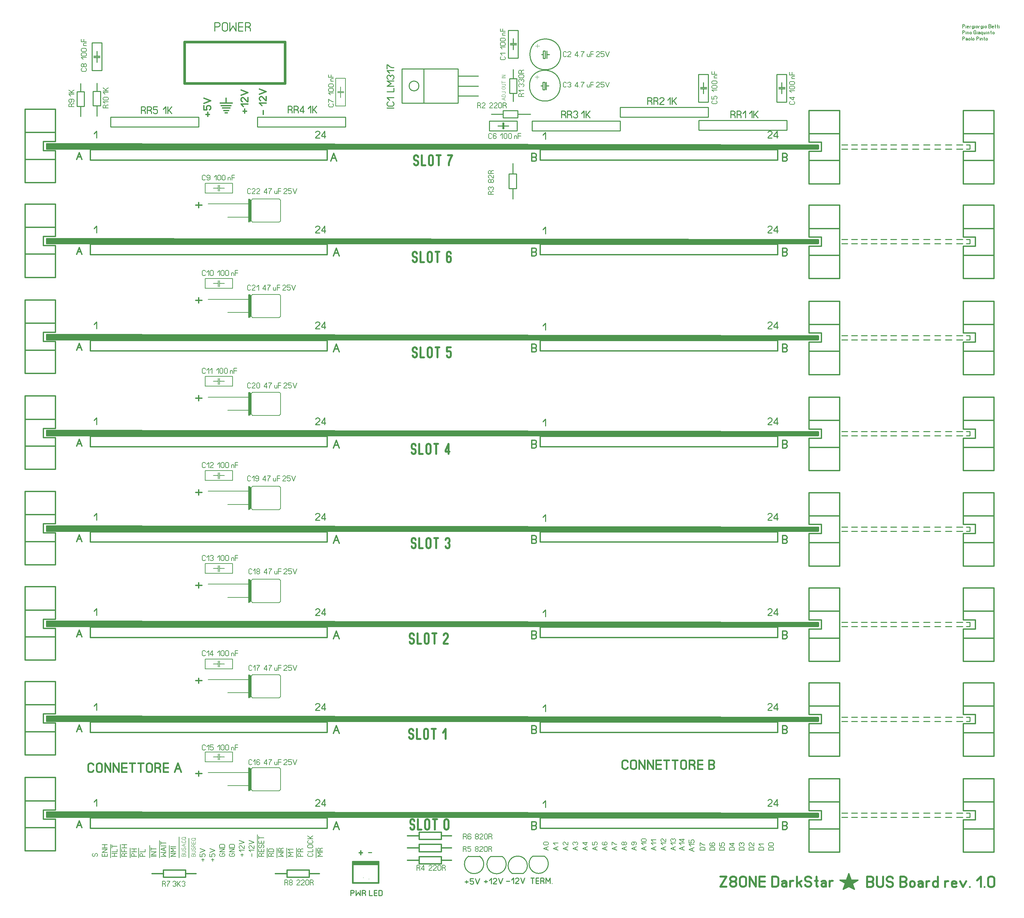
<source format=gbr>
%FSLAX34Y34*%
%MOMM*%
%LNSILK_TOP*%
G71*
G01*
%ADD10C, 0.413*%
%ADD11C, 0.254*%
%ADD12C, 0.167*%
%ADD13C, 0.250*%
%ADD14C, 0.476*%
%ADD15C, 0.300*%
%ADD16C, 0.650*%
%ADD17C, 0.318*%
%ADD18C, 0.365*%
%ADD19C, 0.222*%
%ADD20C, 0.150*%
%ADD21C, 0.122*%
%ADD22C, 0.200*%
%ADD23C, 0.333*%
%ADD24C, 0.159*%
%ADD25C, 0.278*%
%ADD26C, 0.111*%
%ADD27C, 0.120*%
%ADD28C, 0.450*%
%ADD29C, 0.302*%
%LPD*%
G54D10*
X270804Y-946116D02*
X269071Y-949006D01*
X265604Y-950450D01*
X262138Y-950450D01*
X258671Y-949006D01*
X256938Y-946116D01*
X256938Y-931672D01*
X258671Y-928784D01*
X262138Y-927339D01*
X265604Y-927339D01*
X269071Y-928784D01*
X270804Y-931672D01*
G54D10*
X292760Y-931672D02*
X292760Y-946116D01*
X291027Y-949006D01*
X287560Y-950450D01*
X284094Y-950450D01*
X280627Y-949006D01*
X278894Y-946116D01*
X278894Y-931672D01*
X280627Y-928784D01*
X284094Y-927339D01*
X287560Y-927339D01*
X291027Y-928784D01*
X292760Y-931672D01*
G54D10*
X300850Y-950450D02*
X300850Y-927339D01*
X314716Y-950450D01*
X314716Y-927339D01*
G54D10*
X322806Y-950450D02*
X322806Y-927339D01*
X336672Y-950450D01*
X336672Y-927339D01*
G54D10*
X356895Y-950450D02*
X344762Y-950450D01*
X344762Y-927339D01*
X356895Y-927339D01*
G54D10*
X344762Y-938894D02*
X356895Y-938894D01*
G54D10*
X371917Y-950450D02*
X371917Y-927339D01*
G54D10*
X364984Y-927339D02*
X378850Y-927339D01*
G54D10*
X393873Y-950450D02*
X393873Y-927339D01*
G54D10*
X386940Y-927339D02*
X400806Y-927339D01*
G54D10*
X422762Y-931672D02*
X422762Y-946116D01*
X421029Y-949006D01*
X417562Y-950450D01*
X414096Y-950450D01*
X410629Y-949006D01*
X408896Y-946116D01*
X408896Y-931672D01*
X410629Y-928784D01*
X414096Y-927339D01*
X417562Y-927339D01*
X421029Y-928784D01*
X422762Y-931672D01*
G54D10*
X437785Y-938894D02*
X442985Y-941784D01*
X444718Y-944672D01*
X444718Y-950450D01*
G54D10*
X430852Y-950450D02*
X430852Y-927339D01*
X439518Y-927339D01*
X442985Y-928784D01*
X444718Y-931672D01*
X444718Y-934561D01*
X442985Y-937450D01*
X439518Y-938894D01*
X430852Y-938894D01*
G54D10*
X464941Y-950450D02*
X452808Y-950450D01*
X452808Y-927339D01*
X464941Y-927339D01*
G54D10*
X452808Y-938894D02*
X464941Y-938894D01*
G54D10*
X481466Y-950450D02*
X490132Y-927339D01*
X498799Y-950450D01*
G54D10*
X484932Y-941784D02*
X495332Y-941784D01*
G54D10*
X1657486Y-938179D02*
X1655752Y-941068D01*
X1652286Y-942512D01*
X1648819Y-942512D01*
X1645352Y-941068D01*
X1643619Y-938179D01*
X1643619Y-923735D01*
X1645352Y-920846D01*
X1648819Y-919402D01*
X1652286Y-919402D01*
X1655752Y-920846D01*
X1657486Y-923735D01*
G54D10*
X1679442Y-923735D02*
X1679442Y-938179D01*
X1677708Y-941068D01*
X1674242Y-942512D01*
X1670775Y-942512D01*
X1667308Y-941068D01*
X1665575Y-938179D01*
X1665575Y-923735D01*
X1667308Y-920846D01*
X1670775Y-919402D01*
X1674242Y-919402D01*
X1677708Y-920846D01*
X1679442Y-923735D01*
G54D10*
X1687531Y-942512D02*
X1687531Y-919402D01*
X1701398Y-942512D01*
X1701398Y-919402D01*
G54D10*
X1709487Y-942512D02*
X1709487Y-919402D01*
X1723354Y-942512D01*
X1723354Y-919402D01*
G54D10*
X1743576Y-942512D02*
X1731443Y-942512D01*
X1731443Y-919402D01*
X1743576Y-919402D01*
G54D10*
X1731443Y-930957D02*
X1743576Y-930957D01*
G54D10*
X1758598Y-942512D02*
X1758598Y-919402D01*
G54D10*
X1751665Y-919402D02*
X1765532Y-919402D01*
G54D10*
X1780554Y-942512D02*
X1780554Y-919402D01*
G54D10*
X1773621Y-919402D02*
X1787488Y-919402D01*
G54D10*
X1809444Y-923735D02*
X1809444Y-938179D01*
X1807710Y-941068D01*
X1804244Y-942512D01*
X1800777Y-942512D01*
X1797310Y-941068D01*
X1795577Y-938179D01*
X1795577Y-923735D01*
X1797310Y-920846D01*
X1800777Y-919402D01*
X1804244Y-919402D01*
X1807710Y-920846D01*
X1809444Y-923735D01*
G54D10*
X1824466Y-930957D02*
X1829666Y-933846D01*
X1831400Y-936735D01*
X1831400Y-942512D01*
G54D10*
X1817533Y-942512D02*
X1817533Y-919402D01*
X1826200Y-919402D01*
X1829666Y-920846D01*
X1831400Y-923735D01*
X1831400Y-926624D01*
X1829666Y-929512D01*
X1826200Y-930957D01*
X1817533Y-930957D01*
G54D10*
X1851622Y-942512D02*
X1839489Y-942512D01*
X1839489Y-919402D01*
X1851622Y-919402D01*
G54D10*
X1839489Y-930957D02*
X1851622Y-930957D01*
G54D10*
X1868147Y-942512D02*
X1868147Y-919402D01*
X1876814Y-919402D01*
X1880280Y-920846D01*
X1882014Y-923735D01*
X1882014Y-926624D01*
X1880280Y-929512D01*
X1876814Y-930957D01*
X1880280Y-932402D01*
X1882014Y-935290D01*
X1882014Y-938179D01*
X1880280Y-941068D01*
X1876814Y-942512D01*
X1868147Y-942512D01*
G54D10*
X1868147Y-930957D02*
X1876814Y-930957D01*
G54D11*
X1235224Y-1235291D02*
X1243757Y-1235291D01*
G54D11*
X1239490Y-1231736D02*
X1239490Y-1238846D01*
G54D11*
X1257268Y-1227291D02*
X1248734Y-1227291D01*
X1248734Y-1233513D01*
X1249801Y-1233513D01*
X1251934Y-1232624D01*
X1254068Y-1232624D01*
X1256201Y-1233513D01*
X1257268Y-1235291D01*
X1257268Y-1238846D01*
X1256201Y-1240624D01*
X1254068Y-1241513D01*
X1251934Y-1241513D01*
X1249801Y-1240624D01*
X1248734Y-1238846D01*
G54D11*
X1262246Y-1227291D02*
X1267579Y-1241513D01*
X1272912Y-1227291D01*
G54D11*
X1285104Y-1234370D02*
X1293637Y-1234370D01*
G54D11*
X1289370Y-1230814D02*
X1289370Y-1237925D01*
G54D11*
X1298614Y-1231703D02*
X1303948Y-1226370D01*
X1303948Y-1240592D01*
G54D11*
X1317459Y-1240592D02*
X1308926Y-1240592D01*
X1308926Y-1239703D01*
X1309992Y-1237925D01*
X1316392Y-1232592D01*
X1317459Y-1230814D01*
X1317459Y-1229036D01*
X1316392Y-1227259D01*
X1314259Y-1226370D01*
X1312126Y-1226370D01*
X1309992Y-1227259D01*
X1308926Y-1229036D01*
G54D11*
X1322436Y-1226370D02*
X1327770Y-1240592D01*
X1333103Y-1226370D01*
G54D11*
X1342348Y-1233372D02*
X1350882Y-1233372D01*
G54D11*
X1355859Y-1230705D02*
X1361193Y-1225372D01*
X1361193Y-1239594D01*
G54D11*
X1374704Y-1239594D02*
X1366170Y-1239594D01*
X1366170Y-1238705D01*
X1367237Y-1236928D01*
X1373637Y-1231594D01*
X1374704Y-1229816D01*
X1374704Y-1228039D01*
X1373637Y-1226261D01*
X1371504Y-1225372D01*
X1369370Y-1225372D01*
X1367237Y-1226261D01*
X1366170Y-1228039D01*
G54D11*
X1379681Y-1225372D02*
X1385015Y-1239594D01*
X1390348Y-1225372D01*
G54D12*
X1234878Y-1150215D02*
X1237878Y-1151882D01*
X1238878Y-1153549D01*
X1238878Y-1156882D01*
G54D12*
X1230878Y-1156882D02*
X1230878Y-1143549D01*
X1235878Y-1143549D01*
X1237878Y-1144382D01*
X1238878Y-1146049D01*
X1238878Y-1147715D01*
X1237878Y-1149382D01*
X1235878Y-1150215D01*
X1230878Y-1150215D01*
G54D12*
X1250546Y-1143549D02*
X1242546Y-1143549D01*
X1242546Y-1149382D01*
X1243546Y-1149382D01*
X1245546Y-1148549D01*
X1247546Y-1148549D01*
X1249546Y-1149382D01*
X1250546Y-1151049D01*
X1250546Y-1154382D01*
X1249546Y-1156049D01*
X1247546Y-1156882D01*
X1245546Y-1156882D01*
X1243546Y-1156049D01*
X1242546Y-1154382D01*
G54D12*
X1266946Y-1150215D02*
X1264946Y-1150215D01*
X1262946Y-1149382D01*
X1261946Y-1147715D01*
X1261946Y-1146049D01*
X1262946Y-1144382D01*
X1264946Y-1143549D01*
X1266946Y-1143549D01*
X1268946Y-1144382D01*
X1269946Y-1146049D01*
X1269946Y-1147715D01*
X1268946Y-1149382D01*
X1266946Y-1150215D01*
X1268946Y-1151049D01*
X1269946Y-1152715D01*
X1269946Y-1154382D01*
X1268946Y-1156049D01*
X1266946Y-1156882D01*
X1264946Y-1156882D01*
X1262946Y-1156049D01*
X1261946Y-1154382D01*
X1261946Y-1152715D01*
X1262946Y-1151049D01*
X1264946Y-1150215D01*
G54D12*
X1281614Y-1156882D02*
X1273614Y-1156882D01*
X1273614Y-1156049D01*
X1274614Y-1154382D01*
X1280614Y-1149382D01*
X1281614Y-1147715D01*
X1281614Y-1146049D01*
X1280614Y-1144382D01*
X1278614Y-1143549D01*
X1276614Y-1143549D01*
X1274614Y-1144382D01*
X1273614Y-1146049D01*
G54D12*
X1293280Y-1146049D02*
X1293280Y-1154382D01*
X1292280Y-1156049D01*
X1290280Y-1156882D01*
X1288280Y-1156882D01*
X1286280Y-1156049D01*
X1285280Y-1154382D01*
X1285280Y-1146049D01*
X1286280Y-1144382D01*
X1288280Y-1143549D01*
X1290280Y-1143549D01*
X1292280Y-1144382D01*
X1293280Y-1146049D01*
G54D12*
X1300948Y-1150215D02*
X1303948Y-1151882D01*
X1304948Y-1153549D01*
X1304948Y-1156882D01*
G54D12*
X1296948Y-1156882D02*
X1296948Y-1143549D01*
X1301948Y-1143549D01*
X1303948Y-1144382D01*
X1304948Y-1146049D01*
X1304948Y-1147715D01*
X1303948Y-1149382D01*
X1301948Y-1150215D01*
X1296948Y-1150215D01*
G54D13*
G75*
G01X1302694Y-1169326D02*
G03X1332083Y-1169326I14695J-20225D01*
G01*
G54D13*
X1331689Y-1169351D02*
X1303089Y-1169351D01*
G54D13*
G75*
G01X1387003Y-1213706D02*
G03X1357614Y-1213706I-14695J20225D01*
G01*
G54D13*
X1358007Y-1213681D02*
X1386607Y-1213681D01*
G54D13*
G75*
G01X1244396Y-1168994D02*
G03X1273786Y-1168994I14695J-20226D01*
G01*
G54D13*
X1273391Y-1169020D02*
X1244791Y-1169020D01*
G54D14*
X1898386Y-1221462D02*
X1914386Y-1221462D01*
X1898386Y-1248129D01*
X1914386Y-1248129D01*
G54D14*
X1933719Y-1234796D02*
X1929719Y-1234796D01*
X1925719Y-1233129D01*
X1923719Y-1229796D01*
X1923719Y-1226462D01*
X1925719Y-1223129D01*
X1929719Y-1221462D01*
X1933719Y-1221462D01*
X1937719Y-1223129D01*
X1939719Y-1226462D01*
X1939719Y-1229796D01*
X1937719Y-1233129D01*
X1933719Y-1234796D01*
X1937719Y-1236462D01*
X1939719Y-1239796D01*
X1939719Y-1243129D01*
X1937719Y-1246462D01*
X1933719Y-1248129D01*
X1929719Y-1248129D01*
X1925719Y-1246462D01*
X1923719Y-1243129D01*
X1923719Y-1239796D01*
X1925719Y-1236462D01*
X1929719Y-1234796D01*
G54D14*
X1965052Y-1226462D02*
X1965052Y-1243129D01*
X1963052Y-1246462D01*
X1959052Y-1248129D01*
X1955052Y-1248129D01*
X1951052Y-1246462D01*
X1949052Y-1243129D01*
X1949052Y-1226462D01*
X1951052Y-1223129D01*
X1955052Y-1221462D01*
X1959052Y-1221462D01*
X1963052Y-1223129D01*
X1965052Y-1226462D01*
G54D14*
X1974385Y-1248129D02*
X1974385Y-1221462D01*
X1990385Y-1248129D01*
X1990385Y-1221462D01*
G54D14*
X2013718Y-1248129D02*
X1999718Y-1248129D01*
X1999718Y-1221462D01*
X2013718Y-1221462D01*
G54D14*
X1999718Y-1234796D02*
X2013718Y-1234796D01*
G54D14*
X2032784Y-1248129D02*
X2032784Y-1221462D01*
X2042784Y-1221462D01*
X2046784Y-1223129D01*
X2048784Y-1226462D01*
X2048784Y-1243129D01*
X2046784Y-1246462D01*
X2042784Y-1248129D01*
X2032784Y-1248129D01*
G54D14*
X2058117Y-1234796D02*
X2062117Y-1233129D01*
X2066917Y-1233129D01*
X2070117Y-1236462D01*
X2070117Y-1248129D01*
G54D14*
X2070117Y-1243129D02*
X2068117Y-1239796D01*
X2064117Y-1239129D01*
X2060117Y-1239796D01*
X2058117Y-1243129D01*
X2058917Y-1246462D01*
X2062117Y-1248129D01*
X2064117Y-1248129D01*
X2064917Y-1248129D01*
X2068117Y-1246462D01*
X2070117Y-1243129D01*
G54D14*
X2079450Y-1248129D02*
X2079450Y-1233129D01*
G54D14*
X2079450Y-1236462D02*
X2083450Y-1233129D01*
X2087450Y-1233129D01*
G54D14*
X2096783Y-1248129D02*
X2096783Y-1221462D01*
G54D14*
X2102783Y-1238129D02*
X2108783Y-1248129D01*
G54D14*
X2096783Y-1241462D02*
X2108783Y-1233129D01*
G54D14*
X2118116Y-1243129D02*
X2120116Y-1246462D01*
X2124116Y-1248129D01*
X2128116Y-1248129D01*
X2132116Y-1246462D01*
X2134116Y-1243129D01*
X2134116Y-1239796D01*
X2132116Y-1236462D01*
X2128116Y-1234796D01*
X2124116Y-1234796D01*
X2120116Y-1233129D01*
X2118116Y-1229796D01*
X2118116Y-1226462D01*
X2120116Y-1223129D01*
X2124116Y-1221462D01*
X2128116Y-1221462D01*
X2132116Y-1223129D01*
X2134116Y-1226462D01*
G54D14*
X2147449Y-1221462D02*
X2147449Y-1246462D01*
X2149449Y-1248129D01*
X2151449Y-1247462D01*
G54D14*
X2143449Y-1233129D02*
X2151449Y-1233129D01*
G54D14*
X2160782Y-1234796D02*
X2164782Y-1233129D01*
X2169582Y-1233129D01*
X2172782Y-1236462D01*
X2172782Y-1248129D01*
G54D14*
X2172782Y-1243129D02*
X2170782Y-1239796D01*
X2166782Y-1239129D01*
X2162782Y-1239796D01*
X2160782Y-1243129D01*
X2161582Y-1246462D01*
X2164782Y-1248129D01*
X2166782Y-1248129D01*
X2167582Y-1248129D01*
X2170782Y-1246462D01*
X2172782Y-1243129D01*
G54D14*
X2182115Y-1248129D02*
X2182115Y-1233129D01*
G54D14*
X2182115Y-1236462D02*
X2186115Y-1233129D01*
X2190115Y-1233129D01*
G54D14*
X2279412Y-1248900D02*
X2279412Y-1222234D01*
X2289412Y-1222234D01*
X2293412Y-1223900D01*
X2295412Y-1227234D01*
X2295412Y-1230566D01*
X2293412Y-1233900D01*
X2289412Y-1235566D01*
X2293412Y-1237234D01*
X2295412Y-1240566D01*
X2295412Y-1243900D01*
X2293412Y-1247234D01*
X2289412Y-1248900D01*
X2279412Y-1248900D01*
G54D14*
X2279412Y-1235566D02*
X2289412Y-1235566D01*
G54D14*
X2304746Y-1222234D02*
X2304746Y-1243900D01*
X2306746Y-1247234D01*
X2310746Y-1248900D01*
X2314746Y-1248900D01*
X2318746Y-1247234D01*
X2320746Y-1243900D01*
X2320746Y-1222234D01*
G54D14*
X2330078Y-1243900D02*
X2332078Y-1247234D01*
X2336078Y-1248900D01*
X2340078Y-1248900D01*
X2344078Y-1247234D01*
X2346078Y-1243900D01*
X2346078Y-1240566D01*
X2344078Y-1237234D01*
X2340078Y-1235566D01*
X2336078Y-1235566D01*
X2332078Y-1233900D01*
X2330078Y-1230566D01*
X2330078Y-1227234D01*
X2332078Y-1223900D01*
X2336078Y-1222234D01*
X2340078Y-1222234D01*
X2344078Y-1223900D01*
X2346078Y-1227234D01*
G54D14*
X2365144Y-1248900D02*
X2365144Y-1222234D01*
X2375144Y-1222234D01*
X2379144Y-1223900D01*
X2381144Y-1227234D01*
X2381144Y-1230566D01*
X2379144Y-1233900D01*
X2375144Y-1235566D01*
X2379144Y-1237234D01*
X2381144Y-1240566D01*
X2381144Y-1243900D01*
X2379144Y-1247234D01*
X2375144Y-1248900D01*
X2365144Y-1248900D01*
G54D14*
X2365144Y-1235566D02*
X2375144Y-1235566D01*
G54D14*
X2402478Y-1244900D02*
X2402478Y-1238234D01*
X2400478Y-1234900D01*
X2396478Y-1233900D01*
X2392478Y-1234900D01*
X2390478Y-1238234D01*
X2390478Y-1244900D01*
X2392478Y-1248234D01*
X2396478Y-1248900D01*
X2400478Y-1248234D01*
X2402478Y-1244900D01*
G54D14*
X2411810Y-1235566D02*
X2415810Y-1233900D01*
X2420610Y-1233900D01*
X2423810Y-1237234D01*
X2423810Y-1248900D01*
G54D14*
X2423810Y-1243900D02*
X2421810Y-1240566D01*
X2417810Y-1239900D01*
X2413810Y-1240566D01*
X2411810Y-1243900D01*
X2412610Y-1247234D01*
X2415810Y-1248900D01*
X2417810Y-1248900D01*
X2418610Y-1248900D01*
X2421810Y-1247234D01*
X2423810Y-1243900D01*
G54D14*
X2433144Y-1248900D02*
X2433144Y-1233900D01*
G54D14*
X2433144Y-1237234D02*
X2437144Y-1233900D01*
X2441144Y-1233900D01*
G54D14*
X2462476Y-1248900D02*
X2462476Y-1222234D01*
G54D14*
X2462476Y-1238234D02*
X2460476Y-1234900D01*
X2456476Y-1233900D01*
X2452476Y-1234900D01*
X2450476Y-1238234D01*
X2450476Y-1244900D01*
X2452476Y-1248234D01*
X2456476Y-1248900D01*
X2460476Y-1248234D01*
X2462476Y-1244900D01*
G54D14*
X2481542Y-1248900D02*
X2481542Y-1233900D01*
G54D14*
X2481542Y-1237234D02*
X2485542Y-1233900D01*
X2489542Y-1233900D01*
G54D14*
X2510876Y-1247234D02*
X2507676Y-1248900D01*
X2503676Y-1248900D01*
X2499676Y-1247234D01*
X2498876Y-1243900D01*
X2498876Y-1238234D01*
X2500876Y-1234900D01*
X2504876Y-1233900D01*
X2508876Y-1234900D01*
X2510876Y-1237234D01*
X2510876Y-1240566D01*
X2498876Y-1240566D01*
G54D14*
X2520208Y-1233900D02*
X2528208Y-1248900D01*
X2536208Y-1233900D01*
G54D14*
X2545542Y-1248900D02*
X2545542Y-1248900D01*
G54D14*
X2564608Y-1232234D02*
X2574608Y-1222234D01*
X2574608Y-1248900D01*
G54D14*
X2583940Y-1248900D02*
X2583940Y-1248900D01*
G54D14*
X2609274Y-1227234D02*
X2609274Y-1243900D01*
X2607274Y-1247234D01*
X2603274Y-1248900D01*
X2599274Y-1248900D01*
X2595274Y-1247234D01*
X2593274Y-1243900D01*
X2593274Y-1227234D01*
X2595274Y-1223900D01*
X2599274Y-1222234D01*
X2603274Y-1222234D01*
X2607274Y-1223900D01*
X2609274Y-1227234D01*
G36*
X2217500Y-1255250D02*
X2231788Y-1213975D01*
X2246075Y-1255250D01*
X2231788Y-1247312D01*
X2217500Y-1255250D01*
G37*
G54D15*
X2217500Y-1255250D02*
X2231788Y-1213975D01*
X2246075Y-1255250D01*
X2231788Y-1247312D01*
X2217500Y-1255250D01*
G36*
X2208602Y-1231392D02*
X2254932Y-1231388D01*
X2219938Y-1252751D01*
X2224264Y-1239606D01*
X2208602Y-1231392D01*
G37*
G54D15*
X2208602Y-1231392D02*
X2254932Y-1231388D01*
X2219938Y-1252751D01*
X2224264Y-1239606D01*
X2208602Y-1231392D01*
G54D16*
X507868Y945146D02*
X768218Y945146D01*
X768218Y837196D01*
X507868Y837196D01*
X507868Y945146D01*
G54D15*
X1173753Y-1138082D02*
X1173754Y-1157082D01*
X1116703Y-1157082D01*
X1116704Y-1138082D01*
X1173753Y-1138082D01*
G54D15*
X1173853Y-1147582D02*
X1200804Y-1147582D01*
G54D15*
X1086478Y-1147582D02*
X1116604Y-1147582D01*
G54D15*
X1173753Y-1106332D02*
X1173754Y-1125332D01*
X1116703Y-1125332D01*
X1116704Y-1106332D01*
X1173753Y-1106332D01*
G54D15*
X1173853Y-1115832D02*
X1200803Y-1115832D01*
G54D15*
X1086478Y-1115832D02*
X1116603Y-1115832D01*
G54D15*
X1173753Y-1169832D02*
X1173753Y-1188832D01*
X1116704Y-1188832D01*
X1116704Y-1169832D01*
X1173753Y-1169832D01*
G54D15*
X1173853Y-1179332D02*
X1200804Y-1179332D01*
G54D15*
X1086478Y-1179332D02*
X1116603Y-1179332D01*
G54D12*
X1235274Y-1117493D02*
X1238274Y-1119160D01*
X1239274Y-1120826D01*
X1239274Y-1124160D01*
G54D12*
X1231274Y-1124160D02*
X1231274Y-1110826D01*
X1236274Y-1110826D01*
X1238274Y-1111660D01*
X1239274Y-1113326D01*
X1239274Y-1114993D01*
X1238274Y-1116660D01*
X1236274Y-1117493D01*
X1231274Y-1117493D01*
G54D12*
X1250941Y-1113326D02*
X1249941Y-1111660D01*
X1247941Y-1110826D01*
X1245941Y-1110826D01*
X1243941Y-1111660D01*
X1242941Y-1113326D01*
X1242941Y-1117493D01*
X1242941Y-1118326D01*
X1245941Y-1116660D01*
X1247941Y-1116660D01*
X1249941Y-1117493D01*
X1250941Y-1119160D01*
X1250941Y-1121660D01*
X1249941Y-1123326D01*
X1247941Y-1124160D01*
X1245941Y-1124160D01*
X1243941Y-1123326D01*
X1242941Y-1121660D01*
X1242941Y-1117493D01*
G54D12*
X1267342Y-1117493D02*
X1265342Y-1117493D01*
X1263342Y-1116660D01*
X1262342Y-1114993D01*
X1262342Y-1113326D01*
X1263342Y-1111660D01*
X1265342Y-1110826D01*
X1267342Y-1110826D01*
X1269342Y-1111660D01*
X1270342Y-1113326D01*
X1270342Y-1114993D01*
X1269342Y-1116660D01*
X1267342Y-1117493D01*
X1269342Y-1118326D01*
X1270342Y-1119993D01*
X1270342Y-1121660D01*
X1269342Y-1123326D01*
X1267342Y-1124160D01*
X1265342Y-1124160D01*
X1263342Y-1123326D01*
X1262342Y-1121660D01*
X1262342Y-1119993D01*
X1263342Y-1118326D01*
X1265342Y-1117493D01*
G54D12*
X1282009Y-1124160D02*
X1274009Y-1124160D01*
X1274009Y-1123326D01*
X1275009Y-1121660D01*
X1281009Y-1116660D01*
X1282009Y-1114993D01*
X1282009Y-1113326D01*
X1281009Y-1111660D01*
X1279009Y-1110826D01*
X1277009Y-1110826D01*
X1275009Y-1111660D01*
X1274009Y-1113326D01*
G54D12*
X1293676Y-1113326D02*
X1293676Y-1121660D01*
X1292676Y-1123326D01*
X1290676Y-1124160D01*
X1288676Y-1124160D01*
X1286676Y-1123326D01*
X1285676Y-1121660D01*
X1285676Y-1113326D01*
X1286676Y-1111660D01*
X1288676Y-1110826D01*
X1290676Y-1110826D01*
X1292676Y-1111660D01*
X1293676Y-1113326D01*
G54D12*
X1301343Y-1117493D02*
X1304343Y-1119160D01*
X1305343Y-1120826D01*
X1305343Y-1124160D01*
G54D12*
X1297343Y-1124160D02*
X1297343Y-1110826D01*
X1302343Y-1110826D01*
X1304343Y-1111660D01*
X1305343Y-1113326D01*
X1305343Y-1114993D01*
X1304343Y-1116660D01*
X1302343Y-1117493D01*
X1297343Y-1117493D01*
G54D12*
X1114624Y-1199194D02*
X1117624Y-1200861D01*
X1118624Y-1202528D01*
X1118624Y-1205861D01*
G54D12*
X1110624Y-1205861D02*
X1110624Y-1192528D01*
X1115624Y-1192528D01*
X1117624Y-1193361D01*
X1118624Y-1195028D01*
X1118624Y-1196694D01*
X1117624Y-1198361D01*
X1115624Y-1199194D01*
X1110624Y-1199194D01*
G54D12*
X1128290Y-1205861D02*
X1128290Y-1192528D01*
X1122290Y-1200861D01*
X1122290Y-1202528D01*
X1130290Y-1202528D01*
G54D12*
X1149692Y-1205861D02*
X1141692Y-1205861D01*
X1141692Y-1205028D01*
X1142692Y-1203361D01*
X1148692Y-1198361D01*
X1149692Y-1196694D01*
X1149692Y-1195028D01*
X1148692Y-1193361D01*
X1146692Y-1192528D01*
X1144692Y-1192528D01*
X1142692Y-1193361D01*
X1141692Y-1195028D01*
G54D12*
X1161358Y-1205861D02*
X1153358Y-1205861D01*
X1153358Y-1205028D01*
X1154358Y-1203361D01*
X1160358Y-1198361D01*
X1161358Y-1196694D01*
X1161358Y-1195028D01*
X1160358Y-1193361D01*
X1158358Y-1192528D01*
X1156358Y-1192528D01*
X1154358Y-1193361D01*
X1153358Y-1195028D01*
G54D12*
X1173026Y-1195028D02*
X1173026Y-1203361D01*
X1172026Y-1205028D01*
X1170026Y-1205861D01*
X1168026Y-1205861D01*
X1166026Y-1205028D01*
X1165026Y-1203361D01*
X1165026Y-1195028D01*
X1166026Y-1193361D01*
X1168026Y-1192528D01*
X1170026Y-1192528D01*
X1172026Y-1193361D01*
X1173026Y-1195028D01*
G54D12*
X1180692Y-1199194D02*
X1183692Y-1200861D01*
X1184692Y-1202528D01*
X1184692Y-1205861D01*
G54D12*
X1176692Y-1205861D02*
X1176692Y-1192528D01*
X1181692Y-1192528D01*
X1183692Y-1193361D01*
X1184692Y-1195028D01*
X1184692Y-1196694D01*
X1183692Y-1198361D01*
X1181692Y-1199194D01*
X1176692Y-1199194D01*
G54D17*
X567646Y751723D02*
X567646Y762390D01*
G54D17*
X563201Y757056D02*
X572090Y757056D01*
G54D17*
X557646Y779278D02*
X557646Y768612D01*
X565424Y768612D01*
X565424Y769945D01*
X564312Y772612D01*
X564312Y775278D01*
X565424Y777945D01*
X567646Y779278D01*
X572090Y779278D01*
X574312Y777945D01*
X575424Y775278D01*
X575424Y772612D01*
X574312Y769945D01*
X572090Y768612D01*
G54D17*
X557646Y785501D02*
X575424Y792168D01*
X557646Y798834D01*
G54D15*
X599838Y786275D02*
X631588Y786275D01*
G54D15*
X603012Y779925D02*
X628412Y779925D01*
G54D15*
X606188Y773575D02*
X625238Y773575D01*
G54D15*
X609362Y767225D02*
X622062Y767225D01*
G54D15*
X612538Y760875D02*
X618888Y760875D01*
G54D15*
X615712Y786275D02*
X615712Y798975D01*
G54D17*
X663956Y760186D02*
X663956Y770853D01*
G54D17*
X659512Y765520D02*
X668401Y765520D01*
G54D17*
X660623Y777076D02*
X653956Y783742D01*
X671734Y783742D01*
G54D17*
X671734Y800631D02*
X671734Y789964D01*
X670623Y789964D01*
X668401Y791298D01*
X661734Y799298D01*
X659512Y800631D01*
X657290Y800631D01*
X655067Y799298D01*
X653956Y796631D01*
X653956Y793964D01*
X655067Y791298D01*
X657290Y789964D01*
G54D17*
X653956Y806854D02*
X671734Y813520D01*
X653956Y820187D01*
G54D17*
X712138Y756456D02*
X712138Y767123D01*
G54D17*
X708805Y779834D02*
X702138Y786501D01*
X719916Y786501D01*
G54D17*
X719916Y803390D02*
X719916Y792723D01*
X718805Y792723D01*
X716583Y794056D01*
X709916Y802056D01*
X707694Y803390D01*
X705472Y803390D01*
X703250Y802056D01*
X702138Y799390D01*
X702138Y796723D01*
X703250Y794056D01*
X705472Y792723D01*
G54D17*
X702138Y809612D02*
X719916Y816279D01*
X702138Y822945D01*
G54D18*
X1408669Y-1099675D02*
X1408669Y-1079230D01*
X1416335Y-1079230D01*
X1419402Y-1080508D01*
X1420935Y-1083064D01*
X1420935Y-1085620D01*
X1419402Y-1088175D01*
X1416335Y-1089453D01*
X1419402Y-1090730D01*
X1420935Y-1093286D01*
X1420935Y-1095842D01*
X1419402Y-1098398D01*
X1416335Y-1099675D01*
X1408669Y-1099675D01*
G54D18*
X1408669Y-1089453D02*
X1416335Y-1089453D01*
G54D18*
X2059544Y-1099675D02*
X2059544Y-1079230D01*
X2067210Y-1079230D01*
X2070277Y-1080508D01*
X2071810Y-1083064D01*
X2071810Y-1085620D01*
X2070277Y-1088175D01*
X2067210Y-1089453D01*
X2070277Y-1090730D01*
X2071810Y-1093286D01*
X2071810Y-1095842D01*
X2070277Y-1098398D01*
X2067210Y-1099675D01*
X2059544Y-1099675D01*
G54D18*
X2059544Y-1089453D02*
X2067210Y-1089453D01*
G54D19*
X2032110Y-1039350D02*
X2021444Y-1039350D01*
X2021444Y-1038239D01*
X2022777Y-1036017D01*
X2030777Y-1029350D01*
X2032110Y-1027128D01*
X2032110Y-1024906D01*
X2030777Y-1022683D01*
X2028110Y-1021572D01*
X2025444Y-1021572D01*
X2022777Y-1022683D01*
X2021444Y-1024906D01*
G54D19*
X2045000Y-1039350D02*
X2045000Y-1021572D01*
X2037000Y-1032683D01*
X2037000Y-1034906D01*
X2047666Y-1034906D01*
G54D13*
X148988Y-1053638D02*
X2152412Y-1056812D01*
X2152412Y-1067925D01*
X148988Y-1067925D01*
X148988Y-1053638D01*
G54D15*
X1430894Y-1069512D02*
X2046844Y-1069512D01*
X2046844Y-1096500D01*
X1430894Y-1096500D01*
X1430894Y-1069512D01*
G54D19*
X272812Y-1028239D02*
X279479Y-1021572D01*
X279479Y-1039350D01*
G54D15*
X263288Y-1069512D02*
X877650Y-1069512D01*
X877650Y-1096500D01*
X263288Y-1096500D01*
X263288Y-1069512D01*
G54D19*
X858154Y-1039350D02*
X847488Y-1039350D01*
X847488Y-1038239D01*
X848821Y-1036017D01*
X856821Y-1029350D01*
X858154Y-1027128D01*
X858154Y-1024906D01*
X856821Y-1022683D01*
X854154Y-1021572D01*
X851488Y-1021572D01*
X848821Y-1022683D01*
X847488Y-1024906D01*
G54D19*
X871044Y-1039350D02*
X871044Y-1021572D01*
X863044Y-1032683D01*
X863044Y-1034906D01*
X873710Y-1034906D01*
G54D17*
X227775Y-1095166D02*
X234442Y-1077389D01*
X241108Y-1095166D01*
G54D17*
X230442Y-1088500D02*
X238442Y-1088500D01*
G54D18*
X893525Y-1099675D02*
X901192Y-1079230D01*
X908858Y-1099675D01*
G54D18*
X896592Y-1092008D02*
X905792Y-1092008D01*
G54D14*
X1093550Y-1094675D02*
X1094883Y-1098008D01*
X1097550Y-1099675D01*
X1100217Y-1099675D01*
X1102883Y-1098008D01*
X1104217Y-1094675D01*
X1104217Y-1091342D01*
X1102883Y-1088008D01*
X1100217Y-1086342D01*
X1097550Y-1086342D01*
X1094883Y-1084675D01*
X1093550Y-1081342D01*
X1093550Y-1078008D01*
X1094883Y-1074675D01*
X1097550Y-1073008D01*
X1100217Y-1073008D01*
X1102883Y-1074675D01*
X1104217Y-1078008D01*
G54D14*
X1113550Y-1073008D02*
X1113550Y-1099675D01*
X1122883Y-1099675D01*
G54D14*
X1142883Y-1078008D02*
X1142883Y-1094675D01*
X1141549Y-1098008D01*
X1138883Y-1099675D01*
X1136216Y-1099675D01*
X1133549Y-1098008D01*
X1132216Y-1094675D01*
X1132216Y-1078008D01*
X1133549Y-1074675D01*
X1136216Y-1073008D01*
X1138883Y-1073008D01*
X1141549Y-1074675D01*
X1142883Y-1078008D01*
G54D14*
X1157549Y-1099675D02*
X1157549Y-1073008D01*
G54D14*
X1152216Y-1073008D02*
X1162883Y-1073008D01*
G54D14*
X1192483Y-1078008D02*
X1192483Y-1094675D01*
X1191149Y-1098008D01*
X1188483Y-1099675D01*
X1185816Y-1099675D01*
X1183149Y-1098008D01*
X1181816Y-1094675D01*
X1181816Y-1078008D01*
X1183149Y-1074675D01*
X1185816Y-1073008D01*
X1188483Y-1073008D01*
X1191149Y-1074675D01*
X1192483Y-1078008D01*
G54D14*
X1090375Y-859725D02*
X1091708Y-863058D01*
X1094375Y-864725D01*
X1097042Y-864725D01*
X1099708Y-863058D01*
X1101042Y-859725D01*
X1101042Y-856392D01*
X1099708Y-853058D01*
X1097042Y-851392D01*
X1094375Y-851392D01*
X1091708Y-849725D01*
X1090375Y-846392D01*
X1090375Y-843058D01*
X1091708Y-839725D01*
X1094375Y-838058D01*
X1097042Y-838058D01*
X1099708Y-839725D01*
X1101042Y-843058D01*
G54D14*
X1110375Y-838058D02*
X1110375Y-864725D01*
X1119708Y-864725D01*
G54D14*
X1139708Y-843058D02*
X1139708Y-859725D01*
X1138374Y-863058D01*
X1135708Y-864725D01*
X1133041Y-864725D01*
X1130374Y-863058D01*
X1129041Y-859725D01*
X1129041Y-843058D01*
X1130374Y-839725D01*
X1133041Y-838058D01*
X1135708Y-838058D01*
X1138374Y-839725D01*
X1139708Y-843058D01*
G54D14*
X1154374Y-864725D02*
X1154374Y-838058D01*
G54D14*
X1149041Y-838058D02*
X1159708Y-838058D01*
G54D14*
X1178641Y-848058D02*
X1185308Y-838058D01*
X1185308Y-864725D01*
G54D14*
X1091962Y-612075D02*
X1093296Y-615408D01*
X1095962Y-617075D01*
X1098629Y-617075D01*
X1101296Y-615408D01*
X1102629Y-612075D01*
X1102629Y-608742D01*
X1101296Y-605408D01*
X1098629Y-603742D01*
X1095962Y-603742D01*
X1093296Y-602075D01*
X1091962Y-598742D01*
X1091962Y-595408D01*
X1093296Y-592075D01*
X1095962Y-590408D01*
X1098629Y-590408D01*
X1101296Y-592075D01*
X1102629Y-595408D01*
G54D14*
X1111962Y-590408D02*
X1111962Y-617075D01*
X1121296Y-617075D01*
G54D14*
X1141295Y-595408D02*
X1141295Y-612075D01*
X1139962Y-615408D01*
X1137295Y-617075D01*
X1134628Y-617075D01*
X1131962Y-615408D01*
X1130628Y-612075D01*
X1130628Y-595408D01*
X1131962Y-592075D01*
X1134628Y-590408D01*
X1137295Y-590408D01*
X1139962Y-592075D01*
X1141295Y-595408D01*
G54D14*
X1155962Y-617075D02*
X1155962Y-590408D01*
G54D14*
X1150628Y-590408D02*
X1161295Y-590408D01*
G54D14*
X1190895Y-617075D02*
X1180228Y-617075D01*
X1180228Y-615408D01*
X1181562Y-612075D01*
X1189562Y-602075D01*
X1190895Y-598742D01*
X1190895Y-595408D01*
X1189562Y-592075D01*
X1186895Y-590408D01*
X1184228Y-590408D01*
X1181562Y-592075D01*
X1180228Y-595408D01*
G54D14*
X1096725Y-364425D02*
X1098058Y-367758D01*
X1100725Y-369425D01*
X1103392Y-369425D01*
X1106058Y-367758D01*
X1107392Y-364425D01*
X1107392Y-361092D01*
X1106058Y-357758D01*
X1103392Y-356092D01*
X1100725Y-356092D01*
X1098058Y-354425D01*
X1096725Y-351092D01*
X1096725Y-347758D01*
X1098058Y-344425D01*
X1100725Y-342758D01*
X1103392Y-342758D01*
X1106058Y-344425D01*
X1107392Y-347758D01*
G54D14*
X1116725Y-342758D02*
X1116725Y-369425D01*
X1126058Y-369425D01*
G54D14*
X1146058Y-347758D02*
X1146058Y-364425D01*
X1144724Y-367758D01*
X1142058Y-369425D01*
X1139391Y-369425D01*
X1136724Y-367758D01*
X1135391Y-364425D01*
X1135391Y-347758D01*
X1136724Y-344425D01*
X1139391Y-342758D01*
X1142058Y-342758D01*
X1144724Y-344425D01*
X1146058Y-347758D01*
G54D14*
X1160724Y-369425D02*
X1160724Y-342758D01*
G54D14*
X1155391Y-342758D02*
X1166058Y-342758D01*
G54D14*
X1184991Y-347758D02*
X1186324Y-344425D01*
X1188991Y-342758D01*
X1191658Y-342758D01*
X1194324Y-344425D01*
X1195658Y-347758D01*
X1195658Y-351092D01*
X1194324Y-354425D01*
X1191658Y-356092D01*
X1194324Y-357758D01*
X1195658Y-361092D01*
X1195658Y-364425D01*
X1194324Y-367758D01*
X1191658Y-369425D01*
X1188991Y-369425D01*
X1186324Y-367758D01*
X1184991Y-364425D01*
G54D14*
X1096725Y-119950D02*
X1098058Y-123283D01*
X1100725Y-124950D01*
X1103392Y-124950D01*
X1106058Y-123283D01*
X1107392Y-119950D01*
X1107392Y-116617D01*
X1106058Y-113283D01*
X1103392Y-111617D01*
X1100725Y-111617D01*
X1098058Y-109950D01*
X1096725Y-106617D01*
X1096725Y-103283D01*
X1098058Y-99950D01*
X1100725Y-98283D01*
X1103392Y-98283D01*
X1106058Y-99950D01*
X1107392Y-103283D01*
G54D14*
X1116725Y-98283D02*
X1116725Y-124950D01*
X1126058Y-124950D01*
G54D14*
X1146058Y-103283D02*
X1146058Y-119950D01*
X1144724Y-123283D01*
X1142058Y-124950D01*
X1139391Y-124950D01*
X1136724Y-123283D01*
X1135391Y-119950D01*
X1135391Y-103283D01*
X1136724Y-99950D01*
X1139391Y-98283D01*
X1142058Y-98283D01*
X1144724Y-99950D01*
X1146058Y-103283D01*
G54D14*
X1160724Y-124950D02*
X1160724Y-98283D01*
G54D14*
X1155391Y-98283D02*
X1166058Y-98283D01*
G54D14*
X1192991Y-124950D02*
X1192991Y-98283D01*
X1184991Y-114950D01*
X1184991Y-118283D01*
X1195658Y-118283D01*
G54D14*
X1099900Y130875D02*
X1101233Y127542D01*
X1103900Y125875D01*
X1106567Y125875D01*
X1109233Y127542D01*
X1110567Y130875D01*
X1110567Y134208D01*
X1109233Y137542D01*
X1106567Y139208D01*
X1103900Y139208D01*
X1101233Y140875D01*
X1099900Y144208D01*
X1099900Y147542D01*
X1101233Y150875D01*
X1103900Y152542D01*
X1106567Y152542D01*
X1109233Y150875D01*
X1110567Y147542D01*
G54D14*
X1119900Y152542D02*
X1119900Y125875D01*
X1129233Y125875D01*
G54D14*
X1149233Y147542D02*
X1149233Y130875D01*
X1147899Y127542D01*
X1145233Y125875D01*
X1142566Y125875D01*
X1139899Y127542D01*
X1138566Y130875D01*
X1138566Y147542D01*
X1139899Y150875D01*
X1142566Y152542D01*
X1145233Y152542D01*
X1147899Y150875D01*
X1149233Y147542D01*
G54D14*
X1163899Y125875D02*
X1163899Y152542D01*
G54D14*
X1158566Y152542D02*
X1169233Y152542D01*
G54D14*
X1198833Y152542D02*
X1188166Y152542D01*
X1188166Y140875D01*
X1189499Y140875D01*
X1192166Y142542D01*
X1194833Y142542D01*
X1197499Y140875D01*
X1198833Y137542D01*
X1198833Y130875D01*
X1197499Y127542D01*
X1194833Y125875D01*
X1192166Y125875D01*
X1189499Y127542D01*
X1188166Y130875D01*
G54D14*
X1099900Y378525D02*
X1101233Y375192D01*
X1103900Y373525D01*
X1106567Y373525D01*
X1109233Y375192D01*
X1110567Y378525D01*
X1110567Y381858D01*
X1109233Y385192D01*
X1106567Y386858D01*
X1103900Y386858D01*
X1101233Y388525D01*
X1099900Y391858D01*
X1099900Y395192D01*
X1101233Y398525D01*
X1103900Y400192D01*
X1106567Y400192D01*
X1109233Y398525D01*
X1110567Y395192D01*
G54D14*
X1119900Y400192D02*
X1119900Y373525D01*
X1129233Y373525D01*
G54D14*
X1149233Y395192D02*
X1149233Y378525D01*
X1147899Y375192D01*
X1145233Y373525D01*
X1142566Y373525D01*
X1139899Y375192D01*
X1138566Y378525D01*
X1138566Y395192D01*
X1139899Y398525D01*
X1142566Y400192D01*
X1145233Y400192D01*
X1147899Y398525D01*
X1149233Y395192D01*
G54D14*
X1163899Y373525D02*
X1163899Y400192D01*
G54D14*
X1158566Y400192D02*
X1169233Y400192D01*
G54D14*
X1198833Y395192D02*
X1197499Y398525D01*
X1194833Y400192D01*
X1192166Y400192D01*
X1189499Y398525D01*
X1188166Y395192D01*
X1188166Y386858D01*
X1188166Y385192D01*
X1192166Y388525D01*
X1194833Y388525D01*
X1197499Y386858D01*
X1198833Y383525D01*
X1198833Y378525D01*
X1197499Y375192D01*
X1194833Y373525D01*
X1192166Y373525D01*
X1189499Y375192D01*
X1188166Y378525D01*
X1188166Y386858D01*
G54D14*
X1103075Y629350D02*
X1104408Y626017D01*
X1107075Y624350D01*
X1109742Y624350D01*
X1112408Y626017D01*
X1113742Y629350D01*
X1113742Y632683D01*
X1112408Y636017D01*
X1109742Y637683D01*
X1107075Y637683D01*
X1104408Y639350D01*
X1103075Y642683D01*
X1103075Y646017D01*
X1104408Y649350D01*
X1107075Y651017D01*
X1109742Y651017D01*
X1112408Y649350D01*
X1113742Y646017D01*
G54D14*
X1123075Y651017D02*
X1123075Y624350D01*
X1132408Y624350D01*
G54D14*
X1152408Y646017D02*
X1152408Y629350D01*
X1151074Y626017D01*
X1148408Y624350D01*
X1145741Y624350D01*
X1143074Y626017D01*
X1141741Y629350D01*
X1141741Y646017D01*
X1143074Y649350D01*
X1145741Y651017D01*
X1148408Y651017D01*
X1151074Y649350D01*
X1152408Y646017D01*
G54D14*
X1167074Y624350D02*
X1167074Y651017D01*
G54D14*
X1161741Y651017D02*
X1172408Y651017D01*
G54D14*
X1191341Y651017D02*
X1202008Y651017D01*
X1200674Y647683D01*
X1198008Y642683D01*
X1195341Y636017D01*
X1194008Y631017D01*
X1194008Y624350D01*
G54D12*
X278883Y-1169525D02*
X280550Y-1168525D01*
X281383Y-1166525D01*
X281383Y-1164525D01*
X280550Y-1162525D01*
X278883Y-1161525D01*
X277216Y-1161525D01*
X275550Y-1162525D01*
X274716Y-1164525D01*
X274716Y-1166525D01*
X273883Y-1168525D01*
X272216Y-1169525D01*
X270550Y-1169525D01*
X268883Y-1168525D01*
X268050Y-1166525D01*
X268050Y-1164525D01*
X268883Y-1162525D01*
X270550Y-1161525D01*
G54D12*
X306783Y-1162525D02*
X306783Y-1169525D01*
X293450Y-1169525D01*
X293450Y-1162525D01*
G54D12*
X300116Y-1169525D02*
X300116Y-1162525D01*
G54D12*
X306783Y-1158858D02*
X293450Y-1158858D01*
X306783Y-1150858D01*
X293450Y-1150858D01*
G54D12*
X306783Y-1147191D02*
X293450Y-1147191D01*
G54D12*
X306783Y-1139191D02*
X293450Y-1139191D01*
G54D12*
X300116Y-1147191D02*
X300116Y-1139191D01*
G54D12*
X332183Y-1169525D02*
X318850Y-1169525D01*
G54D12*
X332183Y-1161525D02*
X318850Y-1161525D01*
G54D12*
X325516Y-1169525D02*
X325516Y-1161525D01*
G54D12*
X318850Y-1157858D02*
X332183Y-1157858D01*
X332183Y-1150858D01*
G54D12*
X332183Y-1143191D02*
X318850Y-1143191D01*
G54D12*
X318850Y-1147191D02*
X318850Y-1139191D01*
G54D20*
X315675Y-1137775D02*
X315675Y-1172700D01*
G54D12*
X351028Y-1165525D02*
X352695Y-1162525D01*
X354362Y-1161525D01*
X357695Y-1161525D01*
G54D12*
X357695Y-1169525D02*
X344362Y-1169525D01*
X344362Y-1164525D01*
X345195Y-1162525D01*
X346862Y-1161525D01*
X348528Y-1161525D01*
X350195Y-1162525D01*
X351028Y-1164525D01*
X351028Y-1169525D01*
G54D12*
X357695Y-1157858D02*
X344362Y-1157858D01*
X344362Y-1150858D01*
G54D12*
X351028Y-1157858D02*
X351028Y-1150858D01*
G54D12*
X357695Y-1147191D02*
X344362Y-1147191D01*
G54D12*
X357695Y-1139191D02*
X344362Y-1139191D01*
G54D12*
X351028Y-1147191D02*
X351028Y-1139191D01*
G54D20*
X341075Y-1137775D02*
X341075Y-1172700D01*
G54D12*
X383095Y-1169525D02*
X369762Y-1169525D01*
X369762Y-1164525D01*
X370595Y-1162525D01*
X372262Y-1161525D01*
X373928Y-1161525D01*
X375595Y-1162525D01*
X376428Y-1164525D01*
X376428Y-1169525D01*
G54D12*
X383095Y-1157858D02*
X369762Y-1157858D01*
G54D12*
X383095Y-1149858D02*
X369762Y-1149858D01*
G54D12*
X376428Y-1157858D02*
X376428Y-1149858D01*
G54D20*
X366475Y-1147300D02*
X366475Y-1172700D01*
G54D12*
X405208Y-1169525D02*
X391875Y-1169525D01*
X391875Y-1164525D01*
X392708Y-1162525D01*
X394375Y-1161525D01*
X396041Y-1161525D01*
X397708Y-1162525D01*
X398541Y-1164525D01*
X398541Y-1169525D01*
G54D12*
X391875Y-1157858D02*
X405208Y-1157858D01*
X405208Y-1150858D01*
G54D20*
X388700Y-1147300D02*
X388700Y-1172700D01*
G54D12*
X433784Y-1169525D02*
X420451Y-1169525D01*
G54D12*
X433784Y-1165858D02*
X420451Y-1165858D01*
X433784Y-1157858D01*
X420451Y-1157858D01*
G54D12*
X433784Y-1150191D02*
X420451Y-1150191D01*
G54D12*
X420451Y-1154191D02*
X420451Y-1146191D01*
G54D20*
X417275Y-1140950D02*
X417275Y-1172700D01*
G54D12*
X445851Y-1169525D02*
X459184Y-1169525D01*
X450851Y-1164525D01*
X459184Y-1159525D01*
X445851Y-1159525D01*
G54D12*
X459184Y-1155858D02*
X445851Y-1150858D01*
X459184Y-1145858D01*
G54D12*
X454184Y-1153858D02*
X454184Y-1147858D01*
G54D12*
X459184Y-1142191D02*
X445851Y-1142191D01*
G54D12*
X459184Y-1134524D02*
X445851Y-1134524D01*
G54D12*
X445851Y-1138524D02*
X445851Y-1130524D01*
G54D20*
X442675Y-1128250D02*
X442675Y-1172700D01*
G54D12*
X484583Y-1169525D02*
X471250Y-1169525D01*
X484583Y-1161525D01*
X471250Y-1161525D01*
G54D12*
X484583Y-1157858D02*
X471250Y-1157858D01*
X479583Y-1152858D01*
X471250Y-1147858D01*
X484583Y-1147858D01*
G54D12*
X484583Y-1144191D02*
X471250Y-1144191D01*
G54D20*
X468075Y-1140950D02*
X468075Y-1172700D01*
G54D12*
X554950Y-1182225D02*
X554950Y-1174225D01*
G54D12*
X551616Y-1178225D02*
X558283Y-1178225D01*
G54D12*
X547450Y-1162558D02*
X547450Y-1170558D01*
X553283Y-1170558D01*
X553283Y-1169558D01*
X552450Y-1167558D01*
X552450Y-1165558D01*
X553283Y-1163558D01*
X554950Y-1162558D01*
X558283Y-1162558D01*
X559950Y-1163558D01*
X560783Y-1165558D01*
X560783Y-1167558D01*
X559950Y-1169558D01*
X558283Y-1170558D01*
G54D12*
X547450Y-1158891D02*
X560783Y-1153891D01*
X547450Y-1148891D01*
G54D12*
X580350Y-1182225D02*
X580350Y-1174225D01*
G54D12*
X577016Y-1178225D02*
X583683Y-1178225D01*
G54D12*
X572850Y-1162558D02*
X572850Y-1170558D01*
X578683Y-1170558D01*
X578683Y-1169558D01*
X577850Y-1167558D01*
X577850Y-1165558D01*
X578683Y-1163558D01*
X580350Y-1162558D01*
X583683Y-1162558D01*
X585350Y-1163558D01*
X586183Y-1165558D01*
X586183Y-1167558D01*
X585350Y-1169558D01*
X583683Y-1170558D01*
G54D12*
X572850Y-1158891D02*
X586183Y-1153891D01*
X572850Y-1148891D01*
G54D12*
X604916Y-1165525D02*
X604916Y-1161525D01*
X609083Y-1161525D01*
X610750Y-1162525D01*
X611583Y-1164525D01*
X611583Y-1166525D01*
X610750Y-1168525D01*
X609083Y-1169525D01*
X600750Y-1169525D01*
X599083Y-1168525D01*
X598250Y-1166525D01*
X598250Y-1164525D01*
X599083Y-1162525D01*
X600750Y-1161525D01*
G54D12*
X611583Y-1157858D02*
X598250Y-1157858D01*
X611583Y-1149858D01*
X598250Y-1149858D01*
G54D12*
X611583Y-1146191D02*
X598250Y-1146191D01*
X598250Y-1141191D01*
X599083Y-1139191D01*
X600750Y-1138191D01*
X609083Y-1138191D01*
X610750Y-1139191D01*
X611583Y-1141191D01*
X611583Y-1146191D01*
G54D12*
X630316Y-1165525D02*
X630316Y-1161525D01*
X634483Y-1161525D01*
X636150Y-1162525D01*
X636983Y-1164525D01*
X636983Y-1166525D01*
X636150Y-1168525D01*
X634483Y-1169525D01*
X626150Y-1169525D01*
X624483Y-1168525D01*
X623650Y-1166525D01*
X623650Y-1164525D01*
X624483Y-1162525D01*
X626150Y-1161525D01*
G54D12*
X636983Y-1157858D02*
X623650Y-1157858D01*
X636983Y-1149858D01*
X623650Y-1149858D01*
G54D12*
X636983Y-1146191D02*
X623650Y-1146191D01*
X623650Y-1141191D01*
X624483Y-1139191D01*
X626150Y-1138191D01*
X634483Y-1138191D01*
X636150Y-1139191D01*
X636983Y-1141191D01*
X636983Y-1146191D01*
G54D12*
X656550Y-1169525D02*
X656550Y-1161525D01*
G54D12*
X653216Y-1165525D02*
X659883Y-1165525D01*
G54D12*
X654050Y-1157858D02*
X649050Y-1152858D01*
X662383Y-1152858D01*
G54D12*
X662383Y-1141191D02*
X662383Y-1149191D01*
X661550Y-1149191D01*
X659883Y-1148191D01*
X654883Y-1142191D01*
X653216Y-1141191D01*
X651550Y-1141191D01*
X649883Y-1142191D01*
X649050Y-1144191D01*
X649050Y-1146191D01*
X649883Y-1148191D01*
X651550Y-1149191D01*
G54D12*
X649050Y-1137524D02*
X662383Y-1132524D01*
X649050Y-1127524D01*
G54D12*
X681950Y-1169525D02*
X681950Y-1161525D01*
G54D12*
X679450Y-1157858D02*
X674450Y-1152858D01*
X687783Y-1152858D01*
G54D12*
X687783Y-1141191D02*
X687783Y-1149191D01*
X686950Y-1149191D01*
X685283Y-1148191D01*
X680283Y-1142191D01*
X678616Y-1141191D01*
X676950Y-1141191D01*
X675283Y-1142191D01*
X674450Y-1144191D01*
X674450Y-1146191D01*
X675283Y-1148191D01*
X676950Y-1149191D01*
G54D12*
X674450Y-1137524D02*
X687783Y-1132524D01*
X674450Y-1127524D01*
G54D12*
X706516Y-1165525D02*
X708183Y-1162525D01*
X709850Y-1161525D01*
X713183Y-1161525D01*
G54D12*
X713183Y-1169525D02*
X699850Y-1169525D01*
X699850Y-1164525D01*
X700683Y-1162525D01*
X702350Y-1161525D01*
X704016Y-1161525D01*
X705683Y-1162525D01*
X706516Y-1164525D01*
X706516Y-1169525D01*
G54D12*
X713183Y-1150858D02*
X713183Y-1157858D01*
X699850Y-1157858D01*
X699850Y-1150858D01*
G54D12*
X706516Y-1157858D02*
X706516Y-1150858D01*
G54D12*
X710683Y-1147191D02*
X712350Y-1146191D01*
X713183Y-1144191D01*
X713183Y-1142191D01*
X712350Y-1140191D01*
X710683Y-1139191D01*
X709016Y-1139191D01*
X707350Y-1140191D01*
X706516Y-1142191D01*
X706516Y-1144191D01*
X705683Y-1146191D01*
X704016Y-1147191D01*
X702350Y-1147191D01*
X700683Y-1146191D01*
X699850Y-1144191D01*
X699850Y-1142191D01*
X700683Y-1140191D01*
X702350Y-1139191D01*
G54D12*
X713183Y-1128524D02*
X713183Y-1135524D01*
X699850Y-1135524D01*
X699850Y-1128524D01*
G54D12*
X706516Y-1135524D02*
X706516Y-1128524D01*
G54D12*
X713183Y-1120857D02*
X699850Y-1120857D01*
G54D12*
X699850Y-1124857D02*
X699850Y-1116857D01*
G54D20*
X696675Y-1112375D02*
X696675Y-1172700D01*
G54D12*
X731916Y-1165525D02*
X733583Y-1162525D01*
X735250Y-1161525D01*
X738583Y-1161525D01*
G54D12*
X738583Y-1169525D02*
X725250Y-1169525D01*
X725250Y-1164525D01*
X726083Y-1162525D01*
X727750Y-1161525D01*
X729416Y-1161525D01*
X731083Y-1162525D01*
X731916Y-1164525D01*
X731916Y-1169525D01*
G54D12*
X738583Y-1157858D02*
X725250Y-1157858D01*
X725250Y-1152858D01*
X726083Y-1150858D01*
X727750Y-1149858D01*
X736083Y-1149858D01*
X737750Y-1150858D01*
X738583Y-1152858D01*
X738583Y-1157858D01*
G54D20*
X722075Y-1147300D02*
X722075Y-1172700D01*
G54D12*
X750651Y-1169525D02*
X763984Y-1169525D01*
X755651Y-1164525D01*
X763984Y-1159525D01*
X750651Y-1159525D01*
G54D12*
X757317Y-1151858D02*
X758984Y-1148858D01*
X760651Y-1147858D01*
X763984Y-1147858D01*
G54D12*
X763984Y-1155858D02*
X750651Y-1155858D01*
X750651Y-1150858D01*
X751484Y-1148858D01*
X753151Y-1147858D01*
X754817Y-1147858D01*
X756484Y-1148858D01*
X757317Y-1150858D01*
X757317Y-1155858D01*
G54D20*
X747475Y-1147300D02*
X747475Y-1172700D01*
G54D12*
X789494Y-1169525D02*
X776161Y-1169525D01*
X784494Y-1164525D01*
X776161Y-1159525D01*
X789494Y-1159525D01*
G54D12*
X781161Y-1155858D02*
X776161Y-1150858D01*
X789494Y-1150858D01*
G54D20*
X772875Y-1147300D02*
X772875Y-1172700D01*
G54D20*
X798275Y-1147300D02*
X798275Y-1172700D01*
G54D12*
X814895Y-1169525D02*
X801562Y-1169525D01*
X801562Y-1164525D01*
X802395Y-1162525D01*
X804062Y-1161525D01*
X805728Y-1161525D01*
X807395Y-1162525D01*
X808228Y-1164525D01*
X808228Y-1169525D01*
G54D12*
X808228Y-1153858D02*
X809895Y-1150858D01*
X811562Y-1149858D01*
X814895Y-1149858D01*
G54D12*
X814895Y-1157858D02*
X801562Y-1157858D01*
X801562Y-1152858D01*
X802395Y-1150858D01*
X804062Y-1149858D01*
X805728Y-1149858D01*
X807395Y-1150858D01*
X808228Y-1152858D01*
X808228Y-1157858D01*
G54D12*
X837683Y-1161525D02*
X839350Y-1162525D01*
X840183Y-1164525D01*
X840183Y-1166525D01*
X839350Y-1168525D01*
X837683Y-1169525D01*
X829350Y-1169525D01*
X827683Y-1168525D01*
X826850Y-1166525D01*
X826850Y-1164525D01*
X827683Y-1162525D01*
X829350Y-1161525D01*
G54D12*
X826850Y-1157858D02*
X840183Y-1157858D01*
X840183Y-1150858D01*
G54D12*
X829350Y-1139191D02*
X837683Y-1139191D01*
X839350Y-1140191D01*
X840183Y-1142191D01*
X840183Y-1144191D01*
X839350Y-1146191D01*
X837683Y-1147191D01*
X829350Y-1147191D01*
X827683Y-1146191D01*
X826850Y-1144191D01*
X826850Y-1142191D01*
X827683Y-1140191D01*
X829350Y-1139191D01*
G54D12*
X837683Y-1127524D02*
X839350Y-1128524D01*
X840183Y-1130524D01*
X840183Y-1132524D01*
X839350Y-1134524D01*
X837683Y-1135524D01*
X829350Y-1135524D01*
X827683Y-1134524D01*
X826850Y-1132524D01*
X826850Y-1130524D01*
X827683Y-1128524D01*
X829350Y-1127524D01*
G54D12*
X840183Y-1123857D02*
X826850Y-1123857D01*
G54D12*
X836016Y-1123857D02*
X826850Y-1115857D01*
G54D12*
X833516Y-1120857D02*
X840183Y-1115857D01*
G54D12*
X865695Y-1169525D02*
X852362Y-1169525D01*
X860695Y-1164525D01*
X852362Y-1159525D01*
X865695Y-1159525D01*
G54D12*
X859028Y-1151858D02*
X860695Y-1148858D01*
X862362Y-1147858D01*
X865695Y-1147858D01*
G54D12*
X865695Y-1155858D02*
X852362Y-1155858D01*
X852362Y-1150858D01*
X853195Y-1148858D01*
X854862Y-1147858D01*
X856528Y-1147858D01*
X858195Y-1148858D01*
X859028Y-1150858D01*
X859028Y-1155858D01*
G54D20*
X849075Y-1147300D02*
X849075Y-1172700D01*
G54D12*
X1452164Y-1153650D02*
X1438831Y-1148650D01*
X1452164Y-1143650D01*
G54D12*
X1447164Y-1151650D02*
X1447164Y-1145650D01*
G54D12*
X1441331Y-1131983D02*
X1449664Y-1131983D01*
X1451331Y-1132983D01*
X1452164Y-1134983D01*
X1452164Y-1136983D01*
X1451331Y-1138983D01*
X1449664Y-1139983D01*
X1441331Y-1139983D01*
X1439664Y-1138983D01*
X1438831Y-1136983D01*
X1438831Y-1134983D01*
X1439664Y-1132983D01*
X1441331Y-1131983D01*
G54D12*
X1477564Y-1153650D02*
X1464231Y-1148650D01*
X1477564Y-1143650D01*
G54D12*
X1472564Y-1151650D02*
X1472564Y-1145650D01*
G54D12*
X1469231Y-1139983D02*
X1464231Y-1134983D01*
X1477564Y-1134983D01*
G54D12*
X1502964Y-1153650D02*
X1489631Y-1148650D01*
X1502964Y-1143650D01*
G54D12*
X1497964Y-1151650D02*
X1497964Y-1145650D01*
G54D12*
X1502964Y-1131983D02*
X1502964Y-1139983D01*
X1502131Y-1139983D01*
X1500464Y-1138983D01*
X1495464Y-1132983D01*
X1493798Y-1131983D01*
X1492131Y-1131983D01*
X1490464Y-1132983D01*
X1489631Y-1134983D01*
X1489631Y-1136983D01*
X1490464Y-1138983D01*
X1492131Y-1139983D01*
G54D12*
X1528364Y-1153650D02*
X1515031Y-1148650D01*
X1528364Y-1143650D01*
G54D12*
X1523364Y-1151650D02*
X1523364Y-1145650D01*
G54D12*
X1517531Y-1139983D02*
X1515864Y-1138983D01*
X1515031Y-1136983D01*
X1515031Y-1134983D01*
X1515864Y-1132983D01*
X1517531Y-1131983D01*
X1519198Y-1131983D01*
X1520864Y-1132983D01*
X1521698Y-1134983D01*
X1522531Y-1132983D01*
X1524198Y-1131983D01*
X1525864Y-1131983D01*
X1527531Y-1132983D01*
X1528364Y-1134983D01*
X1528364Y-1136983D01*
X1527531Y-1138983D01*
X1525864Y-1139983D01*
G54D12*
X1553771Y-1153650D02*
X1540438Y-1148650D01*
X1553771Y-1143650D01*
G54D12*
X1548771Y-1151650D02*
X1548771Y-1145650D01*
G54D12*
X1553771Y-1133983D02*
X1540438Y-1133983D01*
X1548771Y-1139983D01*
X1550438Y-1139983D01*
X1550438Y-1131983D01*
G54D12*
X1579164Y-1153650D02*
X1565831Y-1148650D01*
X1579164Y-1143650D01*
G54D12*
X1574164Y-1151650D02*
X1574164Y-1145650D01*
G54D12*
X1565831Y-1131983D02*
X1565831Y-1139983D01*
X1571664Y-1139983D01*
X1571664Y-1138983D01*
X1570831Y-1136983D01*
X1570831Y-1134983D01*
X1571664Y-1132983D01*
X1573331Y-1131983D01*
X1576664Y-1131983D01*
X1578331Y-1132983D01*
X1579164Y-1134983D01*
X1579164Y-1136983D01*
X1578331Y-1138983D01*
X1576664Y-1139983D01*
G54D12*
X1604564Y-1153650D02*
X1591231Y-1148650D01*
X1604564Y-1143650D01*
G54D12*
X1599564Y-1151650D02*
X1599564Y-1145650D01*
G54D12*
X1593731Y-1131983D02*
X1592064Y-1132983D01*
X1591231Y-1134983D01*
X1591231Y-1136983D01*
X1592064Y-1138983D01*
X1593731Y-1139983D01*
X1597898Y-1139983D01*
X1598731Y-1139983D01*
X1597064Y-1136983D01*
X1597064Y-1134983D01*
X1597898Y-1132983D01*
X1599564Y-1131983D01*
X1602064Y-1131983D01*
X1603731Y-1132983D01*
X1604564Y-1134983D01*
X1604564Y-1136983D01*
X1603731Y-1138983D01*
X1602064Y-1139983D01*
X1597898Y-1139983D01*
G54D12*
X1629976Y-1153650D02*
X1616643Y-1148650D01*
X1629976Y-1143650D01*
G54D12*
X1624976Y-1151650D02*
X1624976Y-1145650D01*
G54D12*
X1616643Y-1139983D02*
X1616643Y-1131983D01*
X1618310Y-1132983D01*
X1620810Y-1134983D01*
X1624143Y-1136983D01*
X1626643Y-1137983D01*
X1629976Y-1137983D01*
G54D12*
X1655364Y-1153650D02*
X1642031Y-1148650D01*
X1655364Y-1143650D01*
G54D12*
X1650364Y-1151650D02*
X1650364Y-1145650D01*
G54D12*
X1648698Y-1134983D02*
X1648698Y-1136983D01*
X1647864Y-1138983D01*
X1646198Y-1139983D01*
X1644531Y-1139983D01*
X1642864Y-1138983D01*
X1642031Y-1136983D01*
X1642031Y-1134983D01*
X1642864Y-1132983D01*
X1644531Y-1131983D01*
X1646198Y-1131983D01*
X1647864Y-1132983D01*
X1648698Y-1134983D01*
X1649531Y-1132983D01*
X1651198Y-1131983D01*
X1652864Y-1131983D01*
X1654531Y-1132983D01*
X1655364Y-1134983D01*
X1655364Y-1136983D01*
X1654531Y-1138983D01*
X1652864Y-1139983D01*
X1651198Y-1139983D01*
X1649531Y-1138983D01*
X1648698Y-1136983D01*
G54D12*
X1680764Y-1153650D02*
X1667431Y-1148650D01*
X1680764Y-1143650D01*
G54D12*
X1675764Y-1151650D02*
X1675764Y-1145650D01*
G54D12*
X1678264Y-1139983D02*
X1679931Y-1138983D01*
X1680764Y-1136983D01*
X1680764Y-1134983D01*
X1679931Y-1132983D01*
X1678264Y-1131983D01*
X1674098Y-1131983D01*
X1673264Y-1131983D01*
X1674931Y-1134983D01*
X1674931Y-1136983D01*
X1674098Y-1138983D01*
X1672431Y-1139983D01*
X1669931Y-1139983D01*
X1668264Y-1138983D01*
X1667431Y-1136983D01*
X1667431Y-1134983D01*
X1668264Y-1132983D01*
X1669931Y-1131983D01*
X1674098Y-1131983D01*
G54D12*
X1706164Y-1153650D02*
X1692831Y-1148650D01*
X1706164Y-1143650D01*
G54D12*
X1701164Y-1151650D02*
X1701164Y-1145650D01*
G54D12*
X1697831Y-1139983D02*
X1692831Y-1134983D01*
X1706164Y-1134983D01*
G54D12*
X1695331Y-1123316D02*
X1703664Y-1123316D01*
X1705331Y-1124316D01*
X1706164Y-1126316D01*
X1706164Y-1128316D01*
X1705331Y-1130316D01*
X1703664Y-1131316D01*
X1695331Y-1131316D01*
X1693664Y-1130316D01*
X1692831Y-1128316D01*
X1692831Y-1126316D01*
X1693664Y-1124316D01*
X1695331Y-1123316D01*
G54D12*
X1731564Y-1153650D02*
X1718231Y-1148650D01*
X1731564Y-1143650D01*
G54D12*
X1726564Y-1151650D02*
X1726564Y-1145650D01*
G54D12*
X1723231Y-1139983D02*
X1718231Y-1134983D01*
X1731564Y-1134983D01*
G54D12*
X1723231Y-1131316D02*
X1718231Y-1126316D01*
X1731564Y-1126316D01*
G54D12*
X1756964Y-1153650D02*
X1743631Y-1148650D01*
X1756964Y-1143650D01*
G54D12*
X1751964Y-1151650D02*
X1751964Y-1145650D01*
G54D12*
X1748631Y-1139983D02*
X1743631Y-1134983D01*
X1756964Y-1134983D01*
G54D12*
X1756964Y-1123316D02*
X1756964Y-1131316D01*
X1756131Y-1131316D01*
X1754464Y-1130316D01*
X1749464Y-1124316D01*
X1747798Y-1123316D01*
X1746131Y-1123316D01*
X1744464Y-1124316D01*
X1743631Y-1126316D01*
X1743631Y-1128316D01*
X1744464Y-1130316D01*
X1746131Y-1131316D01*
G54D12*
X1782364Y-1153650D02*
X1769031Y-1148650D01*
X1782364Y-1143650D01*
G54D12*
X1777364Y-1151650D02*
X1777364Y-1145650D01*
G54D12*
X1774031Y-1139983D02*
X1769031Y-1134983D01*
X1782364Y-1134983D01*
G54D12*
X1771531Y-1131316D02*
X1769864Y-1130316D01*
X1769031Y-1128316D01*
X1769031Y-1126316D01*
X1769864Y-1124316D01*
X1771531Y-1123316D01*
X1773198Y-1123316D01*
X1774864Y-1124316D01*
X1775698Y-1126316D01*
X1776531Y-1124316D01*
X1778198Y-1123316D01*
X1779864Y-1123316D01*
X1781531Y-1124316D01*
X1782364Y-1126316D01*
X1782364Y-1128316D01*
X1781531Y-1130316D01*
X1779864Y-1131316D01*
G54D12*
X1804596Y-1153650D02*
X1791263Y-1148650D01*
X1804596Y-1143650D01*
G54D12*
X1799596Y-1151650D02*
X1799596Y-1145650D01*
G54D12*
X1796263Y-1139983D02*
X1791263Y-1134983D01*
X1804596Y-1134983D01*
G54D12*
X1804596Y-1125316D02*
X1791263Y-1125316D01*
X1799596Y-1131316D01*
X1801263Y-1131316D01*
X1801263Y-1123316D01*
G54D12*
X1829989Y-1156825D02*
X1816656Y-1151825D01*
X1829989Y-1146825D01*
G54D12*
X1824989Y-1154825D02*
X1824989Y-1148825D01*
G54D12*
X1821656Y-1143158D02*
X1816656Y-1138158D01*
X1829989Y-1138158D01*
G54D12*
X1816656Y-1126491D02*
X1816656Y-1134491D01*
X1822489Y-1134491D01*
X1822489Y-1133491D01*
X1821656Y-1131491D01*
X1821656Y-1129491D01*
X1822489Y-1127491D01*
X1824156Y-1126491D01*
X1827489Y-1126491D01*
X1829156Y-1127491D01*
X1829989Y-1129491D01*
X1829989Y-1131491D01*
X1829156Y-1133491D01*
X1827489Y-1134491D01*
G54D12*
X2036364Y-1153650D02*
X2023031Y-1153650D01*
X2023031Y-1148650D01*
X2023864Y-1146650D01*
X2025531Y-1145650D01*
X2033864Y-1145650D01*
X2035531Y-1146650D01*
X2036364Y-1148650D01*
X2036364Y-1153650D01*
G54D12*
X2025531Y-1133983D02*
X2033864Y-1133983D01*
X2035531Y-1134983D01*
X2036364Y-1136983D01*
X2036364Y-1138983D01*
X2035531Y-1140983D01*
X2033864Y-1141983D01*
X2025531Y-1141983D01*
X2023864Y-1140983D01*
X2023031Y-1138983D01*
X2023031Y-1136983D01*
X2023864Y-1134983D01*
X2025531Y-1133983D01*
G54D12*
X2010964Y-1153650D02*
X1997631Y-1153650D01*
X1997631Y-1148650D01*
X1998464Y-1146650D01*
X2000131Y-1145650D01*
X2008464Y-1145650D01*
X2010131Y-1146650D01*
X2010964Y-1148650D01*
X2010964Y-1153650D01*
G54D12*
X2002631Y-1141983D02*
X1997631Y-1136983D01*
X2010964Y-1136983D01*
G54D12*
X1985564Y-1153650D02*
X1972231Y-1153650D01*
X1972231Y-1148650D01*
X1973064Y-1146650D01*
X1974731Y-1145650D01*
X1983064Y-1145650D01*
X1984731Y-1146650D01*
X1985564Y-1148650D01*
X1985564Y-1153650D01*
G54D12*
X1985564Y-1133983D02*
X1985564Y-1141983D01*
X1984731Y-1141983D01*
X1983064Y-1140983D01*
X1978064Y-1134983D01*
X1976398Y-1133983D01*
X1974731Y-1133983D01*
X1973064Y-1134983D01*
X1972231Y-1136983D01*
X1972231Y-1138983D01*
X1973064Y-1140983D01*
X1974731Y-1141983D01*
G54D12*
X1960164Y-1153650D02*
X1946831Y-1153650D01*
X1946831Y-1148650D01*
X1947664Y-1146650D01*
X1949331Y-1145650D01*
X1957664Y-1145650D01*
X1959331Y-1146650D01*
X1960164Y-1148650D01*
X1960164Y-1153650D01*
G54D12*
X1949331Y-1141983D02*
X1947664Y-1140983D01*
X1946831Y-1138983D01*
X1946831Y-1136983D01*
X1947664Y-1134983D01*
X1949331Y-1133983D01*
X1950998Y-1133983D01*
X1952664Y-1134983D01*
X1953498Y-1136983D01*
X1954331Y-1134983D01*
X1955998Y-1133983D01*
X1957664Y-1133983D01*
X1959331Y-1134983D01*
X1960164Y-1136983D01*
X1960164Y-1138983D01*
X1959331Y-1140983D01*
X1957664Y-1141983D01*
G54D12*
X1934764Y-1153650D02*
X1921431Y-1153650D01*
X1921431Y-1148650D01*
X1922264Y-1146650D01*
X1923931Y-1145650D01*
X1932264Y-1145650D01*
X1933931Y-1146650D01*
X1934764Y-1148650D01*
X1934764Y-1153650D01*
G54D12*
X1934764Y-1135983D02*
X1921431Y-1135983D01*
X1929764Y-1141983D01*
X1931431Y-1141983D01*
X1931431Y-1133983D01*
G54D12*
X1909364Y-1153650D02*
X1896031Y-1153650D01*
X1896031Y-1148650D01*
X1896864Y-1146650D01*
X1898531Y-1145650D01*
X1906864Y-1145650D01*
X1908531Y-1146650D01*
X1909364Y-1148650D01*
X1909364Y-1153650D01*
G54D12*
X1896031Y-1133983D02*
X1896031Y-1141983D01*
X1901864Y-1141983D01*
X1901864Y-1140983D01*
X1901031Y-1138983D01*
X1901031Y-1136983D01*
X1901864Y-1134983D01*
X1903531Y-1133983D01*
X1906864Y-1133983D01*
X1908531Y-1134983D01*
X1909364Y-1136983D01*
X1909364Y-1138983D01*
X1908531Y-1140983D01*
X1906864Y-1141983D01*
G54D12*
X1883964Y-1153650D02*
X1870631Y-1153650D01*
X1870631Y-1148650D01*
X1871464Y-1146650D01*
X1873131Y-1145650D01*
X1881464Y-1145650D01*
X1883131Y-1146650D01*
X1883964Y-1148650D01*
X1883964Y-1153650D01*
G54D12*
X1873131Y-1133983D02*
X1871464Y-1134983D01*
X1870631Y-1136983D01*
X1870631Y-1138983D01*
X1871464Y-1140983D01*
X1873131Y-1141983D01*
X1877298Y-1141983D01*
X1878131Y-1141983D01*
X1876464Y-1138983D01*
X1876464Y-1136983D01*
X1877298Y-1134983D01*
X1878964Y-1133983D01*
X1881464Y-1133983D01*
X1883131Y-1134983D01*
X1883964Y-1136983D01*
X1883964Y-1138983D01*
X1883131Y-1140983D01*
X1881464Y-1141983D01*
X1877298Y-1141983D01*
G54D12*
X1858564Y-1153650D02*
X1845231Y-1153650D01*
X1845231Y-1148650D01*
X1846064Y-1146650D01*
X1847731Y-1145650D01*
X1856064Y-1145650D01*
X1857731Y-1146650D01*
X1858564Y-1148650D01*
X1858564Y-1153650D01*
G54D12*
X1845231Y-1141983D02*
X1845231Y-1133983D01*
X1846898Y-1134983D01*
X1849398Y-1136983D01*
X1852731Y-1138983D01*
X1855231Y-1139983D01*
X1858564Y-1139983D01*
G54D21*
X509983Y-1169525D02*
X500205Y-1169525D01*
X500205Y-1165858D01*
X500816Y-1164392D01*
X502038Y-1163658D01*
X503261Y-1163658D01*
X504483Y-1164392D01*
X505094Y-1165858D01*
X505705Y-1164392D01*
X506928Y-1163658D01*
X508150Y-1163658D01*
X509372Y-1164392D01*
X509983Y-1165858D01*
X509983Y-1169525D01*
G54D21*
X505094Y-1169525D02*
X505094Y-1165858D01*
G54D21*
X500205Y-1160969D02*
X508150Y-1160969D01*
X509372Y-1160236D01*
X509983Y-1158769D01*
X509983Y-1157302D01*
X509372Y-1155836D01*
X508150Y-1155102D01*
X500205Y-1155102D01*
G54D21*
X508150Y-1152413D02*
X509372Y-1151680D01*
X509983Y-1150213D01*
X509983Y-1148746D01*
X509372Y-1147280D01*
X508150Y-1146546D01*
X506928Y-1146546D01*
X505705Y-1147280D01*
X505094Y-1148746D01*
X505094Y-1150213D01*
X504483Y-1151680D01*
X503261Y-1152413D01*
X502038Y-1152413D01*
X500816Y-1151680D01*
X500205Y-1150213D01*
X500205Y-1148746D01*
X500816Y-1147280D01*
X502038Y-1146546D01*
G54D21*
X509983Y-1143857D02*
X500205Y-1140190D01*
X509983Y-1136524D01*
G54D21*
X506316Y-1142390D02*
X506316Y-1137990D01*
G54D21*
X508150Y-1127968D02*
X509372Y-1128702D01*
X509983Y-1130168D01*
X509983Y-1131635D01*
X509372Y-1133102D01*
X508150Y-1133835D01*
X502038Y-1133835D01*
X500816Y-1133102D01*
X500205Y-1131635D01*
X500205Y-1130168D01*
X500816Y-1128702D01*
X502038Y-1127968D01*
G54D21*
X508150Y-1122346D02*
X509983Y-1118679D01*
G54D21*
X502038Y-1119412D02*
X508150Y-1119412D01*
X509372Y-1120146D01*
X509983Y-1121612D01*
X509983Y-1123079D01*
X509372Y-1124546D01*
X508150Y-1125279D01*
X502038Y-1125279D01*
X500816Y-1124546D01*
X500205Y-1123079D01*
X500205Y-1121612D01*
X500816Y-1120146D01*
X502038Y-1119412D01*
G54D20*
X493475Y-1118725D02*
X493475Y-1172700D01*
G54D21*
X535383Y-1169525D02*
X525605Y-1169525D01*
X525605Y-1165858D01*
X526216Y-1164392D01*
X527438Y-1163658D01*
X528661Y-1163658D01*
X529883Y-1164392D01*
X530494Y-1165858D01*
X531105Y-1164392D01*
X532328Y-1163658D01*
X533550Y-1163658D01*
X534772Y-1164392D01*
X535383Y-1165858D01*
X535383Y-1169525D01*
G54D21*
X530494Y-1169525D02*
X530494Y-1165858D01*
G54D21*
X525605Y-1160969D02*
X533550Y-1160969D01*
X534772Y-1160236D01*
X535383Y-1158769D01*
X535383Y-1157302D01*
X534772Y-1155836D01*
X533550Y-1155102D01*
X525605Y-1155102D01*
G54D21*
X533550Y-1152413D02*
X534772Y-1151680D01*
X535383Y-1150213D01*
X535383Y-1148746D01*
X534772Y-1147280D01*
X533550Y-1146546D01*
X532328Y-1146546D01*
X531105Y-1147280D01*
X530494Y-1148746D01*
X530494Y-1150213D01*
X529883Y-1151680D01*
X528661Y-1152413D01*
X527438Y-1152413D01*
X526216Y-1151680D01*
X525605Y-1150213D01*
X525605Y-1148746D01*
X526216Y-1147280D01*
X527438Y-1146546D01*
G54D21*
X530494Y-1140924D02*
X531716Y-1138724D01*
X532938Y-1137990D01*
X535383Y-1137990D01*
G54D21*
X535383Y-1143857D02*
X525605Y-1143857D01*
X525605Y-1140190D01*
X526216Y-1138724D01*
X527438Y-1137990D01*
X528661Y-1137990D01*
X529883Y-1138724D01*
X530494Y-1140190D01*
X530494Y-1143857D01*
G54D21*
X535383Y-1130168D02*
X535383Y-1135301D01*
X525605Y-1135301D01*
X525605Y-1130168D01*
G54D21*
X530494Y-1135301D02*
X530494Y-1130168D01*
G54D21*
X533550Y-1124546D02*
X535383Y-1120879D01*
G54D21*
X527438Y-1121612D02*
X533550Y-1121612D01*
X534772Y-1122346D01*
X535383Y-1123812D01*
X535383Y-1125279D01*
X534772Y-1126746D01*
X533550Y-1127479D01*
X527438Y-1127479D01*
X526216Y-1126746D01*
X525605Y-1125279D01*
X525605Y-1123812D01*
X526216Y-1122346D01*
X527438Y-1121612D01*
G54D20*
X518875Y-1121900D02*
X518875Y-1172700D01*
G54D19*
X1437244Y-1031414D02*
X1443910Y-1024747D01*
X1443910Y-1042525D01*
G54D13*
X2212738Y-1056812D02*
X2228612Y-1056812D01*
G54D13*
X2238138Y-1056812D02*
X2254012Y-1056812D01*
G54D13*
X2263538Y-1056812D02*
X2279412Y-1056812D01*
G54D13*
X2288938Y-1056812D02*
X2304812Y-1056812D01*
G54D13*
X2314338Y-1056812D02*
X2330212Y-1056812D01*
G54D13*
X2339738Y-1056812D02*
X2355612Y-1056812D01*
G54D13*
X2368312Y-1056812D02*
X2384188Y-1056812D01*
G54D13*
X2396888Y-1056812D02*
X2412762Y-1056812D01*
G54D13*
X2425462Y-1056812D02*
X2441338Y-1056812D01*
G54D13*
X2454038Y-1056812D02*
X2469912Y-1056812D01*
G54D13*
X2482612Y-1056812D02*
X2498488Y-1056812D01*
G54D13*
X2511188Y-1056812D02*
X2527062Y-1056812D01*
G54D13*
X2212738Y-1067925D02*
X2228612Y-1067925D01*
G54D13*
X2238138Y-1067925D02*
X2254012Y-1067925D01*
G54D13*
X2263538Y-1067925D02*
X2279412Y-1067925D01*
G54D13*
X2288938Y-1067925D02*
X2304812Y-1067925D01*
G54D13*
X2314338Y-1067925D02*
X2330212Y-1067925D01*
G54D13*
X2339738Y-1067925D02*
X2355612Y-1067925D01*
G54D13*
X2368312Y-1067925D02*
X2384188Y-1067925D01*
G54D13*
X2396888Y-1067925D02*
X2412762Y-1067925D01*
G54D13*
X2425462Y-1067925D02*
X2441338Y-1067925D01*
G54D13*
X2454038Y-1067925D02*
X2469912Y-1067925D01*
G54D13*
X2482612Y-1067925D02*
X2498488Y-1067925D01*
G54D13*
X2511188Y-1067925D02*
X2527062Y-1067925D01*
G54D13*
X2536588Y-1056812D02*
X2546112Y-1056812D01*
G54D13*
X2536588Y-1067925D02*
X2546112Y-1067925D01*
G54D13*
X2546112Y-1056812D02*
X2546112Y-1067925D01*
G54D15*
X2128580Y-1050462D02*
X2160330Y-1050462D01*
X2160330Y-1074275D01*
X2128580Y-1074275D01*
X2128580Y-1098088D01*
X2207955Y-1098088D01*
X2207955Y-1028238D01*
X2128580Y-1028238D01*
X2128580Y-1050462D01*
G54D15*
X2207955Y-1098088D02*
X2207955Y-1158412D01*
G54D15*
X2128580Y-1098088D02*
X2128580Y-1158412D01*
G54D15*
X2207955Y-1158412D02*
X2128580Y-1158412D01*
G54D15*
X2128600Y-1028288D02*
X2128600Y-967963D01*
G54D15*
X2207975Y-1028288D02*
X2207975Y-967962D01*
G54D15*
X2207955Y-967912D02*
X2128580Y-967912D01*
G54D15*
X2528630Y-1050462D02*
X2560380Y-1050462D01*
X2560380Y-1074275D01*
X2528630Y-1074275D01*
X2528630Y-1098088D01*
X2608005Y-1098088D01*
X2608005Y-1028238D01*
X2528630Y-1028238D01*
X2528630Y-1050462D01*
G54D15*
X2608005Y-1098088D02*
X2608005Y-1158412D01*
G54D15*
X2528630Y-1098088D02*
X2528630Y-1158412D01*
G54D15*
X2608005Y-1158412D02*
X2528630Y-1158412D01*
G54D15*
X2528650Y-1028288D02*
X2528650Y-967963D01*
G54D15*
X2608025Y-1028288D02*
X2608025Y-967962D01*
G54D15*
X2608005Y-967912D02*
X2528630Y-967912D01*
G54D15*
X172800Y-1072718D02*
X141050Y-1072718D01*
X141050Y-1048906D01*
X172800Y-1048906D01*
X172800Y-1025094D01*
X93426Y-1025094D01*
X93426Y-1094944D01*
X172800Y-1094944D01*
X172800Y-1072718D01*
G54D15*
X93426Y-1025094D02*
X93426Y-964768D01*
G54D15*
X172800Y-1025094D02*
X172800Y-964768D01*
G54D15*
X93426Y-964768D02*
X172800Y-964768D01*
G54D15*
X172780Y-1094894D02*
X172780Y-1155219D01*
G54D15*
X93406Y-1094894D02*
X93406Y-1155219D01*
G54D15*
X93426Y-1155269D02*
X172800Y-1155269D01*
G54D20*
X560862Y578312D02*
X560862Y552912D01*
X632462Y552912D01*
X632462Y578312D01*
X560862Y578312D01*
G54D20*
X595062Y573612D02*
X595062Y557612D01*
G54D20*
X598262Y573612D02*
X598262Y557612D01*
G54D20*
X582362Y565612D02*
X595062Y565612D01*
G54D20*
X598262Y565612D02*
X610962Y565612D01*
G54D22*
X619611Y490496D02*
X673586Y490496D01*
G54D22*
X569060Y524734D02*
X673834Y524734D01*
G54D22*
G75*
G01X683360Y477109D02*
G03X677010Y477109I-3176J0D01*
G01*
G54D22*
G75*
G01X677010Y537434D02*
G03X683360Y537434I3174J0D01*
G01*
G54D22*
X683360Y477109D02*
X753210Y477109D01*
X756384Y480284D01*
X756384Y534259D01*
X753210Y537434D01*
X683360Y537434D01*
G36*
X674066Y477109D02*
X678582Y481648D01*
X680416Y480284D01*
X680416Y534259D01*
X678581Y533408D01*
X674066Y537434D01*
X674066Y477109D01*
G37*
G54D22*
X674066Y477109D02*
X678582Y481648D01*
X680416Y480284D01*
X680416Y534259D01*
X678581Y533408D01*
X674066Y537434D01*
X674066Y477109D01*
G54D23*
X536338Y521717D02*
X552338Y521717D01*
G54D23*
X544338Y528383D02*
X544338Y515050D01*
G36*
X149224Y-1054313D02*
X149224Y-1067013D01*
X2152649Y-1067013D01*
X2152649Y-1057488D01*
X149224Y-1054313D01*
G37*
G54D13*
X149224Y-1054313D02*
X149224Y-1067013D01*
X2152649Y-1067013D01*
X2152649Y-1057488D01*
X149224Y-1054313D01*
G54D13*
X1409462Y714838D02*
X1409462Y740238D01*
X1638062Y740238D01*
X1638062Y714838D01*
X1409462Y714838D01*
G54D20*
X560862Y330662D02*
X560862Y305262D01*
X632462Y305262D01*
X632462Y330662D01*
X560862Y330662D01*
G54D20*
X595062Y325962D02*
X595062Y309962D01*
G54D20*
X598262Y325962D02*
X598262Y309962D01*
G54D20*
X582362Y317962D02*
X595062Y317962D01*
G54D20*
X598262Y317962D02*
X610962Y317962D01*
G54D22*
X619611Y242846D02*
X673586Y242846D01*
G54D22*
X569060Y277084D02*
X673834Y277084D01*
G54D22*
G75*
G01X683360Y229459D02*
G03X677010Y229459I-3176J0D01*
G01*
G54D22*
G75*
G01X677010Y289784D02*
G03X683360Y289784I3174J0D01*
G01*
G54D22*
X683360Y229459D02*
X753210Y229459D01*
X756384Y232634D01*
X756384Y286609D01*
X753210Y289784D01*
X683360Y289784D01*
G36*
X674066Y229459D02*
X678582Y233998D01*
X680416Y232634D01*
X680416Y286609D01*
X678581Y285758D01*
X674066Y289784D01*
X674066Y229459D01*
G37*
G54D22*
X674066Y229459D02*
X678582Y233998D01*
X680416Y232634D01*
X680416Y286609D01*
X678581Y285758D01*
X674066Y289784D01*
X674066Y229459D01*
G54D23*
X536338Y274067D02*
X552338Y274067D01*
G54D23*
X544338Y280733D02*
X544338Y267400D01*
G54D20*
X560862Y76662D02*
X560862Y51262D01*
X632462Y51262D01*
X632462Y76662D01*
X560862Y76662D01*
G54D20*
X595062Y71962D02*
X595062Y55962D01*
G54D20*
X598262Y71962D02*
X598262Y55962D01*
G54D20*
X582362Y63962D02*
X595062Y63962D01*
G54D20*
X598262Y63962D02*
X610962Y63962D01*
G54D22*
X619611Y-11154D02*
X673586Y-11154D01*
G54D22*
X569060Y23084D02*
X673834Y23084D01*
G54D22*
G75*
G01X683360Y-24541D02*
G03X677010Y-24541I-3176J0D01*
G01*
G54D22*
G75*
G01X677010Y35784D02*
G03X683360Y35784I3174J0D01*
G01*
G54D22*
X683360Y-24541D02*
X753210Y-24541D01*
X756384Y-21366D01*
X756384Y32609D01*
X753210Y35784D01*
X683360Y35784D01*
G36*
X674066Y-24541D02*
X678582Y-20002D01*
X680416Y-21366D01*
X680416Y32609D01*
X678581Y31758D01*
X674066Y35784D01*
X674066Y-24541D01*
G37*
G54D22*
X674066Y-24541D02*
X678582Y-20002D01*
X680416Y-21366D01*
X680416Y32609D01*
X678581Y31758D01*
X674066Y35784D01*
X674066Y-24541D01*
G54D23*
X536338Y20067D02*
X552338Y20067D01*
G54D23*
X544338Y26733D02*
X544338Y13400D01*
G54D20*
X560862Y-167812D02*
X560862Y-193212D01*
X632462Y-193212D01*
X632462Y-167812D01*
X560862Y-167812D01*
G54D20*
X595062Y-172512D02*
X595062Y-188512D01*
G54D20*
X598262Y-172512D02*
X598262Y-188512D01*
G54D20*
X582362Y-180512D02*
X595062Y-180512D01*
G54D20*
X598262Y-180512D02*
X610962Y-180512D01*
G54D22*
X619611Y-255629D02*
X673586Y-255629D01*
G54D22*
X569060Y-221391D02*
X673834Y-221391D01*
G54D22*
G75*
G01X683360Y-269016D02*
G03X677010Y-269016I-3176J0D01*
G01*
G54D22*
G75*
G01X677010Y-208691D02*
G03X683360Y-208691I3174J0D01*
G01*
G54D22*
X683360Y-269016D02*
X753210Y-269016D01*
X756384Y-265841D01*
X756384Y-211866D01*
X753210Y-208691D01*
X683360Y-208691D01*
G36*
X674066Y-269016D02*
X678582Y-264478D01*
X680416Y-265841D01*
X680416Y-211866D01*
X678581Y-212717D01*
X674066Y-208691D01*
X674066Y-269016D01*
G37*
G54D22*
X674066Y-269016D02*
X678582Y-264478D01*
X680416Y-265841D01*
X680416Y-211866D01*
X678581Y-212717D01*
X674066Y-208691D01*
X674066Y-269016D01*
G54D23*
X536338Y-224408D02*
X552338Y-224408D01*
G54D23*
X544338Y-217742D02*
X544338Y-231075D01*
G54D20*
X560862Y-409112D02*
X560862Y-434512D01*
X632462Y-434512D01*
X632462Y-409112D01*
X560862Y-409112D01*
G54D20*
X595062Y-413812D02*
X595062Y-429812D01*
G54D20*
X598262Y-413812D02*
X598262Y-429812D01*
G54D20*
X582362Y-421812D02*
X595062Y-421812D01*
G54D20*
X598262Y-421812D02*
X610962Y-421812D01*
G54D22*
X619611Y-496929D02*
X673586Y-496929D01*
G54D22*
X569060Y-462691D02*
X673834Y-462691D01*
G54D22*
G75*
G01X683360Y-510316D02*
G03X677010Y-510316I-3176J0D01*
G01*
G54D22*
G75*
G01X677010Y-449991D02*
G03X683360Y-449991I3174J0D01*
G01*
G54D22*
X683360Y-510316D02*
X753210Y-510316D01*
X756384Y-507141D01*
X756384Y-453166D01*
X753210Y-449991D01*
X683360Y-449991D01*
G36*
X674066Y-510316D02*
X678582Y-505778D01*
X680416Y-507141D01*
X680416Y-453166D01*
X678581Y-454017D01*
X674066Y-449991D01*
X674066Y-510316D01*
G37*
G54D22*
X674066Y-510316D02*
X678582Y-505778D01*
X680416Y-507141D01*
X680416Y-453166D01*
X678581Y-454017D01*
X674066Y-449991D01*
X674066Y-510316D01*
G54D23*
X536338Y-465708D02*
X552338Y-465708D01*
G54D23*
X544338Y-459042D02*
X544338Y-472375D01*
G54D20*
X560862Y-656762D02*
X560862Y-682162D01*
X632462Y-682162D01*
X632462Y-656762D01*
X560862Y-656762D01*
G54D20*
X595062Y-661462D02*
X595062Y-677462D01*
G54D20*
X598262Y-661462D02*
X598262Y-677462D01*
G54D20*
X582362Y-669462D02*
X595062Y-669462D01*
G54D20*
X598262Y-669462D02*
X610962Y-669462D01*
G54D22*
X619611Y-744579D02*
X673586Y-744579D01*
G54D22*
X569060Y-710341D02*
X673834Y-710341D01*
G54D22*
G75*
G01X683360Y-757966D02*
G03X677010Y-757966I-3176J0D01*
G01*
G54D22*
G75*
G01X677010Y-697641D02*
G03X683360Y-697641I3174J0D01*
G01*
G54D22*
X683360Y-757966D02*
X753210Y-757966D01*
X756384Y-754791D01*
X756384Y-700816D01*
X753210Y-697641D01*
X683360Y-697641D01*
G36*
X674066Y-757966D02*
X678582Y-753428D01*
X680416Y-754791D01*
X680416Y-700816D01*
X678581Y-701667D01*
X674066Y-697641D01*
X674066Y-757966D01*
G37*
G54D22*
X674066Y-757966D02*
X678582Y-753428D01*
X680416Y-754791D01*
X680416Y-700816D01*
X678581Y-701667D01*
X674066Y-697641D01*
X674066Y-757966D01*
G54D23*
X536338Y-713358D02*
X552338Y-713358D01*
G54D23*
X544338Y-706692D02*
X544338Y-720025D01*
G54D20*
X560862Y-898062D02*
X560862Y-923462D01*
X632462Y-923462D01*
X632462Y-898062D01*
X560862Y-898062D01*
G54D20*
X595062Y-902762D02*
X595062Y-918762D01*
G54D20*
X598262Y-902762D02*
X598262Y-918762D01*
G54D20*
X582362Y-910762D02*
X595062Y-910762D01*
G54D20*
X598262Y-910762D02*
X610962Y-910762D01*
G54D22*
X619611Y-985879D02*
X673586Y-985879D01*
G54D22*
X569060Y-951641D02*
X673834Y-951641D01*
G54D22*
G75*
G01X683360Y-999266D02*
G03X677010Y-999266I-3176J0D01*
G01*
G54D22*
G75*
G01X677010Y-938941D02*
G03X683360Y-938941I3174J0D01*
G01*
G54D22*
X683360Y-999266D02*
X753210Y-999266D01*
X756384Y-996091D01*
X756384Y-942116D01*
X753210Y-938941D01*
X683360Y-938941D01*
G36*
X674066Y-999266D02*
X678582Y-994728D01*
X680416Y-996091D01*
X680416Y-942116D01*
X678581Y-942967D01*
X674066Y-938941D01*
X674066Y-999266D01*
G37*
G54D22*
X674066Y-999266D02*
X678582Y-994728D01*
X680416Y-996091D01*
X680416Y-942116D01*
X678581Y-942967D01*
X674066Y-938941D01*
X674066Y-999266D01*
G54D23*
X536338Y-954658D02*
X552338Y-954658D01*
G54D23*
X544338Y-947992D02*
X544338Y-961325D01*
G54D24*
X2527062Y949788D02*
X2527062Y958676D01*
X2530396Y958676D01*
X2531729Y958121D01*
X2532396Y957010D01*
X2532396Y955899D01*
X2531729Y954788D01*
X2530396Y954232D01*
X2527062Y954232D01*
G54D24*
X2535506Y954232D02*
X2536840Y954788D01*
X2538440Y954788D01*
X2539506Y953676D01*
X2539506Y949788D01*
G54D24*
X2539506Y951454D02*
X2538840Y952565D01*
X2537506Y952788D01*
X2536173Y952565D01*
X2535506Y951454D01*
X2535773Y950343D01*
X2536840Y949788D01*
X2537506Y949788D01*
X2537773Y949788D01*
X2538840Y950343D01*
X2539506Y951454D01*
G54D24*
X2546618Y951121D02*
X2546618Y953343D01*
X2545951Y954454D01*
X2544618Y954788D01*
X2543284Y954454D01*
X2542618Y953343D01*
X2542618Y951121D01*
X2543284Y950010D01*
X2544618Y949788D01*
X2545951Y950010D01*
X2546618Y951121D01*
G54D24*
X2549728Y949788D02*
X2549728Y958676D01*
G54D24*
X2556840Y951121D02*
X2556840Y953343D01*
X2556173Y954454D01*
X2554840Y954788D01*
X2553506Y954454D01*
X2552840Y953343D01*
X2552840Y951121D01*
X2553506Y950010D01*
X2554840Y949788D01*
X2556173Y950010D01*
X2556840Y951121D01*
G54D24*
X2563194Y949788D02*
X2563194Y958676D01*
X2566528Y958676D01*
X2567861Y958121D01*
X2568528Y957010D01*
X2568528Y955899D01*
X2567861Y954788D01*
X2566528Y954232D01*
X2563194Y954232D01*
G54D24*
X2571638Y949788D02*
X2571638Y954788D01*
G54D24*
X2571638Y956454D02*
X2571638Y956454D01*
G54D24*
X2574750Y949788D02*
X2574750Y954788D01*
G54D24*
X2574750Y953676D02*
X2575416Y954454D01*
X2576750Y954788D01*
X2578083Y954454D01*
X2578750Y953676D01*
X2578750Y949788D01*
G54D24*
X2583194Y958676D02*
X2583194Y950343D01*
X2583860Y949788D01*
X2584527Y950010D01*
G54D24*
X2581860Y954788D02*
X2584527Y954788D01*
G54D24*
X2591638Y951121D02*
X2591638Y953343D01*
X2590972Y954454D01*
X2589638Y954788D01*
X2588305Y954454D01*
X2587638Y953343D01*
X2587638Y951121D01*
X2588305Y950010D01*
X2589638Y949788D01*
X2590972Y950010D01*
X2591638Y951121D01*
G54D24*
X2527062Y965662D02*
X2527062Y974551D01*
X2530396Y974551D01*
X2531729Y973996D01*
X2532396Y972885D01*
X2532396Y971774D01*
X2531729Y970662D01*
X2530396Y970107D01*
X2527062Y970107D01*
G54D24*
X2535506Y965662D02*
X2535506Y970662D01*
G54D24*
X2535506Y972329D02*
X2535506Y972329D01*
G54D24*
X2538618Y965662D02*
X2538618Y970662D01*
G54D24*
X2538618Y969551D02*
X2539284Y970329D01*
X2540618Y970662D01*
X2541951Y970329D01*
X2542618Y969551D01*
X2542618Y965662D01*
G54D24*
X2549728Y966996D02*
X2549728Y969218D01*
X2549062Y970329D01*
X2547728Y970662D01*
X2546395Y970329D01*
X2545728Y969218D01*
X2545728Y966996D01*
X2546395Y965885D01*
X2547728Y965662D01*
X2549062Y965885D01*
X2549728Y966996D01*
G54D24*
X2558750Y970107D02*
X2561417Y970107D01*
X2561417Y967329D01*
X2560750Y966218D01*
X2559417Y965662D01*
X2558084Y965662D01*
X2556750Y966218D01*
X2556084Y967329D01*
X2556084Y972885D01*
X2556750Y973996D01*
X2558084Y974551D01*
X2559417Y974551D01*
X2560750Y973996D01*
X2561417Y972885D01*
G54D24*
X2564528Y965662D02*
X2564528Y970662D01*
G54D24*
X2564528Y972329D02*
X2564528Y972329D01*
G54D24*
X2567638Y970107D02*
X2568972Y970662D01*
X2570572Y970662D01*
X2571638Y969551D01*
X2571638Y965662D01*
G54D24*
X2571638Y967329D02*
X2570972Y968440D01*
X2569638Y968662D01*
X2568305Y968440D01*
X2567638Y967329D01*
X2567905Y966218D01*
X2568972Y965662D01*
X2569638Y965662D01*
X2569905Y965662D01*
X2570972Y966218D01*
X2571638Y967329D01*
G54D24*
X2578750Y970662D02*
X2578750Y963440D01*
G54D24*
X2578750Y966996D02*
X2578083Y965885D01*
X2576750Y965662D01*
X2575416Y965885D01*
X2574750Y966996D01*
X2574750Y969218D01*
X2575416Y970329D01*
X2576750Y970662D01*
X2578083Y970329D01*
X2578750Y969218D01*
G54D24*
X2585860Y970662D02*
X2585860Y965662D01*
G54D24*
X2585860Y966774D02*
X2585194Y965885D01*
X2583860Y965662D01*
X2582527Y965885D01*
X2581860Y966774D01*
X2581860Y970662D01*
G54D24*
X2588972Y965662D02*
X2588972Y970662D01*
G54D24*
X2588972Y972329D02*
X2588972Y972329D01*
G54D24*
X2592082Y965662D02*
X2592082Y970662D01*
G54D24*
X2592082Y969551D02*
X2592749Y970329D01*
X2594082Y970662D01*
X2595416Y970329D01*
X2596082Y969551D01*
X2596082Y965662D01*
G54D24*
X2600527Y974551D02*
X2600527Y966218D01*
X2601194Y965662D01*
X2601860Y965885D01*
G54D24*
X2599194Y970662D02*
X2601860Y970662D01*
G54D24*
X2608972Y966996D02*
X2608972Y969218D01*
X2608305Y970329D01*
X2606972Y970662D01*
X2605638Y970329D01*
X2604972Y969218D01*
X2604972Y966996D01*
X2605638Y965885D01*
X2606972Y965662D01*
X2608305Y965885D01*
X2608972Y966996D01*
G54D24*
X2527062Y981538D02*
X2527062Y990426D01*
X2530396Y990426D01*
X2531729Y989871D01*
X2532396Y988760D01*
X2532396Y987649D01*
X2531729Y986538D01*
X2530396Y985982D01*
X2527062Y985982D01*
G54D24*
X2535506Y981538D02*
X2535506Y986538D01*
G54D24*
X2535506Y988204D02*
X2535506Y988204D01*
G54D24*
X2542618Y982093D02*
X2541551Y981538D01*
X2540218Y981538D01*
X2538884Y982093D01*
X2538618Y983204D01*
X2538618Y985093D01*
X2539284Y986204D01*
X2540618Y986538D01*
X2541951Y986204D01*
X2542618Y985426D01*
X2542618Y984315D01*
X2538618Y984315D01*
G54D24*
X2545728Y981538D02*
X2545728Y986538D01*
G54D24*
X2545728Y985426D02*
X2547062Y986538D01*
X2548395Y986538D01*
G54D24*
X2551506Y979871D02*
X2552840Y979315D01*
X2553773Y979315D01*
X2555106Y979871D01*
X2555506Y980982D01*
X2555506Y986538D01*
G54D24*
X2555506Y985093D02*
X2554840Y986204D01*
X2553506Y986538D01*
X2552173Y986204D01*
X2551506Y985093D01*
X2551506Y982871D01*
X2552173Y981760D01*
X2553506Y981538D01*
X2554840Y981760D01*
X2555506Y982871D01*
G54D24*
X2558618Y981538D02*
X2558618Y986538D01*
G54D24*
X2558618Y988204D02*
X2558618Y988204D01*
G54D24*
X2565728Y982871D02*
X2565728Y985093D01*
X2565062Y986204D01*
X2563728Y986538D01*
X2562395Y986204D01*
X2561728Y985093D01*
X2561728Y982871D01*
X2562395Y981760D01*
X2563728Y981538D01*
X2565062Y981760D01*
X2565728Y982871D01*
G54D24*
X2568840Y981538D02*
X2568840Y986538D01*
G54D24*
X2568840Y985426D02*
X2570173Y986538D01*
X2571506Y986538D01*
G54D24*
X2574618Y979871D02*
X2575951Y979315D01*
X2576884Y979315D01*
X2578218Y979871D01*
X2578618Y980982D01*
X2578618Y986538D01*
G54D24*
X2578618Y985093D02*
X2577951Y986204D01*
X2576618Y986538D01*
X2575284Y986204D01*
X2574618Y985093D01*
X2574618Y982871D01*
X2575284Y981760D01*
X2576618Y981538D01*
X2577951Y981760D01*
X2578618Y982871D01*
G54D24*
X2581728Y981538D02*
X2581728Y986538D01*
G54D24*
X2581728Y988204D02*
X2581728Y988204D01*
G54D24*
X2588840Y982871D02*
X2588840Y985093D01*
X2588173Y986204D01*
X2586840Y986538D01*
X2585506Y986204D01*
X2584840Y985093D01*
X2584840Y982871D01*
X2585506Y981760D01*
X2586840Y981538D01*
X2588173Y981760D01*
X2588840Y982871D01*
G54D24*
X2595194Y981538D02*
X2595194Y990426D01*
X2598528Y990426D01*
X2599861Y989871D01*
X2600528Y988760D01*
X2600528Y987649D01*
X2599861Y986538D01*
X2598528Y985982D01*
X2599861Y985426D01*
X2600528Y984315D01*
X2600528Y983204D01*
X2599861Y982093D01*
X2598528Y981538D01*
X2595194Y981538D01*
G54D24*
X2595194Y985982D02*
X2598528Y985982D01*
G54D24*
X2607638Y982093D02*
X2606572Y981538D01*
X2605238Y981538D01*
X2603905Y982093D01*
X2603638Y983204D01*
X2603638Y985093D01*
X2604305Y986204D01*
X2605638Y986538D01*
X2606972Y986204D01*
X2607638Y985426D01*
X2607638Y984315D01*
X2603638Y984315D01*
G54D24*
X2612083Y990426D02*
X2612083Y982093D01*
X2612750Y981538D01*
X2613416Y981760D01*
G54D24*
X2610750Y986538D02*
X2613416Y986538D01*
G54D24*
X2617861Y990426D02*
X2617861Y982093D01*
X2618528Y981538D01*
X2619194Y981760D01*
G54D24*
X2616528Y986538D02*
X2619194Y986538D01*
G54D24*
X2622306Y981538D02*
X2622306Y986538D01*
G54D24*
X2622306Y988204D02*
X2622306Y988204D01*
G54D13*
X925274Y749764D02*
X925274Y724364D01*
X696674Y724364D01*
X696674Y749764D01*
X925274Y749764D01*
G54D13*
X315673Y724364D02*
X315673Y749764D01*
X544273Y749764D01*
X544273Y724364D01*
X315673Y724364D01*
G54D19*
X1930733Y757064D02*
X1934733Y754842D01*
X1936067Y752620D01*
X1936067Y748175D01*
G54D19*
X1925400Y748175D02*
X1925400Y765953D01*
X1932067Y765953D01*
X1934733Y764842D01*
X1936067Y762620D01*
X1936067Y760397D01*
X1934733Y758175D01*
X1932067Y757064D01*
X1925400Y757064D01*
G54D19*
X1946289Y757064D02*
X1950289Y754842D01*
X1951623Y752620D01*
X1951623Y748175D01*
G54D19*
X1940956Y748175D02*
X1940956Y765953D01*
X1947623Y765953D01*
X1950289Y764842D01*
X1951623Y762620D01*
X1951623Y760397D01*
X1950289Y758175D01*
X1947623Y757064D01*
X1940956Y757064D01*
G54D19*
X1956512Y759286D02*
X1963179Y765953D01*
X1963179Y748175D01*
G54D19*
X1973224Y759286D02*
X1979891Y765953D01*
X1979891Y748175D01*
G54D19*
X1984780Y748175D02*
X1984780Y765953D01*
G54D19*
X1984780Y753730D02*
X1995447Y765953D01*
G54D19*
X1988780Y757064D02*
X1995447Y748175D01*
G54D19*
X1714833Y791989D02*
X1718833Y789767D01*
X1720167Y787544D01*
X1720167Y783100D01*
G54D19*
X1709500Y783100D02*
X1709500Y800878D01*
X1716167Y800878D01*
X1718833Y799767D01*
X1720167Y797544D01*
X1720167Y795322D01*
X1718833Y793100D01*
X1716167Y791989D01*
X1709500Y791989D01*
G54D19*
X1730389Y791989D02*
X1734389Y789767D01*
X1735723Y787544D01*
X1735723Y783100D01*
G54D19*
X1725056Y783100D02*
X1725056Y800878D01*
X1731723Y800878D01*
X1734389Y799767D01*
X1735723Y797544D01*
X1735723Y795322D01*
X1734389Y793100D01*
X1731723Y791989D01*
X1725056Y791989D01*
G54D19*
X1751279Y783100D02*
X1740612Y783100D01*
X1740612Y784211D01*
X1741945Y786433D01*
X1749945Y793100D01*
X1751279Y795322D01*
X1751279Y797544D01*
X1749945Y799767D01*
X1747279Y800878D01*
X1744612Y800878D01*
X1741945Y799767D01*
X1740612Y797544D01*
G54D19*
X1761324Y794211D02*
X1767991Y800878D01*
X1767991Y783100D01*
G54D19*
X1772880Y783100D02*
X1772880Y800878D01*
G54D19*
X1772880Y788656D02*
X1783547Y800878D01*
G54D19*
X1776880Y791989D02*
X1783547Y783100D01*
G54D19*
X1490996Y757064D02*
X1494996Y754842D01*
X1496329Y752620D01*
X1496329Y748175D01*
G54D19*
X1485662Y748175D02*
X1485662Y765953D01*
X1492329Y765953D01*
X1494996Y764842D01*
X1496329Y762620D01*
X1496329Y760397D01*
X1494996Y758175D01*
X1492329Y757064D01*
X1485662Y757064D01*
G54D19*
X1506552Y757064D02*
X1510552Y754842D01*
X1511885Y752620D01*
X1511885Y748175D01*
G54D19*
X1501218Y748175D02*
X1501218Y765953D01*
X1507885Y765953D01*
X1510552Y764842D01*
X1511885Y762620D01*
X1511885Y760397D01*
X1510552Y758175D01*
X1507885Y757064D01*
X1501218Y757064D01*
G54D19*
X1516774Y762620D02*
X1518108Y764842D01*
X1520774Y765953D01*
X1523441Y765953D01*
X1526108Y764842D01*
X1527441Y762620D01*
X1527441Y760397D01*
X1526108Y758175D01*
X1523441Y757064D01*
X1526108Y755953D01*
X1527441Y753730D01*
X1527441Y751508D01*
X1526108Y749286D01*
X1523441Y748175D01*
X1520774Y748175D01*
X1518108Y749286D01*
X1516774Y751508D01*
G54D19*
X1537486Y759286D02*
X1544153Y765953D01*
X1544153Y748175D01*
G54D19*
X1549042Y748175D02*
X1549042Y765953D01*
G54D19*
X1549042Y753730D02*
X1559709Y765953D01*
G54D19*
X1553042Y757064D02*
X1559709Y748175D01*
G54D19*
X781383Y769764D02*
X785383Y767542D01*
X786717Y765320D01*
X786717Y760875D01*
G54D19*
X776050Y760875D02*
X776050Y778653D01*
X782717Y778653D01*
X785383Y777542D01*
X786717Y775320D01*
X786717Y773097D01*
X785383Y770875D01*
X782717Y769764D01*
X776050Y769764D01*
G54D19*
X796939Y769764D02*
X800939Y767542D01*
X802273Y765320D01*
X802273Y760875D01*
G54D19*
X791606Y760875D02*
X791606Y778653D01*
X798273Y778653D01*
X800939Y777542D01*
X802273Y775320D01*
X802273Y773097D01*
X800939Y770875D01*
X798273Y769764D01*
X791606Y769764D01*
G54D19*
X815162Y760875D02*
X815162Y778653D01*
X807162Y767542D01*
X807162Y765320D01*
X817829Y765320D01*
G54D19*
X827874Y771986D02*
X834541Y778653D01*
X834541Y760875D01*
G54D19*
X839430Y760875D02*
X839430Y778653D01*
G54D19*
X839430Y766430D02*
X850097Y778653D01*
G54D19*
X843430Y769764D02*
X850097Y760875D01*
G54D19*
X400383Y768176D02*
X404383Y765954D01*
X405717Y763732D01*
X405717Y759288D01*
G54D19*
X395050Y759288D02*
X395050Y777065D01*
X401717Y777065D01*
X404383Y775954D01*
X405717Y773732D01*
X405717Y771510D01*
X404383Y769288D01*
X401717Y768176D01*
X395050Y768176D01*
G54D19*
X415939Y768176D02*
X419939Y765954D01*
X421273Y763732D01*
X421273Y759288D01*
G54D19*
X410606Y759288D02*
X410606Y777065D01*
X417273Y777065D01*
X419939Y775954D01*
X421273Y773732D01*
X421273Y771510D01*
X419939Y769288D01*
X417273Y768176D01*
X410606Y768176D01*
G54D19*
X436829Y777065D02*
X426162Y777065D01*
X426162Y769288D01*
X427495Y769288D01*
X430162Y770399D01*
X432829Y770399D01*
X435495Y769288D01*
X436829Y767065D01*
X436829Y762621D01*
X435495Y760399D01*
X432829Y759288D01*
X430162Y759288D01*
X427495Y760399D01*
X426162Y762621D01*
G54D19*
X452030Y770399D02*
X458697Y777065D01*
X458697Y759288D01*
G54D19*
X463586Y759288D02*
X463586Y777065D01*
G54D19*
X463586Y764843D02*
X474253Y777065D01*
G54D19*
X467586Y768176D02*
X474253Y759288D01*
G54D25*
X585550Y973600D02*
X585550Y995822D01*
X593883Y995822D01*
X597217Y994433D01*
X598883Y991656D01*
X598883Y988878D01*
X597217Y986100D01*
X593883Y984711D01*
X585550Y984711D01*
G54D25*
X618327Y991656D02*
X618327Y977767D01*
X616661Y974989D01*
X613327Y973600D01*
X609994Y973600D01*
X606661Y974989D01*
X604994Y977767D01*
X604994Y991656D01*
X606661Y994433D01*
X609994Y995822D01*
X613327Y995822D01*
X616661Y994433D01*
X618327Y991656D01*
G54D25*
X624438Y995822D02*
X624438Y973600D01*
X632771Y987489D01*
X641105Y973600D01*
X641105Y995822D01*
G54D25*
X658883Y973600D02*
X647216Y973600D01*
X647216Y995822D01*
X658883Y995822D01*
G54D25*
X647216Y984711D02*
X658883Y984711D01*
G54D25*
X671661Y984711D02*
X676661Y981933D01*
X678327Y979156D01*
X678327Y973600D01*
G54D25*
X664994Y973600D02*
X664994Y995822D01*
X673327Y995822D01*
X676661Y994433D01*
X678327Y991656D01*
X678327Y988878D01*
X676661Y986100D01*
X673327Y984711D01*
X664994Y984711D01*
G54D13*
X1217564Y786414D02*
X1071464Y786414D01*
X1071464Y875214D01*
X1217564Y875214D01*
X1217564Y786414D01*
G54D13*
X1128564Y786414D02*
X1128564Y875214D01*
G54D13*
G75*
G01X1115864Y830814D02*
G03X1115864Y830814I-12700J0D01*
G01*
G54D26*
X1339764Y794190D02*
X1330875Y797523D01*
X1339764Y800856D01*
G54D26*
X1336430Y795523D02*
X1336430Y799523D01*
G54D26*
X1339764Y803300D02*
X1330875Y803300D01*
X1330875Y806634D01*
X1331430Y807967D01*
X1332541Y808634D01*
X1338097Y808634D01*
X1339208Y807967D01*
X1339764Y806634D01*
X1339764Y803300D01*
G54D26*
X1330875Y816411D02*
X1338097Y816411D01*
X1339208Y815744D01*
X1339764Y814411D01*
X1339764Y813078D01*
X1339208Y811744D01*
X1338097Y811078D01*
G54D26*
X1332541Y828098D02*
X1338097Y828098D01*
X1339208Y827431D01*
X1339764Y826098D01*
X1339764Y824764D01*
X1339208Y823431D01*
X1338097Y822764D01*
X1332541Y822764D01*
X1331430Y823431D01*
X1330875Y824764D01*
X1330875Y826098D01*
X1331430Y827431D01*
X1332541Y828098D01*
G54D26*
X1330875Y830542D02*
X1338097Y830542D01*
X1339208Y831208D01*
X1339764Y832542D01*
X1339764Y833875D01*
X1339208Y835208D01*
X1338097Y835875D01*
X1330875Y835875D01*
G54D26*
X1339764Y840985D02*
X1330875Y840985D01*
G54D26*
X1330875Y838318D02*
X1330875Y843652D01*
G54D26*
X1339764Y851340D02*
X1330875Y851340D01*
G54D26*
X1339764Y853784D02*
X1330875Y853784D01*
X1339764Y859117D01*
X1330875Y859117D01*
G54D13*
X1217764Y805414D02*
X1269938Y805414D01*
G54D13*
X1217764Y830414D02*
X1269938Y830414D01*
G54D13*
X1217764Y856414D02*
X1269938Y856414D01*
G54D13*
X1372178Y766934D02*
X1372178Y747934D01*
X1334178Y747934D01*
X1334178Y766934D01*
X1372178Y766934D01*
G54D13*
X1372278Y757434D02*
X1405578Y757434D01*
G54D13*
X1303953Y757434D02*
X1334078Y757434D01*
G54D13*
X1298711Y739934D02*
X1298711Y714534D01*
X1370311Y714534D01*
X1370311Y739934D01*
X1298711Y739934D01*
G54D13*
X1332911Y735234D02*
X1332911Y719234D01*
G54D13*
X1336111Y735234D02*
X1336111Y719234D01*
G54D13*
X1320211Y727234D02*
X1332911Y727234D01*
G54D13*
X1336111Y727234D02*
X1348811Y727234D01*
G54D13*
X1443530Y902138D02*
X1438742Y902138D01*
X1438742Y922138D01*
X1443530Y922138D01*
X1443530Y902138D01*
G54D13*
X1447469Y902138D02*
X1447469Y922138D01*
G54D13*
G75*
G01X1484030Y912838D02*
G03X1484030Y912838I-40000J0D01*
G01*
G54D13*
X1447030Y912838D02*
X1454030Y912838D01*
G54D13*
X1438442Y912838D02*
X1434030Y912838D01*
G54D27*
X1418030Y935038D02*
X1428730Y935038D01*
G54D27*
X1423330Y930638D02*
X1423330Y939538D01*
G54D13*
X1373341Y975195D02*
X1347941Y975195D01*
X1347941Y903595D01*
X1373341Y903595D01*
X1373341Y975195D01*
G54D13*
X1368641Y940995D02*
X1352641Y940995D01*
G54D13*
X1368641Y937795D02*
X1352641Y937795D01*
G54D13*
X1360641Y953695D02*
X1360641Y940995D01*
G54D13*
X1360641Y937795D02*
X1360641Y925095D01*
G54D13*
X292467Y942717D02*
X267067Y942717D01*
X267067Y871117D01*
X292467Y871117D01*
X292467Y942717D01*
G54D13*
X287767Y908517D02*
X271767Y908517D01*
G54D13*
X287767Y905317D02*
X271767Y905317D01*
G54D13*
X279767Y921217D02*
X279767Y908517D01*
G54D13*
X279767Y905317D02*
X279767Y892617D01*
G54D19*
X1050687Y773891D02*
X1032909Y773891D01*
G54D19*
X1047354Y789447D02*
X1049576Y788113D01*
X1050687Y785447D01*
X1050687Y782780D01*
X1049576Y780113D01*
X1047354Y778780D01*
X1036242Y778780D01*
X1034020Y780113D01*
X1032909Y782780D01*
X1032909Y785447D01*
X1034020Y788113D01*
X1036242Y789447D01*
G54D19*
X1039576Y794336D02*
X1032909Y801003D01*
X1050687Y801003D01*
G54D19*
X1032909Y816204D02*
X1050687Y816204D01*
X1050687Y825537D01*
G54D19*
X1050687Y830426D02*
X1032909Y830426D01*
X1044020Y837093D01*
X1032909Y843759D01*
X1050687Y843759D01*
G54D19*
X1036242Y848648D02*
X1034020Y849981D01*
X1032909Y852648D01*
X1032909Y855315D01*
X1034020Y857981D01*
X1036242Y859315D01*
X1038465Y859315D01*
X1040687Y857981D01*
X1041798Y855315D01*
X1042909Y857981D01*
X1045132Y859315D01*
X1047354Y859315D01*
X1049576Y857981D01*
X1050687Y855315D01*
X1050687Y852648D01*
X1049576Y849981D01*
X1047354Y848648D01*
G54D19*
X1039576Y864204D02*
X1032909Y870871D01*
X1050687Y870871D01*
G54D19*
X1032909Y875760D02*
X1032909Y886427D01*
X1035132Y885093D01*
X1038465Y882427D01*
X1042909Y879760D01*
X1046242Y878427D01*
X1050687Y878427D01*
G54D12*
X1337825Y906908D02*
X1339492Y905908D01*
X1340325Y903908D01*
X1340325Y901908D01*
X1339492Y899908D01*
X1337825Y898908D01*
X1329492Y898908D01*
X1327825Y899908D01*
X1326992Y901908D01*
X1326992Y903908D01*
X1327825Y905908D01*
X1329492Y906908D01*
G54D12*
X1331992Y910575D02*
X1326992Y915575D01*
X1340325Y915575D01*
G54D12*
X1331992Y926976D02*
X1326992Y931976D01*
X1340325Y931976D01*
G54D12*
X1329492Y943643D02*
X1337825Y943643D01*
X1339492Y942643D01*
X1340325Y940643D01*
X1340325Y938643D01*
X1339492Y936643D01*
X1337825Y935643D01*
X1329492Y935643D01*
X1327825Y936643D01*
X1326992Y938643D01*
X1326992Y940643D01*
X1327825Y942643D01*
X1329492Y943643D01*
G54D12*
X1329492Y955310D02*
X1337825Y955310D01*
X1339492Y954310D01*
X1340325Y952310D01*
X1340325Y950310D01*
X1339492Y948310D01*
X1337825Y947310D01*
X1329492Y947310D01*
X1327825Y948310D01*
X1326992Y950310D01*
X1326992Y952310D01*
X1327825Y954310D01*
X1329492Y955310D01*
G54D12*
X1340325Y962844D02*
X1332825Y962844D01*
G54D12*
X1334492Y962844D02*
X1333325Y963844D01*
X1332825Y965844D01*
X1333325Y967844D01*
X1334492Y968844D01*
X1340325Y968844D01*
G54D12*
X1340325Y972511D02*
X1326992Y972511D01*
X1326992Y979511D01*
G54D12*
X1333658Y972511D02*
X1333658Y979511D01*
G54D12*
X1498425Y909425D02*
X1497425Y907758D01*
X1495425Y906925D01*
X1493425Y906925D01*
X1491425Y907758D01*
X1490425Y909425D01*
X1490425Y917758D01*
X1491425Y919425D01*
X1493425Y920258D01*
X1495425Y920258D01*
X1497425Y919425D01*
X1498425Y917758D01*
G54D12*
X1510092Y906925D02*
X1502092Y906925D01*
X1502092Y907758D01*
X1503092Y909425D01*
X1509092Y914425D01*
X1510092Y916092D01*
X1510092Y917758D01*
X1509092Y919425D01*
X1507092Y920258D01*
X1505092Y920258D01*
X1503092Y919425D01*
X1502092Y917758D01*
G54D12*
X1527493Y906925D02*
X1527493Y920258D01*
X1521493Y911925D01*
X1521493Y910258D01*
X1529493Y910258D01*
G54D12*
X1533160Y906925D02*
X1533160Y906925D01*
G54D12*
X1536827Y920258D02*
X1544827Y920258D01*
X1543827Y918592D01*
X1541827Y916092D01*
X1539827Y912758D01*
X1538827Y910258D01*
X1538827Y906925D01*
G54D12*
X1558361Y914425D02*
X1558361Y906925D01*
G54D12*
X1558361Y908592D02*
X1557361Y907258D01*
X1555361Y906925D01*
X1553361Y907258D01*
X1552361Y908592D01*
X1552361Y914425D01*
G54D12*
X1562028Y906925D02*
X1562028Y920258D01*
X1569028Y920258D01*
G54D12*
X1562028Y913592D02*
X1569028Y913592D01*
G54D12*
X1584562Y906925D02*
X1576562Y906925D01*
X1576562Y907758D01*
X1577562Y909425D01*
X1583562Y914425D01*
X1584562Y916092D01*
X1584562Y917758D01*
X1583562Y919425D01*
X1581562Y920258D01*
X1579562Y920258D01*
X1577562Y919425D01*
X1576562Y917758D01*
G54D12*
X1596229Y920258D02*
X1588229Y920258D01*
X1588229Y914425D01*
X1589229Y914425D01*
X1591229Y915258D01*
X1593229Y915258D01*
X1595229Y914425D01*
X1596229Y912758D01*
X1596229Y909425D01*
X1595229Y907758D01*
X1593229Y906925D01*
X1591229Y906925D01*
X1589229Y907758D01*
X1588229Y909425D01*
G54D12*
X1599896Y920258D02*
X1604896Y906925D01*
X1609896Y920258D01*
G54D12*
X1498425Y830050D02*
X1497425Y828383D01*
X1495425Y827550D01*
X1493425Y827550D01*
X1491425Y828383D01*
X1490425Y830050D01*
X1490425Y838383D01*
X1491425Y840050D01*
X1493425Y840883D01*
X1495425Y840883D01*
X1497425Y840050D01*
X1498425Y838383D01*
G54D12*
X1502092Y838383D02*
X1503092Y840050D01*
X1505092Y840883D01*
X1507092Y840883D01*
X1509092Y840050D01*
X1510092Y838383D01*
X1510092Y836717D01*
X1509092Y835050D01*
X1507092Y834217D01*
X1509092Y833383D01*
X1510092Y831717D01*
X1510092Y830050D01*
X1509092Y828383D01*
X1507092Y827550D01*
X1505092Y827550D01*
X1503092Y828383D01*
X1502092Y830050D01*
G54D12*
X1527493Y827550D02*
X1527493Y840883D01*
X1521493Y832550D01*
X1521493Y830883D01*
X1529493Y830883D01*
G54D12*
X1533160Y827550D02*
X1533160Y827550D01*
G54D12*
X1536827Y840883D02*
X1544827Y840883D01*
X1543827Y839217D01*
X1541827Y836717D01*
X1539827Y833383D01*
X1538827Y830883D01*
X1538827Y827550D01*
G54D12*
X1558361Y835050D02*
X1558361Y827550D01*
G54D12*
X1558361Y829217D02*
X1557361Y827883D01*
X1555361Y827550D01*
X1553361Y827883D01*
X1552361Y829217D01*
X1552361Y835050D01*
G54D12*
X1562028Y827550D02*
X1562028Y840883D01*
X1569028Y840883D01*
G54D12*
X1562028Y834217D02*
X1569028Y834217D01*
G54D12*
X1584562Y827550D02*
X1576562Y827550D01*
X1576562Y828383D01*
X1577562Y830050D01*
X1583562Y835050D01*
X1584562Y836717D01*
X1584562Y838383D01*
X1583562Y840050D01*
X1581562Y840883D01*
X1579562Y840883D01*
X1577562Y840050D01*
X1576562Y838383D01*
G54D12*
X1596229Y840883D02*
X1588229Y840883D01*
X1588229Y835050D01*
X1589229Y835050D01*
X1591229Y835883D01*
X1593229Y835883D01*
X1595229Y835050D01*
X1596229Y833383D01*
X1596229Y830050D01*
X1595229Y828383D01*
X1593229Y827550D01*
X1591229Y827550D01*
X1589229Y828383D01*
X1588229Y830050D01*
G54D12*
X1599896Y840883D02*
X1604896Y827550D01*
X1609896Y840883D01*
G54D12*
X2088787Y790946D02*
X2090454Y789946D01*
X2091287Y787946D01*
X2091287Y785946D01*
X2090454Y783946D01*
X2088787Y782946D01*
X2080454Y782946D01*
X2078787Y783946D01*
X2077954Y785946D01*
X2077954Y787946D01*
X2078787Y789946D01*
X2080454Y790946D01*
G54D12*
X2091287Y800613D02*
X2077954Y800613D01*
X2086287Y794613D01*
X2087954Y794613D01*
X2087954Y802613D01*
G54D12*
X2082954Y814014D02*
X2077954Y819014D01*
X2091287Y819014D01*
G54D12*
X2080454Y830681D02*
X2088787Y830681D01*
X2090454Y829681D01*
X2091287Y827681D01*
X2091287Y825681D01*
X2090454Y823681D01*
X2088787Y822681D01*
X2080454Y822681D01*
X2078787Y823681D01*
X2077954Y825681D01*
X2077954Y827681D01*
X2078787Y829681D01*
X2080454Y830681D01*
G54D12*
X2080454Y842348D02*
X2088787Y842348D01*
X2090454Y841348D01*
X2091287Y839348D01*
X2091287Y837348D01*
X2090454Y835348D01*
X2088787Y834348D01*
X2080454Y834348D01*
X2078787Y835348D01*
X2077954Y837348D01*
X2077954Y839348D01*
X2078787Y841348D01*
X2080454Y842348D01*
G54D12*
X2091287Y849882D02*
X2083787Y849882D01*
G54D12*
X2085454Y849882D02*
X2084287Y850882D01*
X2083787Y852882D01*
X2084287Y854882D01*
X2085454Y855882D01*
X2091287Y855882D01*
G54D12*
X2091287Y859549D02*
X2077954Y859549D01*
X2077954Y866549D01*
G54D12*
X2084620Y859549D02*
X2084620Y866549D01*
G54D12*
X1304750Y696700D02*
X1303750Y695033D01*
X1301750Y694200D01*
X1299750Y694200D01*
X1297750Y695033D01*
X1296750Y696700D01*
X1296750Y705033D01*
X1297750Y706700D01*
X1299750Y707533D01*
X1301750Y707533D01*
X1303750Y706700D01*
X1304750Y705033D01*
G54D12*
X1316417Y705033D02*
X1315417Y706700D01*
X1313417Y707533D01*
X1311417Y707533D01*
X1309417Y706700D01*
X1308417Y705033D01*
X1308417Y700867D01*
X1308417Y700033D01*
X1311417Y701700D01*
X1313417Y701700D01*
X1315417Y700867D01*
X1316417Y699200D01*
X1316417Y696700D01*
X1315417Y695033D01*
X1313417Y694200D01*
X1311417Y694200D01*
X1309417Y695033D01*
X1308417Y696700D01*
X1308417Y700867D01*
G54D12*
X1327818Y702533D02*
X1332818Y707533D01*
X1332818Y694200D01*
G54D12*
X1344485Y705033D02*
X1344485Y696700D01*
X1343485Y695033D01*
X1341485Y694200D01*
X1339485Y694200D01*
X1337485Y695033D01*
X1336485Y696700D01*
X1336485Y705033D01*
X1337485Y706700D01*
X1339485Y707533D01*
X1341485Y707533D01*
X1343485Y706700D01*
X1344485Y705033D01*
G54D12*
X1356152Y705033D02*
X1356152Y696700D01*
X1355152Y695033D01*
X1353152Y694200D01*
X1351152Y694200D01*
X1349152Y695033D01*
X1348152Y696700D01*
X1348152Y705033D01*
X1349152Y706700D01*
X1351152Y707533D01*
X1353152Y707533D01*
X1355152Y706700D01*
X1356152Y705033D01*
G54D12*
X1363686Y694200D02*
X1363686Y701700D01*
G54D12*
X1363686Y700033D02*
X1364686Y701200D01*
X1366686Y701700D01*
X1368686Y701200D01*
X1369686Y700033D01*
X1369686Y694200D01*
G54D12*
X1373353Y694200D02*
X1373353Y707533D01*
X1380353Y707533D01*
G54D12*
X1373353Y700867D02*
X1380353Y700867D01*
G54D12*
X891812Y784596D02*
X893479Y783596D01*
X894312Y781596D01*
X894312Y779596D01*
X893479Y777596D01*
X891812Y776596D01*
X883479Y776596D01*
X881812Y777596D01*
X880979Y779596D01*
X880979Y781596D01*
X881812Y783596D01*
X883479Y784596D01*
G54D12*
X880979Y788263D02*
X880979Y796263D01*
X882645Y795263D01*
X885145Y793263D01*
X888479Y791263D01*
X890979Y790263D01*
X894312Y790263D01*
G54D12*
X885979Y807664D02*
X880979Y812664D01*
X894312Y812664D01*
G54D12*
X883479Y824331D02*
X891812Y824331D01*
X893479Y823331D01*
X894312Y821331D01*
X894312Y819331D01*
X893479Y817331D01*
X891812Y816331D01*
X883479Y816331D01*
X881812Y817331D01*
X880979Y819331D01*
X880979Y821331D01*
X881812Y823331D01*
X883479Y824331D01*
G54D12*
X883479Y835998D02*
X891812Y835998D01*
X893479Y834998D01*
X894312Y832998D01*
X894312Y830998D01*
X893479Y828998D01*
X891812Y827998D01*
X883479Y827998D01*
X881812Y828998D01*
X880979Y830998D01*
X880979Y832998D01*
X881812Y834998D01*
X883479Y835998D01*
G54D12*
X894312Y843532D02*
X886812Y843532D01*
G54D12*
X888479Y843532D02*
X887312Y844532D01*
X886812Y846532D01*
X887312Y848532D01*
X888479Y849532D01*
X894312Y849532D01*
G54D12*
X894312Y853199D02*
X880979Y853199D01*
X880979Y860199D01*
G54D12*
X887645Y853199D02*
X887645Y860199D01*
G54D12*
X250248Y876886D02*
X251915Y875886D01*
X252748Y873886D01*
X252748Y871886D01*
X251915Y869886D01*
X250248Y868886D01*
X241915Y868886D01*
X240248Y869886D01*
X239415Y871886D01*
X239415Y873886D01*
X240248Y875886D01*
X241915Y876886D01*
G54D12*
X246081Y885553D02*
X246081Y883553D01*
X245248Y881553D01*
X243581Y880553D01*
X241915Y880553D01*
X240248Y881553D01*
X239415Y883553D01*
X239415Y885553D01*
X240248Y887553D01*
X241915Y888553D01*
X243581Y888553D01*
X245248Y887553D01*
X246081Y885553D01*
X246915Y887553D01*
X248581Y888553D01*
X250248Y888553D01*
X251915Y887553D01*
X252748Y885553D01*
X252748Y883553D01*
X251915Y881553D01*
X250248Y880553D01*
X248581Y880553D01*
X246915Y881553D01*
X246081Y883553D01*
G54D12*
X244415Y899954D02*
X239415Y904954D01*
X252748Y904954D01*
G54D12*
X241915Y916621D02*
X250248Y916621D01*
X251915Y915621D01*
X252748Y913621D01*
X252748Y911621D01*
X251915Y909621D01*
X250248Y908621D01*
X241915Y908621D01*
X240248Y909621D01*
X239415Y911621D01*
X239415Y913621D01*
X240248Y915621D01*
X241915Y916621D01*
G54D12*
X241915Y928288D02*
X250248Y928288D01*
X251915Y927288D01*
X252748Y925288D01*
X252748Y923288D01*
X251915Y921288D01*
X250248Y920288D01*
X241915Y920288D01*
X240248Y921288D01*
X239415Y923288D01*
X239415Y925288D01*
X240248Y927288D01*
X241915Y928288D01*
G54D12*
X252748Y935822D02*
X245248Y935822D01*
G54D12*
X246915Y935822D02*
X245748Y936822D01*
X245248Y938822D01*
X245748Y940822D01*
X246915Y941822D01*
X252748Y941822D01*
G54D12*
X252748Y945489D02*
X239415Y945489D01*
X239415Y952489D01*
G54D12*
X246081Y945489D02*
X246081Y952489D01*
G54D12*
X1381750Y807191D02*
X1383417Y810191D01*
X1385084Y811191D01*
X1388417Y811191D01*
G54D12*
X1388417Y803191D02*
X1375084Y803191D01*
X1375084Y808191D01*
X1375917Y810191D01*
X1377584Y811191D01*
X1379250Y811191D01*
X1380917Y810191D01*
X1381750Y808191D01*
X1381750Y803191D01*
G54D12*
X1380084Y814858D02*
X1375084Y819858D01*
X1388417Y819858D01*
G54D12*
X1272175Y780242D02*
X1275175Y778575D01*
X1276175Y776908D01*
X1276175Y773575D01*
G54D12*
X1268175Y773575D02*
X1268175Y786908D01*
X1273175Y786908D01*
X1275175Y786075D01*
X1276175Y784408D01*
X1276175Y782742D01*
X1275175Y781075D01*
X1273175Y780242D01*
X1268175Y780242D01*
G54D12*
X1287842Y773575D02*
X1279842Y773575D01*
X1279842Y774408D01*
X1280842Y776075D01*
X1286842Y781075D01*
X1287842Y782742D01*
X1287842Y784408D01*
X1286842Y786075D01*
X1284842Y786908D01*
X1282842Y786908D01*
X1280842Y786075D01*
X1279842Y784408D01*
G54D12*
X1307243Y773575D02*
X1299243Y773575D01*
X1299243Y774408D01*
X1300243Y776075D01*
X1306243Y781075D01*
X1307243Y782742D01*
X1307243Y784408D01*
X1306243Y786075D01*
X1304243Y786908D01*
X1302243Y786908D01*
X1300243Y786075D01*
X1299243Y784408D01*
G54D12*
X1318910Y773575D02*
X1310910Y773575D01*
X1310910Y774408D01*
X1311910Y776075D01*
X1317910Y781075D01*
X1318910Y782742D01*
X1318910Y784408D01*
X1317910Y786075D01*
X1315910Y786908D01*
X1313910Y786908D01*
X1311910Y786075D01*
X1310910Y784408D01*
G54D12*
X1330577Y784408D02*
X1330577Y776075D01*
X1329577Y774408D01*
X1327577Y773575D01*
X1325577Y773575D01*
X1323577Y774408D01*
X1322577Y776075D01*
X1322577Y784408D01*
X1323577Y786075D01*
X1325577Y786908D01*
X1327577Y786908D01*
X1329577Y786075D01*
X1330577Y784408D01*
G54D12*
X1338244Y780242D02*
X1341244Y778575D01*
X1342244Y776908D01*
X1342244Y773575D01*
G54D12*
X1334244Y773575D02*
X1334244Y786908D01*
X1339244Y786908D01*
X1341244Y786075D01*
X1342244Y784408D01*
X1342244Y782742D01*
X1341244Y781075D01*
X1339244Y780242D01*
X1334244Y780242D01*
G54D12*
X454224Y-1240470D02*
X457224Y-1242136D01*
X458224Y-1243803D01*
X458224Y-1247136D01*
G54D12*
X450224Y-1247136D02*
X450224Y-1233803D01*
X455224Y-1233803D01*
X457224Y-1234636D01*
X458224Y-1236303D01*
X458224Y-1237970D01*
X457224Y-1239636D01*
X455224Y-1240470D01*
X450224Y-1240470D01*
G54D12*
X461890Y-1233803D02*
X469890Y-1233803D01*
X468890Y-1235470D01*
X466890Y-1237970D01*
X464890Y-1241303D01*
X463890Y-1243803D01*
X463890Y-1247136D01*
G54D12*
X477424Y-1236303D02*
X478424Y-1234636D01*
X480424Y-1233803D01*
X482424Y-1233803D01*
X484424Y-1234636D01*
X485424Y-1236303D01*
X485424Y-1237970D01*
X484424Y-1239636D01*
X482424Y-1240470D01*
X484424Y-1241303D01*
X485424Y-1242970D01*
X485424Y-1244636D01*
X484424Y-1246303D01*
X482424Y-1247136D01*
X480424Y-1247136D01*
X478424Y-1246303D01*
X477424Y-1244636D01*
G54D12*
X489092Y-1247136D02*
X489092Y-1233803D01*
G54D12*
X489092Y-1242970D02*
X497092Y-1233803D01*
G54D12*
X492092Y-1240470D02*
X497092Y-1247136D01*
G54D12*
X500758Y-1236303D02*
X501758Y-1234636D01*
X503758Y-1233803D01*
X505758Y-1233803D01*
X507758Y-1234636D01*
X508758Y-1236303D01*
X508758Y-1237970D01*
X507758Y-1239636D01*
X505758Y-1240470D01*
X507758Y-1241303D01*
X508758Y-1242970D01*
X508758Y-1244636D01*
X507758Y-1246303D01*
X505758Y-1247136D01*
X503758Y-1247136D01*
X501758Y-1246303D01*
X500758Y-1244636D01*
G54D12*
X1302551Y553016D02*
X1304218Y556016D01*
X1305884Y557016D01*
X1309218Y557016D01*
G54D12*
X1309218Y549016D02*
X1295884Y549016D01*
X1295884Y554016D01*
X1296718Y556016D01*
X1298384Y557016D01*
X1300051Y557016D01*
X1301718Y556016D01*
X1302551Y554016D01*
X1302551Y549016D01*
G54D12*
X1298384Y560684D02*
X1296718Y561684D01*
X1295884Y563684D01*
X1295884Y565684D01*
X1296718Y567684D01*
X1298384Y568684D01*
X1300051Y568684D01*
X1301718Y567684D01*
X1302551Y565684D01*
X1303384Y567684D01*
X1305051Y568684D01*
X1306718Y568684D01*
X1308384Y567684D01*
X1309218Y565684D01*
X1309218Y563684D01*
X1308384Y561684D01*
X1306718Y560684D01*
G54D12*
X1302551Y585084D02*
X1302551Y583084D01*
X1301718Y581084D01*
X1300051Y580084D01*
X1298384Y580084D01*
X1296718Y581084D01*
X1295884Y583084D01*
X1295884Y585084D01*
X1296718Y587084D01*
X1298384Y588084D01*
X1300051Y588084D01*
X1301718Y587084D01*
X1302551Y585084D01*
X1303384Y587084D01*
X1305051Y588084D01*
X1306718Y588084D01*
X1308384Y587084D01*
X1309218Y585084D01*
X1309218Y583084D01*
X1308384Y581084D01*
X1306718Y580084D01*
X1305051Y580084D01*
X1303384Y581084D01*
X1302551Y583084D01*
G54D12*
X1309218Y599752D02*
X1309218Y591752D01*
X1308384Y591752D01*
X1306718Y592752D01*
X1301718Y598752D01*
X1300051Y599752D01*
X1298384Y599752D01*
X1296718Y598752D01*
X1295884Y596752D01*
X1295884Y594752D01*
X1296718Y592752D01*
X1298384Y591752D01*
G54D12*
X1302551Y607418D02*
X1304218Y610418D01*
X1305884Y611418D01*
X1309218Y611418D01*
G54D12*
X1309218Y603418D02*
X1295884Y603418D01*
X1295884Y608418D01*
X1296718Y610418D01*
X1298384Y611418D01*
X1300051Y611418D01*
X1301718Y610418D01*
X1302551Y608418D01*
X1302551Y603418D01*
G54D13*
X1867054Y860895D02*
X1841654Y860895D01*
X1841654Y789295D01*
X1867054Y789295D01*
X1867054Y860895D01*
G54D13*
X1862354Y826695D02*
X1846354Y826695D01*
G54D13*
X1862354Y823495D02*
X1846354Y823495D01*
G54D13*
X1854354Y839395D02*
X1854354Y826695D01*
G54D13*
X1854354Y823495D02*
X1854354Y810795D01*
G54D11*
X1410115Y-1239594D02*
X1410115Y-1225372D01*
G54D11*
X1405848Y-1225372D02*
X1414382Y-1225372D01*
G54D11*
X1426826Y-1239594D02*
X1419359Y-1239594D01*
X1419359Y-1225372D01*
X1426826Y-1225372D01*
G54D11*
X1419359Y-1232483D02*
X1426826Y-1232483D01*
G54D11*
X1436071Y-1232483D02*
X1439271Y-1234261D01*
X1440338Y-1236039D01*
X1440338Y-1239594D01*
G54D11*
X1431804Y-1239594D02*
X1431804Y-1225372D01*
X1437138Y-1225372D01*
X1439271Y-1226261D01*
X1440338Y-1228039D01*
X1440338Y-1229816D01*
X1439271Y-1231594D01*
X1437138Y-1232483D01*
X1431804Y-1232483D01*
G54D11*
X1445315Y-1239594D02*
X1445315Y-1225372D01*
X1450649Y-1234261D01*
X1455982Y-1225372D01*
X1455982Y-1239594D01*
G54D11*
X1460960Y-1239594D02*
X1460960Y-1239594D01*
G54D13*
G75*
G01X1412000Y-1168394D02*
G03X1441389Y-1168394I14694J-20225D01*
G01*
G54D13*
X1440995Y-1168419D02*
X1412396Y-1168420D01*
G54D12*
X1377584Y828591D02*
X1375917Y829591D01*
X1375084Y831591D01*
X1375084Y833591D01*
X1375917Y835591D01*
X1377584Y836591D01*
X1379250Y836591D01*
X1380917Y835591D01*
X1381750Y833591D01*
X1382584Y835591D01*
X1384250Y836591D01*
X1385917Y836591D01*
X1387584Y835591D01*
X1388417Y833591D01*
X1388417Y831591D01*
X1387584Y829591D01*
X1385917Y828591D01*
G54D12*
X1377584Y840258D02*
X1375917Y841258D01*
X1375084Y843258D01*
X1375084Y845258D01*
X1375917Y847258D01*
X1377584Y848258D01*
X1379250Y848258D01*
X1380917Y847258D01*
X1381750Y845258D01*
X1382584Y847258D01*
X1384250Y848258D01*
X1385917Y848258D01*
X1387584Y847258D01*
X1388417Y845258D01*
X1388417Y843258D01*
X1387584Y841258D01*
X1385917Y840258D01*
G54D12*
X1377584Y859925D02*
X1385917Y859925D01*
X1387584Y858925D01*
X1388417Y856925D01*
X1388417Y854925D01*
X1387584Y852925D01*
X1385917Y851925D01*
X1377584Y851925D01*
X1375917Y852925D01*
X1375084Y854925D01*
X1375084Y856925D01*
X1375917Y858925D01*
X1377584Y859925D01*
G54D12*
X1381750Y867592D02*
X1383417Y870592D01*
X1385084Y871592D01*
X1388417Y871592D01*
G54D12*
X1388417Y863592D02*
X1375084Y863592D01*
X1375084Y868592D01*
X1375917Y870592D01*
X1377584Y871592D01*
X1379250Y871592D01*
X1380917Y870592D01*
X1381750Y868592D01*
X1381750Y863592D01*
G54D12*
X1887100Y792608D02*
X1888767Y791608D01*
X1889600Y789608D01*
X1889600Y787608D01*
X1888767Y785608D01*
X1887100Y784608D01*
X1878767Y784608D01*
X1877100Y785608D01*
X1876267Y787608D01*
X1876267Y789608D01*
X1877100Y791608D01*
X1878767Y792608D01*
G54D12*
X1876267Y804275D02*
X1876267Y796275D01*
X1882100Y796275D01*
X1882100Y797275D01*
X1881267Y799275D01*
X1881267Y801275D01*
X1882100Y803275D01*
X1883767Y804275D01*
X1887100Y804275D01*
X1888767Y803275D01*
X1889600Y801275D01*
X1889600Y799275D01*
X1888767Y797275D01*
X1887100Y796275D01*
G54D12*
X1881267Y815676D02*
X1876267Y820676D01*
X1889600Y820676D01*
G54D12*
X1878767Y832343D02*
X1887100Y832343D01*
X1888767Y831343D01*
X1889600Y829343D01*
X1889600Y827343D01*
X1888767Y825343D01*
X1887100Y824343D01*
X1878767Y824343D01*
X1877100Y825343D01*
X1876267Y827343D01*
X1876267Y829343D01*
X1877100Y831343D01*
X1878767Y832343D01*
G54D12*
X1878767Y844010D02*
X1887100Y844010D01*
X1888767Y843010D01*
X1889600Y841010D01*
X1889600Y839010D01*
X1888767Y837010D01*
X1887100Y836010D01*
X1878767Y836010D01*
X1877100Y837010D01*
X1876267Y839010D01*
X1876267Y841010D01*
X1877100Y843010D01*
X1878767Y844010D01*
G54D12*
X1889600Y851544D02*
X1882100Y851544D01*
G54D12*
X1883767Y851544D02*
X1882600Y852544D01*
X1882100Y854544D01*
X1882600Y856544D01*
X1883767Y857544D01*
X1889600Y857544D01*
G54D12*
X1889600Y861211D02*
X1876267Y861211D01*
X1876267Y868211D01*
G54D12*
X1882933Y861211D02*
X1882933Y868211D01*
G54D12*
X561800Y588750D02*
X560800Y587083D01*
X558800Y586250D01*
X556800Y586250D01*
X554800Y587083D01*
X553800Y588750D01*
X553800Y597083D01*
X554800Y598750D01*
X556800Y599583D01*
X558800Y599583D01*
X560800Y598750D01*
X561800Y597083D01*
G54D12*
X565467Y588750D02*
X566467Y587083D01*
X568467Y586250D01*
X570467Y586250D01*
X572467Y587083D01*
X573467Y588750D01*
X573467Y592917D01*
X573467Y593750D01*
X570467Y592083D01*
X568467Y592083D01*
X566467Y592917D01*
X565467Y594583D01*
X565467Y597083D01*
X566467Y598750D01*
X568467Y599583D01*
X570467Y599583D01*
X572467Y598750D01*
X573467Y597083D01*
X573467Y592917D01*
G54D12*
X584868Y594583D02*
X589868Y599583D01*
X589868Y586250D01*
G54D12*
X601535Y597083D02*
X601535Y588750D01*
X600535Y587083D01*
X598535Y586250D01*
X596535Y586250D01*
X594535Y587083D01*
X593535Y588750D01*
X593535Y597083D01*
X594535Y598750D01*
X596535Y599583D01*
X598535Y599583D01*
X600535Y598750D01*
X601535Y597083D01*
G54D12*
X613202Y597083D02*
X613202Y588750D01*
X612202Y587083D01*
X610202Y586250D01*
X608202Y586250D01*
X606202Y587083D01*
X605202Y588750D01*
X605202Y597083D01*
X606202Y598750D01*
X608202Y599583D01*
X610202Y599583D01*
X612202Y598750D01*
X613202Y597083D01*
G54D12*
X620736Y586250D02*
X620736Y593750D01*
G54D12*
X620736Y592083D02*
X621736Y593250D01*
X623736Y593750D01*
X625736Y593250D01*
X626736Y592083D01*
X626736Y586250D01*
G54D12*
X630403Y586250D02*
X630403Y599583D01*
X637403Y599583D01*
G54D12*
X630403Y592917D02*
X637403Y592917D01*
G54D12*
X561800Y341100D02*
X560800Y339433D01*
X558800Y338600D01*
X556800Y338600D01*
X554800Y339433D01*
X553800Y341100D01*
X553800Y349433D01*
X554800Y351100D01*
X556800Y351933D01*
X558800Y351933D01*
X560800Y351100D01*
X561800Y349433D01*
G54D12*
X565467Y346933D02*
X570467Y351933D01*
X570467Y338600D01*
G54D12*
X582134Y349433D02*
X582134Y341100D01*
X581134Y339433D01*
X579134Y338600D01*
X577134Y338600D01*
X575134Y339433D01*
X574134Y341100D01*
X574134Y349433D01*
X575134Y351100D01*
X577134Y351933D01*
X579134Y351933D01*
X581134Y351100D01*
X582134Y349433D01*
G54D12*
X593535Y346933D02*
X598535Y351933D01*
X598535Y338600D01*
G54D12*
X610202Y349433D02*
X610202Y341100D01*
X609202Y339433D01*
X607202Y338600D01*
X605202Y338600D01*
X603202Y339433D01*
X602202Y341100D01*
X602202Y349433D01*
X603202Y351100D01*
X605202Y351933D01*
X607202Y351933D01*
X609202Y351100D01*
X610202Y349433D01*
G54D12*
X621869Y349433D02*
X621869Y341100D01*
X620869Y339433D01*
X618869Y338600D01*
X616869Y338600D01*
X614869Y339433D01*
X613869Y341100D01*
X613869Y349433D01*
X614869Y351100D01*
X616869Y351933D01*
X618869Y351933D01*
X620869Y351100D01*
X621869Y349433D01*
G54D12*
X629403Y338600D02*
X629403Y346100D01*
G54D12*
X629403Y344433D02*
X630403Y345600D01*
X632403Y346100D01*
X634403Y345600D01*
X635403Y344433D01*
X635403Y338600D01*
G54D12*
X639070Y338600D02*
X639070Y351933D01*
X646070Y351933D01*
G54D12*
X639070Y345267D02*
X646070Y345267D01*
G54D12*
X561800Y87100D02*
X560800Y85433D01*
X558800Y84600D01*
X556800Y84600D01*
X554800Y85433D01*
X553800Y87100D01*
X553800Y95433D01*
X554800Y97100D01*
X556800Y97933D01*
X558800Y97933D01*
X560800Y97100D01*
X561800Y95433D01*
G54D12*
X565467Y92933D02*
X570467Y97933D01*
X570467Y84600D01*
G54D12*
X574134Y92933D02*
X579134Y97933D01*
X579134Y84600D01*
G54D12*
X590535Y92933D02*
X595535Y97933D01*
X595535Y84600D01*
G54D12*
X607202Y95433D02*
X607202Y87100D01*
X606202Y85433D01*
X604202Y84600D01*
X602202Y84600D01*
X600202Y85433D01*
X599202Y87100D01*
X599202Y95433D01*
X600202Y97100D01*
X602202Y97933D01*
X604202Y97933D01*
X606202Y97100D01*
X607202Y95433D01*
G54D12*
X618869Y95433D02*
X618869Y87100D01*
X617869Y85433D01*
X615869Y84600D01*
X613869Y84600D01*
X611869Y85433D01*
X610869Y87100D01*
X610869Y95433D01*
X611869Y97100D01*
X613869Y97933D01*
X615869Y97933D01*
X617869Y97100D01*
X618869Y95433D01*
G54D12*
X626403Y84600D02*
X626403Y92100D01*
G54D12*
X626403Y90433D02*
X627403Y91600D01*
X629403Y92100D01*
X631403Y91600D01*
X632403Y90433D01*
X632403Y84600D01*
G54D12*
X636070Y84600D02*
X636070Y97933D01*
X643070Y97933D01*
G54D12*
X636070Y91267D02*
X643070Y91267D01*
G54D12*
X561800Y-157375D02*
X560800Y-159042D01*
X558800Y-159875D01*
X556800Y-159875D01*
X554800Y-159042D01*
X553800Y-157375D01*
X553800Y-149042D01*
X554800Y-147375D01*
X556800Y-146542D01*
X558800Y-146542D01*
X560800Y-147375D01*
X561800Y-149042D01*
G54D12*
X565467Y-151542D02*
X570467Y-146542D01*
X570467Y-159875D01*
G54D12*
X582134Y-159875D02*
X574134Y-159875D01*
X574134Y-159042D01*
X575134Y-157375D01*
X581134Y-152375D01*
X582134Y-150708D01*
X582134Y-149042D01*
X581134Y-147375D01*
X579134Y-146542D01*
X577134Y-146542D01*
X575134Y-147375D01*
X574134Y-149042D01*
G54D12*
X593535Y-151542D02*
X598535Y-146542D01*
X598535Y-159875D01*
G54D12*
X610202Y-149042D02*
X610202Y-157375D01*
X609202Y-159042D01*
X607202Y-159875D01*
X605202Y-159875D01*
X603202Y-159042D01*
X602202Y-157375D01*
X602202Y-149042D01*
X603202Y-147375D01*
X605202Y-146542D01*
X607202Y-146542D01*
X609202Y-147375D01*
X610202Y-149042D01*
G54D12*
X621869Y-149042D02*
X621869Y-157375D01*
X620869Y-159042D01*
X618869Y-159875D01*
X616869Y-159875D01*
X614869Y-159042D01*
X613869Y-157375D01*
X613869Y-149042D01*
X614869Y-147375D01*
X616869Y-146542D01*
X618869Y-146542D01*
X620869Y-147375D01*
X621869Y-149042D01*
G54D12*
X629403Y-159875D02*
X629403Y-152375D01*
G54D12*
X629403Y-154042D02*
X630403Y-152875D01*
X632403Y-152375D01*
X634403Y-152875D01*
X635403Y-154042D01*
X635403Y-159875D01*
G54D12*
X639070Y-159875D02*
X639070Y-146542D01*
X646070Y-146542D01*
G54D12*
X639070Y-153208D02*
X646070Y-153208D01*
G54D12*
X561800Y-398675D02*
X560800Y-400342D01*
X558800Y-401175D01*
X556800Y-401175D01*
X554800Y-400342D01*
X553800Y-398675D01*
X553800Y-390342D01*
X554800Y-388675D01*
X556800Y-387842D01*
X558800Y-387842D01*
X560800Y-388675D01*
X561800Y-390342D01*
G54D12*
X565467Y-392842D02*
X570467Y-387842D01*
X570467Y-401175D01*
G54D12*
X574134Y-390342D02*
X575134Y-388675D01*
X577134Y-387842D01*
X579134Y-387842D01*
X581134Y-388675D01*
X582134Y-390342D01*
X582134Y-392008D01*
X581134Y-393675D01*
X579134Y-394508D01*
X581134Y-395342D01*
X582134Y-397008D01*
X582134Y-398675D01*
X581134Y-400342D01*
X579134Y-401175D01*
X577134Y-401175D01*
X575134Y-400342D01*
X574134Y-398675D01*
G54D12*
X593535Y-392842D02*
X598535Y-387842D01*
X598535Y-401175D01*
G54D12*
X610202Y-390342D02*
X610202Y-398675D01*
X609202Y-400342D01*
X607202Y-401175D01*
X605202Y-401175D01*
X603202Y-400342D01*
X602202Y-398675D01*
X602202Y-390342D01*
X603202Y-388675D01*
X605202Y-387842D01*
X607202Y-387842D01*
X609202Y-388675D01*
X610202Y-390342D01*
G54D12*
X621869Y-390342D02*
X621869Y-398675D01*
X620869Y-400342D01*
X618869Y-401175D01*
X616869Y-401175D01*
X614869Y-400342D01*
X613869Y-398675D01*
X613869Y-390342D01*
X614869Y-388675D01*
X616869Y-387842D01*
X618869Y-387842D01*
X620869Y-388675D01*
X621869Y-390342D01*
G54D12*
X629403Y-401175D02*
X629403Y-393675D01*
G54D12*
X629403Y-395342D02*
X630403Y-394175D01*
X632403Y-393675D01*
X634403Y-394175D01*
X635403Y-395342D01*
X635403Y-401175D01*
G54D12*
X639070Y-401175D02*
X639070Y-387842D01*
X646070Y-387842D01*
G54D12*
X639070Y-394508D02*
X646070Y-394508D01*
G54D12*
X561800Y-646325D02*
X560800Y-647992D01*
X558800Y-648825D01*
X556800Y-648825D01*
X554800Y-647992D01*
X553800Y-646325D01*
X553800Y-637992D01*
X554800Y-636325D01*
X556800Y-635492D01*
X558800Y-635492D01*
X560800Y-636325D01*
X561800Y-637992D01*
G54D12*
X565467Y-640492D02*
X570467Y-635492D01*
X570467Y-648825D01*
G54D12*
X580134Y-648825D02*
X580134Y-635492D01*
X574134Y-643825D01*
X574134Y-645492D01*
X582134Y-645492D01*
G54D12*
X593535Y-640492D02*
X598535Y-635492D01*
X598535Y-648825D01*
G54D12*
X610202Y-637992D02*
X610202Y-646325D01*
X609202Y-647992D01*
X607202Y-648825D01*
X605202Y-648825D01*
X603202Y-647992D01*
X602202Y-646325D01*
X602202Y-637992D01*
X603202Y-636325D01*
X605202Y-635492D01*
X607202Y-635492D01*
X609202Y-636325D01*
X610202Y-637992D01*
G54D12*
X621869Y-637992D02*
X621869Y-646325D01*
X620869Y-647992D01*
X618869Y-648825D01*
X616869Y-648825D01*
X614869Y-647992D01*
X613869Y-646325D01*
X613869Y-637992D01*
X614869Y-636325D01*
X616869Y-635492D01*
X618869Y-635492D01*
X620869Y-636325D01*
X621869Y-637992D01*
G54D12*
X629403Y-648825D02*
X629403Y-641325D01*
G54D12*
X629403Y-642992D02*
X630403Y-641825D01*
X632403Y-641325D01*
X634403Y-641825D01*
X635403Y-642992D01*
X635403Y-648825D01*
G54D12*
X639070Y-648825D02*
X639070Y-635492D01*
X646070Y-635492D01*
G54D12*
X639070Y-642158D02*
X646070Y-642158D01*
G54D12*
X561800Y-890800D02*
X560800Y-892466D01*
X558800Y-893300D01*
X556800Y-893300D01*
X554800Y-892466D01*
X553800Y-890800D01*
X553800Y-882466D01*
X554800Y-880800D01*
X556800Y-879966D01*
X558800Y-879966D01*
X560800Y-880800D01*
X561800Y-882466D01*
G54D12*
X565467Y-884966D02*
X570467Y-879966D01*
X570467Y-893300D01*
G54D12*
X582134Y-879966D02*
X574134Y-879966D01*
X574134Y-885800D01*
X575134Y-885800D01*
X577134Y-884966D01*
X579134Y-884966D01*
X581134Y-885800D01*
X582134Y-887466D01*
X582134Y-890800D01*
X581134Y-892466D01*
X579134Y-893300D01*
X577134Y-893300D01*
X575134Y-892466D01*
X574134Y-890800D01*
G54D12*
X593535Y-884966D02*
X598535Y-879966D01*
X598535Y-893300D01*
G54D12*
X610202Y-882466D02*
X610202Y-890800D01*
X609202Y-892466D01*
X607202Y-893300D01*
X605202Y-893300D01*
X603202Y-892466D01*
X602202Y-890800D01*
X602202Y-882466D01*
X603202Y-880800D01*
X605202Y-879966D01*
X607202Y-879966D01*
X609202Y-880800D01*
X610202Y-882466D01*
G54D12*
X621869Y-882466D02*
X621869Y-890800D01*
X620869Y-892466D01*
X618869Y-893300D01*
X616869Y-893300D01*
X614869Y-892466D01*
X613869Y-890800D01*
X613869Y-882466D01*
X614869Y-880800D01*
X616869Y-879966D01*
X618869Y-879966D01*
X620869Y-880800D01*
X621869Y-882466D01*
G54D12*
X629403Y-893300D02*
X629403Y-885800D01*
G54D12*
X629403Y-887466D02*
X630403Y-886300D01*
X632403Y-885800D01*
X634403Y-886300D01*
X635403Y-887466D01*
X635403Y-893300D01*
G54D12*
X639070Y-893300D02*
X639070Y-879966D01*
X646070Y-879966D01*
G54D12*
X639070Y-886634D02*
X646070Y-886634D01*
G54D12*
X682450Y-928900D02*
X681450Y-930566D01*
X679450Y-931400D01*
X677450Y-931400D01*
X675450Y-930566D01*
X674450Y-928900D01*
X674450Y-920566D01*
X675450Y-918900D01*
X677450Y-918066D01*
X679450Y-918066D01*
X681450Y-918900D01*
X682450Y-920566D01*
G54D12*
X686117Y-923066D02*
X691117Y-918066D01*
X691117Y-931400D01*
G54D12*
X702784Y-920566D02*
X701784Y-918900D01*
X699784Y-918066D01*
X697784Y-918066D01*
X695784Y-918900D01*
X694784Y-920566D01*
X694784Y-924734D01*
X694784Y-925566D01*
X697784Y-923900D01*
X699784Y-923900D01*
X701784Y-924734D01*
X702784Y-926400D01*
X702784Y-928900D01*
X701784Y-930566D01*
X699784Y-931400D01*
X697784Y-931400D01*
X695784Y-930566D01*
X694784Y-928900D01*
X694784Y-924734D01*
G54D12*
X720185Y-931400D02*
X720185Y-918066D01*
X714185Y-926400D01*
X714185Y-928066D01*
X722185Y-928066D01*
G54D12*
X725852Y-918066D02*
X733852Y-918066D01*
X732852Y-919734D01*
X730852Y-922234D01*
X728852Y-925566D01*
X727852Y-928066D01*
X727852Y-931400D01*
G54D12*
X747386Y-923900D02*
X747386Y-931400D01*
G54D12*
X747386Y-929734D02*
X746386Y-931066D01*
X744386Y-931400D01*
X742386Y-931066D01*
X741386Y-929734D01*
X741386Y-923900D01*
G54D12*
X751053Y-931400D02*
X751053Y-918066D01*
X758053Y-918066D01*
G54D12*
X751053Y-924734D02*
X758053Y-924734D01*
G54D12*
X773587Y-931400D02*
X765587Y-931400D01*
X765587Y-930566D01*
X766587Y-928900D01*
X772587Y-923900D01*
X773587Y-922234D01*
X773587Y-920566D01*
X772587Y-918900D01*
X770587Y-918066D01*
X768587Y-918066D01*
X766587Y-918900D01*
X765587Y-920566D01*
G54D12*
X785254Y-918066D02*
X777254Y-918066D01*
X777254Y-923900D01*
X778254Y-923900D01*
X780254Y-923066D01*
X782254Y-923066D01*
X784254Y-923900D01*
X785254Y-925566D01*
X785254Y-928900D01*
X784254Y-930566D01*
X782254Y-931400D01*
X780254Y-931400D01*
X778254Y-930566D01*
X777254Y-928900D01*
G54D12*
X788921Y-918066D02*
X793921Y-931400D01*
X798921Y-918066D01*
G54D12*
X682450Y-684425D02*
X681450Y-686092D01*
X679450Y-686925D01*
X677450Y-686925D01*
X675450Y-686092D01*
X674450Y-684425D01*
X674450Y-676092D01*
X675450Y-674425D01*
X677450Y-673592D01*
X679450Y-673592D01*
X681450Y-674425D01*
X682450Y-676092D01*
G54D12*
X686117Y-678592D02*
X691117Y-673592D01*
X691117Y-686925D01*
G54D12*
X694784Y-673592D02*
X702784Y-673592D01*
X701784Y-675258D01*
X699784Y-677758D01*
X697784Y-681092D01*
X696784Y-683592D01*
X696784Y-686925D01*
G54D12*
X720185Y-686925D02*
X720185Y-673592D01*
X714185Y-681925D01*
X714185Y-683592D01*
X722185Y-683592D01*
G54D12*
X725852Y-673592D02*
X733852Y-673592D01*
X732852Y-675258D01*
X730852Y-677758D01*
X728852Y-681092D01*
X727852Y-683592D01*
X727852Y-686925D01*
G54D12*
X747386Y-679425D02*
X747386Y-686925D01*
G54D12*
X747386Y-685258D02*
X746386Y-686592D01*
X744386Y-686925D01*
X742386Y-686592D01*
X741386Y-685258D01*
X741386Y-679425D01*
G54D12*
X751053Y-686925D02*
X751053Y-673592D01*
X758053Y-673592D01*
G54D12*
X751053Y-680258D02*
X758053Y-680258D01*
G54D12*
X773587Y-686925D02*
X765587Y-686925D01*
X765587Y-686092D01*
X766587Y-684425D01*
X772587Y-679425D01*
X773587Y-677758D01*
X773587Y-676092D01*
X772587Y-674425D01*
X770587Y-673592D01*
X768587Y-673592D01*
X766587Y-674425D01*
X765587Y-676092D01*
G54D12*
X785254Y-673592D02*
X777254Y-673592D01*
X777254Y-679425D01*
X778254Y-679425D01*
X780254Y-678592D01*
X782254Y-678592D01*
X784254Y-679425D01*
X785254Y-681092D01*
X785254Y-684425D01*
X784254Y-686092D01*
X782254Y-686925D01*
X780254Y-686925D01*
X778254Y-686092D01*
X777254Y-684425D01*
G54D12*
X788921Y-673592D02*
X793921Y-686925D01*
X798921Y-673592D01*
G54D12*
X682450Y-433600D02*
X681450Y-435266D01*
X679450Y-436100D01*
X677450Y-436100D01*
X675450Y-435266D01*
X674450Y-433600D01*
X674450Y-425266D01*
X675450Y-423600D01*
X677450Y-422766D01*
X679450Y-422766D01*
X681450Y-423600D01*
X682450Y-425266D01*
G54D12*
X686117Y-427766D02*
X691117Y-422766D01*
X691117Y-436100D01*
G54D12*
X699784Y-429434D02*
X697784Y-429434D01*
X695784Y-428600D01*
X694784Y-426934D01*
X694784Y-425266D01*
X695784Y-423600D01*
X697784Y-422766D01*
X699784Y-422766D01*
X701784Y-423600D01*
X702784Y-425266D01*
X702784Y-426934D01*
X701784Y-428600D01*
X699784Y-429434D01*
X701784Y-430266D01*
X702784Y-431934D01*
X702784Y-433600D01*
X701784Y-435266D01*
X699784Y-436100D01*
X697784Y-436100D01*
X695784Y-435266D01*
X694784Y-433600D01*
X694784Y-431934D01*
X695784Y-430266D01*
X697784Y-429434D01*
G54D12*
X720185Y-436100D02*
X720185Y-422766D01*
X714185Y-431100D01*
X714185Y-432766D01*
X722185Y-432766D01*
G54D12*
X725852Y-422766D02*
X733852Y-422766D01*
X732852Y-424434D01*
X730852Y-426934D01*
X728852Y-430266D01*
X727852Y-432766D01*
X727852Y-436100D01*
G54D12*
X747386Y-428600D02*
X747386Y-436100D01*
G54D12*
X747386Y-434434D02*
X746386Y-435766D01*
X744386Y-436100D01*
X742386Y-435766D01*
X741386Y-434434D01*
X741386Y-428600D01*
G54D12*
X751053Y-436100D02*
X751053Y-422766D01*
X758053Y-422766D01*
G54D12*
X751053Y-429434D02*
X758053Y-429434D01*
G54D12*
X773587Y-436100D02*
X765587Y-436100D01*
X765587Y-435266D01*
X766587Y-433600D01*
X772587Y-428600D01*
X773587Y-426934D01*
X773587Y-425266D01*
X772587Y-423600D01*
X770587Y-422766D01*
X768587Y-422766D01*
X766587Y-423600D01*
X765587Y-425266D01*
G54D12*
X785254Y-422766D02*
X777254Y-422766D01*
X777254Y-428600D01*
X778254Y-428600D01*
X780254Y-427766D01*
X782254Y-427766D01*
X784254Y-428600D01*
X785254Y-430266D01*
X785254Y-433600D01*
X784254Y-435266D01*
X782254Y-436100D01*
X780254Y-436100D01*
X778254Y-435266D01*
X777254Y-433600D01*
G54D12*
X788921Y-422766D02*
X793921Y-436100D01*
X798921Y-422766D01*
G54D12*
X679275Y-192300D02*
X678275Y-193966D01*
X676275Y-194800D01*
X674275Y-194800D01*
X672275Y-193966D01*
X671275Y-192300D01*
X671275Y-183966D01*
X672275Y-182300D01*
X674275Y-181466D01*
X676275Y-181466D01*
X678275Y-182300D01*
X679275Y-183966D01*
G54D12*
X682942Y-186466D02*
X687942Y-181466D01*
X687942Y-194800D01*
G54D12*
X691609Y-192300D02*
X692609Y-193966D01*
X694609Y-194800D01*
X696609Y-194800D01*
X698609Y-193966D01*
X699609Y-192300D01*
X699609Y-188134D01*
X699609Y-187300D01*
X696609Y-188966D01*
X694609Y-188966D01*
X692609Y-188134D01*
X691609Y-186466D01*
X691609Y-183966D01*
X692609Y-182300D01*
X694609Y-181466D01*
X696609Y-181466D01*
X698609Y-182300D01*
X699609Y-183966D01*
X699609Y-188134D01*
G54D12*
X717010Y-194800D02*
X717010Y-181466D01*
X711010Y-189800D01*
X711010Y-191466D01*
X719010Y-191466D01*
G54D12*
X722677Y-181466D02*
X730677Y-181466D01*
X729677Y-183134D01*
X727677Y-185634D01*
X725677Y-188966D01*
X724677Y-191466D01*
X724677Y-194800D01*
G54D12*
X744211Y-187300D02*
X744211Y-194800D01*
G54D12*
X744211Y-193134D02*
X743211Y-194466D01*
X741211Y-194800D01*
X739211Y-194466D01*
X738211Y-193134D01*
X738211Y-187300D01*
G54D12*
X747878Y-194800D02*
X747878Y-181466D01*
X754878Y-181466D01*
G54D12*
X747878Y-188134D02*
X754878Y-188134D01*
G54D12*
X770412Y-194800D02*
X762412Y-194800D01*
X762412Y-193966D01*
X763412Y-192300D01*
X769412Y-187300D01*
X770412Y-185634D01*
X770412Y-183966D01*
X769412Y-182300D01*
X767412Y-181466D01*
X765412Y-181466D01*
X763412Y-182300D01*
X762412Y-183966D01*
G54D12*
X782079Y-181466D02*
X774079Y-181466D01*
X774079Y-187300D01*
X775079Y-187300D01*
X777079Y-186466D01*
X779079Y-186466D01*
X781079Y-187300D01*
X782079Y-188966D01*
X782079Y-192300D01*
X781079Y-193966D01*
X779079Y-194800D01*
X777079Y-194800D01*
X775079Y-193966D01*
X774079Y-192300D01*
G54D12*
X785746Y-181466D02*
X790746Y-194800D01*
X795746Y-181466D01*
G54D12*
X679275Y49000D02*
X678275Y47333D01*
X676275Y46500D01*
X674275Y46500D01*
X672275Y47333D01*
X671275Y49000D01*
X671275Y57333D01*
X672275Y59000D01*
X674275Y59833D01*
X676275Y59833D01*
X678275Y59000D01*
X679275Y57333D01*
G54D12*
X690942Y46500D02*
X682942Y46500D01*
X682942Y47333D01*
X683942Y49000D01*
X689942Y54000D01*
X690942Y55667D01*
X690942Y57333D01*
X689942Y59000D01*
X687942Y59833D01*
X685942Y59833D01*
X683942Y59000D01*
X682942Y57333D01*
G54D12*
X702609Y57333D02*
X702609Y49000D01*
X701609Y47333D01*
X699609Y46500D01*
X697609Y46500D01*
X695609Y47333D01*
X694609Y49000D01*
X694609Y57333D01*
X695609Y59000D01*
X697609Y59833D01*
X699609Y59833D01*
X701609Y59000D01*
X702609Y57333D01*
G54D12*
X720010Y46500D02*
X720010Y59833D01*
X714010Y51500D01*
X714010Y49833D01*
X722010Y49833D01*
G54D12*
X725677Y59833D02*
X733677Y59833D01*
X732677Y58167D01*
X730677Y55667D01*
X728677Y52333D01*
X727677Y49833D01*
X727677Y46500D01*
G54D12*
X747211Y54000D02*
X747211Y46500D01*
G54D12*
X747211Y48167D02*
X746211Y46833D01*
X744211Y46500D01*
X742211Y46833D01*
X741211Y48167D01*
X741211Y54000D01*
G54D12*
X750878Y46500D02*
X750878Y59833D01*
X757878Y59833D01*
G54D12*
X750878Y53167D02*
X757878Y53167D01*
G54D12*
X773412Y46500D02*
X765412Y46500D01*
X765412Y47333D01*
X766412Y49000D01*
X772412Y54000D01*
X773412Y55667D01*
X773412Y57333D01*
X772412Y59000D01*
X770412Y59833D01*
X768412Y59833D01*
X766412Y59000D01*
X765412Y57333D01*
G54D12*
X785079Y59833D02*
X777079Y59833D01*
X777079Y54000D01*
X778079Y54000D01*
X780079Y54833D01*
X782079Y54833D01*
X784079Y54000D01*
X785079Y52333D01*
X785079Y49000D01*
X784079Y47333D01*
X782079Y46500D01*
X780079Y46500D01*
X778079Y47333D01*
X777079Y49000D01*
G54D12*
X788746Y59833D02*
X793746Y46500D01*
X798746Y59833D01*
G54D12*
X679275Y303000D02*
X678275Y301333D01*
X676275Y300500D01*
X674275Y300500D01*
X672275Y301333D01*
X671275Y303000D01*
X671275Y311333D01*
X672275Y313000D01*
X674275Y313833D01*
X676275Y313833D01*
X678275Y313000D01*
X679275Y311333D01*
G54D12*
X690942Y300500D02*
X682942Y300500D01*
X682942Y301333D01*
X683942Y303000D01*
X689942Y308000D01*
X690942Y309667D01*
X690942Y311333D01*
X689942Y313000D01*
X687942Y313833D01*
X685942Y313833D01*
X683942Y313000D01*
X682942Y311333D01*
G54D12*
X694609Y308833D02*
X699609Y313833D01*
X699609Y300500D01*
G54D12*
X717010Y300500D02*
X717010Y313833D01*
X711010Y305500D01*
X711010Y303833D01*
X719010Y303833D01*
G54D12*
X722677Y313833D02*
X730677Y313833D01*
X729677Y312167D01*
X727677Y309667D01*
X725677Y306333D01*
X724677Y303833D01*
X724677Y300500D01*
G54D12*
X744211Y308000D02*
X744211Y300500D01*
G54D12*
X744211Y302167D02*
X743211Y300833D01*
X741211Y300500D01*
X739211Y300833D01*
X738211Y302167D01*
X738211Y308000D01*
G54D12*
X747878Y300500D02*
X747878Y313833D01*
X754878Y313833D01*
G54D12*
X747878Y307167D02*
X754878Y307167D01*
G54D12*
X770412Y300500D02*
X762412Y300500D01*
X762412Y301333D01*
X763412Y303000D01*
X769412Y308000D01*
X770412Y309667D01*
X770412Y311333D01*
X769412Y313000D01*
X767412Y313833D01*
X765412Y313833D01*
X763412Y313000D01*
X762412Y311333D01*
G54D12*
X782079Y313833D02*
X774079Y313833D01*
X774079Y308000D01*
X775079Y308000D01*
X777079Y308833D01*
X779079Y308833D01*
X781079Y308000D01*
X782079Y306333D01*
X782079Y303000D01*
X781079Y301333D01*
X779079Y300500D01*
X777079Y300500D01*
X775079Y301333D01*
X774079Y303000D01*
G54D12*
X785746Y313833D02*
X790746Y300500D01*
X795746Y313833D01*
G54D12*
X679275Y553825D02*
X678275Y552158D01*
X676275Y551325D01*
X674275Y551325D01*
X672275Y552158D01*
X671275Y553825D01*
X671275Y562158D01*
X672275Y563825D01*
X674275Y564658D01*
X676275Y564658D01*
X678275Y563825D01*
X679275Y562158D01*
G54D12*
X690942Y551325D02*
X682942Y551325D01*
X682942Y552158D01*
X683942Y553825D01*
X689942Y558825D01*
X690942Y560492D01*
X690942Y562158D01*
X689942Y563825D01*
X687942Y564658D01*
X685942Y564658D01*
X683942Y563825D01*
X682942Y562158D01*
G54D12*
X702609Y551325D02*
X694609Y551325D01*
X694609Y552158D01*
X695609Y553825D01*
X701609Y558825D01*
X702609Y560492D01*
X702609Y562158D01*
X701609Y563825D01*
X699609Y564658D01*
X697609Y564658D01*
X695609Y563825D01*
X694609Y562158D01*
G54D12*
X720010Y551325D02*
X720010Y564658D01*
X714010Y556325D01*
X714010Y554658D01*
X722010Y554658D01*
G54D12*
X725677Y564658D02*
X733677Y564658D01*
X732677Y562992D01*
X730677Y560492D01*
X728677Y557158D01*
X727677Y554658D01*
X727677Y551325D01*
G54D12*
X747211Y558825D02*
X747211Y551325D01*
G54D12*
X747211Y552992D02*
X746211Y551658D01*
X744211Y551325D01*
X742211Y551658D01*
X741211Y552992D01*
X741211Y558825D01*
G54D12*
X750878Y551325D02*
X750878Y564658D01*
X757878Y564658D01*
G54D12*
X750878Y557992D02*
X757878Y557992D01*
G54D12*
X773412Y551325D02*
X765412Y551325D01*
X765412Y552158D01*
X766412Y553825D01*
X772412Y558825D01*
X773412Y560492D01*
X773412Y562158D01*
X772412Y563825D01*
X770412Y564658D01*
X768412Y564658D01*
X766412Y563825D01*
X765412Y562158D01*
G54D12*
X785079Y564658D02*
X777079Y564658D01*
X777079Y558825D01*
X778079Y558825D01*
X780079Y559658D01*
X782079Y559658D01*
X784079Y558825D01*
X785079Y557158D01*
X785079Y553825D01*
X784079Y552158D01*
X782079Y551325D01*
X780079Y551325D01*
X778079Y552158D01*
X777079Y553825D01*
G54D12*
X788746Y564658D02*
X793746Y551325D01*
X798746Y564658D01*
G54D13*
X1350750Y849725D02*
X1369750Y849725D01*
X1369750Y811725D01*
X1350750Y811725D01*
X1350750Y849725D01*
G54D13*
X1360250Y849825D02*
X1360250Y873600D01*
G54D13*
X1360250Y791025D02*
X1360250Y811625D01*
G54D20*
X925424Y850575D02*
X900024Y850575D01*
X900024Y778975D01*
X925424Y778975D01*
X925424Y850575D01*
G54D20*
X920724Y816375D02*
X904724Y816375D01*
G54D20*
X920724Y813175D02*
X904724Y813175D01*
G54D20*
X912724Y829075D02*
X912724Y816375D01*
G54D20*
X912724Y813175D02*
X912724Y800475D01*
G54D13*
X1349776Y602424D02*
X1368776Y602424D01*
X1368776Y564424D01*
X1349776Y564424D01*
X1349776Y602424D01*
G54D13*
X1359276Y602524D02*
X1359276Y629474D01*
G54D13*
X1359276Y537374D02*
X1359276Y564324D01*
G54D13*
X2070254Y860895D02*
X2044854Y860895D01*
X2044854Y789295D01*
X2070254Y789295D01*
X2070254Y860895D01*
G54D13*
X2065554Y826695D02*
X2049554Y826695D01*
G54D13*
X2065554Y823495D02*
X2049554Y823495D01*
G54D13*
X2057554Y839395D02*
X2057554Y826695D01*
G54D13*
X2057554Y823495D02*
X2057554Y810795D01*
G54D11*
X939123Y-1271344D02*
X939123Y-1257122D01*
X944457Y-1257122D01*
X946590Y-1258011D01*
X947657Y-1259789D01*
X947657Y-1261566D01*
X946590Y-1263344D01*
X944457Y-1264233D01*
X939123Y-1264233D01*
G54D11*
X952634Y-1257122D02*
X952634Y-1271344D01*
X957968Y-1262455D01*
X963301Y-1271344D01*
X963301Y-1257122D01*
G54D11*
X972546Y-1264233D02*
X975746Y-1266011D01*
X976813Y-1267789D01*
X976813Y-1271344D01*
G54D11*
X968279Y-1271344D02*
X968279Y-1257122D01*
X973613Y-1257122D01*
X975746Y-1258011D01*
X976813Y-1259789D01*
X976813Y-1261566D01*
X975746Y-1263344D01*
X973613Y-1264233D01*
X968279Y-1264233D01*
G54D11*
X986981Y-1257122D02*
X986981Y-1271344D01*
X994448Y-1271344D01*
G54D11*
X1006893Y-1271344D02*
X999426Y-1271344D01*
X999426Y-1257122D01*
X1006893Y-1257122D01*
G54D11*
X999426Y-1264233D02*
X1006893Y-1264233D01*
G54D11*
X1011871Y-1271344D02*
X1011871Y-1257122D01*
X1017205Y-1257122D01*
X1019338Y-1258011D01*
X1020405Y-1259789D01*
X1020405Y-1268678D01*
X1019338Y-1270455D01*
X1017205Y-1271344D01*
X1011871Y-1271344D01*
G54D12*
X771724Y-1237294D02*
X774724Y-1238961D01*
X775724Y-1240628D01*
X775724Y-1243961D01*
G54D12*
X767724Y-1243961D02*
X767724Y-1230628D01*
X772724Y-1230628D01*
X774724Y-1231461D01*
X775724Y-1233128D01*
X775724Y-1234794D01*
X774724Y-1236461D01*
X772724Y-1237294D01*
X767724Y-1237294D01*
G54D12*
X784390Y-1237294D02*
X782390Y-1237294D01*
X780390Y-1236461D01*
X779390Y-1234794D01*
X779390Y-1233128D01*
X780390Y-1231461D01*
X782390Y-1230628D01*
X784390Y-1230628D01*
X786390Y-1231461D01*
X787390Y-1233128D01*
X787390Y-1234794D01*
X786390Y-1236461D01*
X784390Y-1237294D01*
X786390Y-1238128D01*
X787390Y-1239794D01*
X787390Y-1241461D01*
X786390Y-1243128D01*
X784390Y-1243961D01*
X782390Y-1243961D01*
X780390Y-1243128D01*
X779390Y-1241461D01*
X779390Y-1239794D01*
X780390Y-1238128D01*
X782390Y-1237294D01*
G54D12*
X806792Y-1243961D02*
X798792Y-1243961D01*
X798792Y-1243128D01*
X799792Y-1241461D01*
X805792Y-1236461D01*
X806792Y-1234794D01*
X806792Y-1233128D01*
X805792Y-1231461D01*
X803792Y-1230628D01*
X801792Y-1230628D01*
X799792Y-1231461D01*
X798792Y-1233128D01*
G54D12*
X818458Y-1243961D02*
X810458Y-1243961D01*
X810458Y-1243128D01*
X811458Y-1241461D01*
X817458Y-1236461D01*
X818458Y-1234794D01*
X818458Y-1233128D01*
X817458Y-1231461D01*
X815458Y-1230628D01*
X813458Y-1230628D01*
X811458Y-1231461D01*
X810458Y-1233128D01*
G54D12*
X830126Y-1233128D02*
X830126Y-1241461D01*
X829126Y-1243128D01*
X827126Y-1243961D01*
X825126Y-1243961D01*
X823126Y-1243128D01*
X822126Y-1241461D01*
X822126Y-1233128D01*
X823126Y-1231461D01*
X825126Y-1230628D01*
X827126Y-1230628D01*
X829126Y-1231461D01*
X830126Y-1233128D01*
G54D12*
X837792Y-1237294D02*
X840792Y-1238961D01*
X841792Y-1240628D01*
X841792Y-1243961D01*
G54D12*
X833792Y-1243961D02*
X833792Y-1230628D01*
X838792Y-1230628D01*
X840792Y-1231461D01*
X841792Y-1233128D01*
X841792Y-1234794D01*
X840792Y-1236461D01*
X838792Y-1237294D01*
X833792Y-1237294D01*
G54D24*
X986565Y-1227860D02*
X986565Y-1227860D01*
G54D24*
X971565Y-1224685D02*
X971565Y-1224685D01*
G54D28*
X1010778Y-1187364D02*
X1010778Y-1238164D01*
X944102Y-1238164D01*
X944102Y-1187364D01*
X1010778Y-1187364D01*
G54D29*
X964736Y-1155092D02*
X964736Y-1165226D01*
G54D29*
X968958Y-1160159D02*
X960514Y-1160159D01*
G54D11*
X993236Y-1159359D02*
X984703Y-1159359D01*
G36*
X944128Y-1189472D02*
X944128Y-1183122D01*
X1010802Y-1183122D01*
X1010802Y-1189472D01*
X944128Y-1189472D01*
G37*
G54D28*
X944128Y-1189472D02*
X944128Y-1183122D01*
X1010802Y-1183122D01*
X1010802Y-1189472D01*
X944128Y-1189472D01*
G54D15*
X830853Y-1204757D02*
X830853Y-1223757D01*
X773804Y-1223757D01*
X773804Y-1204757D01*
X830853Y-1204757D01*
G54D15*
X830953Y-1214257D02*
X857904Y-1214257D01*
G54D15*
X743578Y-1214257D02*
X773703Y-1214257D01*
G54D15*
X510178Y-1204757D02*
X510178Y-1223757D01*
X453128Y-1223757D01*
X453128Y-1204757D01*
X510178Y-1204757D01*
G54D15*
X510278Y-1214257D02*
X537228Y-1214257D01*
G54D15*
X422903Y-1214257D02*
X453028Y-1214257D01*
G54D13*
X228388Y816388D02*
X247388Y816388D01*
X247388Y778388D01*
X228388Y778388D01*
X228388Y816388D01*
G54D13*
X237888Y816488D02*
X237888Y837088D01*
G54D13*
X237888Y751338D02*
X237888Y778288D01*
G54D12*
X214208Y780720D02*
X215874Y783720D01*
X217541Y784720D01*
X220874Y784720D01*
G54D12*
X220874Y776720D02*
X207541Y776720D01*
X207541Y781720D01*
X208374Y783720D01*
X210041Y784720D01*
X211708Y784720D01*
X213374Y783720D01*
X214208Y781720D01*
X214208Y776720D01*
G54D12*
X218374Y788388D02*
X220041Y789388D01*
X220874Y791388D01*
X220874Y793388D01*
X220041Y795388D01*
X218374Y796388D01*
X214208Y796388D01*
X213374Y796388D01*
X215041Y793388D01*
X215041Y791388D01*
X214208Y789388D01*
X212541Y788388D01*
X210041Y788388D01*
X208374Y789388D01*
X207541Y791388D01*
X207541Y793388D01*
X208374Y795388D01*
X210041Y796388D01*
X214208Y796388D01*
G54D12*
X212541Y803922D02*
X207541Y808922D01*
X220874Y808922D01*
G54D12*
X220874Y812588D02*
X207541Y812588D01*
G54D12*
X216708Y812588D02*
X207541Y820588D01*
G54D12*
X214208Y815588D02*
X220874Y820588D01*
G54D12*
X303108Y777546D02*
X304774Y780546D01*
X306441Y781546D01*
X309774Y781546D01*
G54D12*
X309774Y773546D02*
X296441Y773546D01*
X296441Y778546D01*
X297274Y780546D01*
X298941Y781546D01*
X300608Y781546D01*
X302274Y780546D01*
X303108Y778546D01*
X303108Y773546D01*
G54D12*
X301441Y785212D02*
X296441Y790212D01*
X309774Y790212D01*
G54D12*
X298941Y801880D02*
X307274Y801880D01*
X308941Y800880D01*
X309774Y798880D01*
X309774Y796880D01*
X308941Y794880D01*
X307274Y793880D01*
X298941Y793880D01*
X297274Y794880D01*
X296441Y796880D01*
X296441Y798880D01*
X297274Y800880D01*
X298941Y801880D01*
G54D12*
X301441Y809414D02*
X296441Y814414D01*
X309774Y814414D01*
G54D12*
X309774Y818080D02*
X296441Y818080D01*
G54D12*
X305608Y818080D02*
X296441Y826080D01*
G54D12*
X303108Y821080D02*
X309774Y826080D01*
G54D13*
X2070466Y741814D02*
X2070466Y716414D01*
X1841867Y716414D01*
X1841867Y741814D01*
X2070466Y741814D01*
G54D13*
X1866660Y775164D02*
X1866660Y749764D01*
X1638060Y749764D01*
X1638060Y775164D01*
X1866660Y775164D01*
G54D18*
X1408669Y-850438D02*
X1408669Y-829993D01*
X1416335Y-829993D01*
X1419402Y-831271D01*
X1420935Y-833826D01*
X1420935Y-836382D01*
X1419402Y-838938D01*
X1416335Y-840216D01*
X1419402Y-841493D01*
X1420935Y-844048D01*
X1420935Y-846604D01*
X1419402Y-849160D01*
X1416335Y-850438D01*
X1408669Y-850438D01*
G54D18*
X1408669Y-840216D02*
X1416335Y-840216D01*
G54D18*
X2059544Y-850438D02*
X2059544Y-829993D01*
X2067210Y-829993D01*
X2070278Y-831271D01*
X2071810Y-833826D01*
X2071810Y-836382D01*
X2070278Y-838938D01*
X2067210Y-840216D01*
X2070278Y-841493D01*
X2071810Y-844048D01*
X2071810Y-846604D01*
X2070278Y-849160D01*
X2067210Y-850438D01*
X2059544Y-850438D01*
G54D18*
X2059544Y-840216D02*
X2067210Y-840216D01*
G54D19*
X2032110Y-790112D02*
X2021444Y-790112D01*
X2021444Y-789002D01*
X2022777Y-786779D01*
X2030777Y-780112D01*
X2032110Y-777890D01*
X2032110Y-775668D01*
X2030777Y-773446D01*
X2028110Y-772335D01*
X2025444Y-772335D01*
X2022777Y-773446D01*
X2021444Y-775668D01*
G54D19*
X2045000Y-790112D02*
X2045000Y-772335D01*
X2037000Y-783446D01*
X2037000Y-785668D01*
X2047666Y-785668D01*
G54D13*
X148988Y-804400D02*
X2152412Y-807575D01*
X2152412Y-818688D01*
X148988Y-818688D01*
X148988Y-804400D01*
G54D15*
X1430894Y-820275D02*
X2046844Y-820275D01*
X2046844Y-847262D01*
X1430894Y-847262D01*
X1430894Y-820275D01*
G54D19*
X272812Y-779002D02*
X279479Y-772335D01*
X279479Y-790112D01*
G54D15*
X263288Y-820275D02*
X877650Y-820275D01*
X877650Y-847262D01*
X263288Y-847262D01*
X263288Y-820275D01*
G54D19*
X858154Y-790112D02*
X847488Y-790112D01*
X847488Y-789002D01*
X848821Y-786779D01*
X856821Y-780112D01*
X858154Y-777890D01*
X858154Y-775668D01*
X856821Y-773446D01*
X854154Y-772335D01*
X851488Y-772335D01*
X848821Y-773446D01*
X847488Y-775668D01*
G54D19*
X871044Y-790112D02*
X871044Y-772335D01*
X863044Y-783446D01*
X863044Y-785668D01*
X873710Y-785668D01*
G54D17*
X227775Y-845929D02*
X234442Y-828151D01*
X241108Y-845929D01*
G54D17*
X230442Y-839262D02*
X238442Y-839262D01*
G54D18*
X893525Y-850438D02*
X901192Y-829993D01*
X908858Y-850438D01*
G54D18*
X896592Y-842771D02*
X905792Y-842771D01*
G54D19*
X1437244Y-782176D02*
X1443910Y-775510D01*
X1443910Y-793288D01*
G54D13*
X2212738Y-807575D02*
X2228612Y-807575D01*
G54D13*
X2238138Y-807575D02*
X2254012Y-807575D01*
G54D13*
X2263538Y-807575D02*
X2279412Y-807575D01*
G54D13*
X2288938Y-807575D02*
X2304812Y-807575D01*
G54D13*
X2314338Y-807575D02*
X2330212Y-807575D01*
G54D13*
X2339738Y-807575D02*
X2355612Y-807575D01*
G54D13*
X2368312Y-807575D02*
X2384188Y-807575D01*
G54D13*
X2396888Y-807575D02*
X2412762Y-807575D01*
G54D13*
X2425462Y-807575D02*
X2441338Y-807575D01*
G54D13*
X2454038Y-807575D02*
X2469912Y-807575D01*
G54D13*
X2482612Y-807575D02*
X2498488Y-807575D01*
G54D13*
X2511188Y-807575D02*
X2527062Y-807575D01*
G54D13*
X2212738Y-818688D02*
X2228612Y-818688D01*
G54D13*
X2238138Y-818688D02*
X2254012Y-818688D01*
G54D13*
X2263538Y-818688D02*
X2279412Y-818688D01*
G54D13*
X2288938Y-818688D02*
X2304812Y-818688D01*
G54D13*
X2314338Y-818688D02*
X2330212Y-818688D01*
G54D13*
X2339738Y-818688D02*
X2355612Y-818688D01*
G54D13*
X2368312Y-818688D02*
X2384188Y-818688D01*
G54D13*
X2396888Y-818688D02*
X2412762Y-818688D01*
G54D13*
X2425462Y-818688D02*
X2441338Y-818688D01*
G54D13*
X2454038Y-818688D02*
X2469912Y-818688D01*
G54D13*
X2482612Y-818688D02*
X2498488Y-818688D01*
G54D13*
X2511188Y-818688D02*
X2527062Y-818688D01*
G54D13*
X2536588Y-807575D02*
X2546112Y-807575D01*
G54D13*
X2536588Y-818688D02*
X2546112Y-818688D01*
G54D13*
X2546112Y-807575D02*
X2546112Y-818688D01*
G54D15*
X2128580Y-801225D02*
X2160330Y-801225D01*
X2160330Y-825038D01*
X2128580Y-825038D01*
X2128580Y-848850D01*
X2207955Y-848850D01*
X2207955Y-779000D01*
X2128580Y-779000D01*
X2128580Y-801225D01*
G54D15*
X2207955Y-848850D02*
X2207955Y-909175D01*
G54D15*
X2128580Y-848850D02*
X2128580Y-909175D01*
G54D15*
X2207955Y-909175D02*
X2128580Y-909175D01*
G54D15*
X2128600Y-779050D02*
X2128600Y-718726D01*
G54D15*
X2207975Y-779050D02*
X2207975Y-718725D01*
G54D15*
X2207955Y-718675D02*
X2128580Y-718675D01*
G54D15*
X2528630Y-801225D02*
X2560380Y-801225D01*
X2560380Y-825038D01*
X2528630Y-825038D01*
X2528630Y-848850D01*
X2608005Y-848850D01*
X2608005Y-779000D01*
X2528630Y-779000D01*
X2528630Y-801225D01*
G54D15*
X2608005Y-848850D02*
X2608005Y-909175D01*
G54D15*
X2528630Y-848850D02*
X2528630Y-909175D01*
G54D15*
X2608005Y-909175D02*
X2528630Y-909175D01*
G54D15*
X2528650Y-779050D02*
X2528650Y-718726D01*
G54D15*
X2608025Y-779050D02*
X2608025Y-718725D01*
G54D15*
X2608005Y-718675D02*
X2528630Y-718675D01*
G54D15*
X172800Y-823481D02*
X141050Y-823481D01*
X141050Y-799668D01*
X172800Y-799668D01*
X172800Y-775856D01*
X93426Y-775856D01*
X93426Y-845706D01*
X172800Y-845706D01*
X172800Y-823481D01*
G54D15*
X93426Y-775856D02*
X93426Y-715531D01*
G54D15*
X172800Y-775856D02*
X172800Y-715531D01*
G54D15*
X93426Y-715531D02*
X172800Y-715531D01*
G54D15*
X172780Y-845656D02*
X172780Y-905981D01*
G54D15*
X93406Y-845656D02*
X93406Y-905981D01*
G54D15*
X93426Y-906031D02*
X172800Y-906031D01*
G36*
X149224Y-805076D02*
X149224Y-817776D01*
X2152649Y-817776D01*
X2152649Y-808251D01*
X149224Y-805076D01*
G37*
G54D13*
X149224Y-805076D02*
X149224Y-817776D01*
X2152649Y-817776D01*
X2152649Y-808251D01*
X149224Y-805076D01*
G54D18*
X1408669Y-604375D02*
X1408669Y-583930D01*
X1416335Y-583930D01*
X1419402Y-585208D01*
X1420935Y-587764D01*
X1420935Y-590320D01*
X1419402Y-592875D01*
X1416335Y-594153D01*
X1419402Y-595430D01*
X1420935Y-597986D01*
X1420935Y-600542D01*
X1419402Y-603098D01*
X1416335Y-604375D01*
X1408669Y-604375D01*
G54D18*
X1408669Y-594153D02*
X1416335Y-594153D01*
G54D18*
X2059544Y-604375D02*
X2059544Y-583930D01*
X2067210Y-583930D01*
X2070278Y-585208D01*
X2071810Y-587764D01*
X2071810Y-590320D01*
X2070278Y-592875D01*
X2067210Y-594153D01*
X2070278Y-595430D01*
X2071810Y-597986D01*
X2071810Y-600542D01*
X2070278Y-603098D01*
X2067210Y-604375D01*
X2059544Y-604375D01*
G54D18*
X2059544Y-594153D02*
X2067210Y-594153D01*
G54D19*
X2032110Y-544050D02*
X2021444Y-544050D01*
X2021444Y-542939D01*
X2022777Y-540717D01*
X2030777Y-534050D01*
X2032110Y-531828D01*
X2032110Y-529606D01*
X2030777Y-527383D01*
X2028110Y-526272D01*
X2025444Y-526272D01*
X2022777Y-527383D01*
X2021444Y-529606D01*
G54D19*
X2045000Y-544050D02*
X2045000Y-526272D01*
X2037000Y-537383D01*
X2037000Y-539606D01*
X2047666Y-539606D01*
G54D13*
X148988Y-558338D02*
X2152412Y-561512D01*
X2152412Y-572625D01*
X148988Y-572625D01*
X148988Y-558338D01*
G54D15*
X1430894Y-574212D02*
X2046844Y-574212D01*
X2046844Y-601200D01*
X1430894Y-601200D01*
X1430894Y-574212D01*
G54D19*
X272812Y-532939D02*
X279479Y-526272D01*
X279479Y-544050D01*
G54D15*
X263288Y-574212D02*
X877650Y-574212D01*
X877650Y-601200D01*
X263288Y-601200D01*
X263288Y-574212D01*
G54D19*
X858154Y-544050D02*
X847488Y-544050D01*
X847488Y-542939D01*
X848821Y-540717D01*
X856821Y-534050D01*
X858154Y-531828D01*
X858154Y-529606D01*
X856821Y-527383D01*
X854154Y-526272D01*
X851488Y-526272D01*
X848821Y-527383D01*
X847488Y-529606D01*
G54D19*
X871044Y-544050D02*
X871044Y-526272D01*
X863044Y-537383D01*
X863044Y-539606D01*
X873710Y-539606D01*
G54D17*
X227775Y-599866D02*
X234442Y-582089D01*
X241108Y-599866D01*
G54D17*
X230442Y-593200D02*
X238442Y-593200D01*
G54D18*
X893525Y-604375D02*
X901192Y-583930D01*
X908858Y-604375D01*
G54D18*
X896592Y-596708D02*
X905792Y-596708D01*
G54D19*
X1437244Y-536114D02*
X1443910Y-529447D01*
X1443910Y-547225D01*
G54D13*
X2212738Y-561512D02*
X2228612Y-561512D01*
G54D13*
X2238138Y-561512D02*
X2254012Y-561512D01*
G54D13*
X2263538Y-561512D02*
X2279412Y-561512D01*
G54D13*
X2288938Y-561512D02*
X2304812Y-561512D01*
G54D13*
X2314338Y-561512D02*
X2330212Y-561512D01*
G54D13*
X2339738Y-561512D02*
X2355612Y-561512D01*
G54D13*
X2368312Y-561512D02*
X2384188Y-561512D01*
G54D13*
X2396888Y-561512D02*
X2412762Y-561512D01*
G54D13*
X2425462Y-561512D02*
X2441338Y-561512D01*
G54D13*
X2454038Y-561512D02*
X2469912Y-561512D01*
G54D13*
X2482612Y-561512D02*
X2498488Y-561512D01*
G54D13*
X2511188Y-561512D02*
X2527062Y-561512D01*
G54D13*
X2212738Y-572625D02*
X2228612Y-572625D01*
G54D13*
X2238138Y-572625D02*
X2254012Y-572625D01*
G54D13*
X2263538Y-572625D02*
X2279412Y-572625D01*
G54D13*
X2288938Y-572625D02*
X2304812Y-572625D01*
G54D13*
X2314338Y-572625D02*
X2330212Y-572625D01*
G54D13*
X2339738Y-572625D02*
X2355612Y-572625D01*
G54D13*
X2368312Y-572625D02*
X2384188Y-572625D01*
G54D13*
X2396888Y-572625D02*
X2412762Y-572625D01*
G54D13*
X2425462Y-572625D02*
X2441338Y-572625D01*
G54D13*
X2454038Y-572625D02*
X2469912Y-572625D01*
G54D13*
X2482612Y-572625D02*
X2498488Y-572625D01*
G54D13*
X2511188Y-572625D02*
X2527062Y-572625D01*
G54D13*
X2536588Y-561512D02*
X2546112Y-561512D01*
G54D13*
X2536588Y-572625D02*
X2546112Y-572625D01*
G54D13*
X2546112Y-561512D02*
X2546112Y-572625D01*
G54D15*
X2128580Y-555162D02*
X2160330Y-555162D01*
X2160330Y-578975D01*
X2128580Y-578975D01*
X2128580Y-602788D01*
X2207955Y-602788D01*
X2207955Y-532938D01*
X2128580Y-532938D01*
X2128580Y-555162D01*
G54D15*
X2207955Y-602788D02*
X2207955Y-663112D01*
G54D15*
X2128580Y-602788D02*
X2128580Y-663112D01*
G54D15*
X2207955Y-663112D02*
X2128580Y-663112D01*
G54D15*
X2128600Y-532988D02*
X2128600Y-472663D01*
G54D15*
X2207975Y-532988D02*
X2207975Y-472662D01*
G54D15*
X2207955Y-472612D02*
X2128580Y-472612D01*
G54D15*
X2528630Y-555162D02*
X2560380Y-555162D01*
X2560380Y-578975D01*
X2528630Y-578975D01*
X2528630Y-602788D01*
X2608005Y-602788D01*
X2608005Y-532938D01*
X2528630Y-532938D01*
X2528630Y-555162D01*
G54D15*
X2608005Y-602788D02*
X2608005Y-663112D01*
G54D15*
X2528630Y-602788D02*
X2528630Y-663112D01*
G54D15*
X2608005Y-663112D02*
X2528630Y-663112D01*
G54D15*
X2528650Y-532988D02*
X2528650Y-472663D01*
G54D15*
X2608025Y-532988D02*
X2608025Y-472662D01*
G54D15*
X2608005Y-472612D02*
X2528630Y-472612D01*
G54D15*
X172800Y-577418D02*
X141050Y-577418D01*
X141050Y-553606D01*
X172800Y-553606D01*
X172800Y-529794D01*
X93426Y-529794D01*
X93426Y-599644D01*
X172800Y-599644D01*
X172800Y-577418D01*
G54D15*
X93426Y-529794D02*
X93426Y-469468D01*
G54D15*
X172800Y-529794D02*
X172800Y-469468D01*
G54D15*
X93426Y-469468D02*
X172800Y-469468D01*
G54D15*
X172780Y-599594D02*
X172780Y-659918D01*
G54D15*
X93406Y-599594D02*
X93406Y-659918D01*
G54D15*
X93426Y-659968D02*
X172800Y-659968D01*
G36*
X149224Y-559013D02*
X149224Y-571713D01*
X2152649Y-571713D01*
X2152649Y-562188D01*
X149224Y-559013D01*
G37*
G54D13*
X149224Y-559013D02*
X149224Y-571713D01*
X2152649Y-571713D01*
X2152649Y-562188D01*
X149224Y-559013D01*
G54D18*
X1408669Y-356725D02*
X1408669Y-336280D01*
X1416336Y-336280D01*
X1419402Y-337558D01*
X1420936Y-340114D01*
X1420936Y-342670D01*
X1419402Y-345225D01*
X1416336Y-346503D01*
X1419402Y-347780D01*
X1420936Y-350336D01*
X1420936Y-352892D01*
X1419402Y-355448D01*
X1416336Y-356725D01*
X1408669Y-356725D01*
G54D18*
X1408669Y-346503D02*
X1416336Y-346503D01*
G54D18*
X2059544Y-356725D02*
X2059544Y-336280D01*
X2067210Y-336280D01*
X2070278Y-337558D01*
X2071810Y-340114D01*
X2071810Y-342670D01*
X2070278Y-345225D01*
X2067210Y-346503D01*
X2070278Y-347780D01*
X2071810Y-350336D01*
X2071810Y-352892D01*
X2070278Y-355448D01*
X2067210Y-356725D01*
X2059544Y-356725D01*
G54D18*
X2059544Y-346503D02*
X2067210Y-346503D01*
G54D19*
X2032110Y-296400D02*
X2021444Y-296400D01*
X2021444Y-295289D01*
X2022777Y-293067D01*
X2030777Y-286400D01*
X2032110Y-284178D01*
X2032110Y-281956D01*
X2030777Y-279733D01*
X2028111Y-278622D01*
X2025444Y-278622D01*
X2022777Y-279733D01*
X2021444Y-281956D01*
G54D19*
X2045000Y-296400D02*
X2045000Y-278622D01*
X2037000Y-289733D01*
X2037000Y-291956D01*
X2047666Y-291956D01*
G54D13*
X148988Y-310688D02*
X2152412Y-313862D01*
X2152412Y-324975D01*
X148988Y-324975D01*
X148988Y-310688D01*
G54D15*
X1430894Y-326562D02*
X2046844Y-326562D01*
X2046844Y-353550D01*
X1430894Y-353550D01*
X1430894Y-326562D01*
G54D19*
X272812Y-285289D02*
X279479Y-278622D01*
X279479Y-296400D01*
G54D15*
X263288Y-326562D02*
X877650Y-326562D01*
X877650Y-353550D01*
X263288Y-353550D01*
X263288Y-326562D01*
G54D19*
X858154Y-296400D02*
X847488Y-296400D01*
X847488Y-295289D01*
X848821Y-293067D01*
X856821Y-286400D01*
X858154Y-284178D01*
X858154Y-281956D01*
X856821Y-279733D01*
X854154Y-278622D01*
X851488Y-278622D01*
X848821Y-279733D01*
X847488Y-281956D01*
G54D19*
X871044Y-296400D02*
X871044Y-278622D01*
X863044Y-289733D01*
X863044Y-291956D01*
X873710Y-291956D01*
G54D17*
X227775Y-352216D02*
X234442Y-334439D01*
X241108Y-352216D01*
G54D17*
X230442Y-345550D02*
X238442Y-345550D01*
G54D18*
X893525Y-356725D02*
X901192Y-336280D01*
X908858Y-356725D01*
G54D18*
X896592Y-349058D02*
X905792Y-349058D01*
G54D19*
X1437244Y-288464D02*
X1443910Y-281797D01*
X1443910Y-299575D01*
G54D13*
X2212738Y-313862D02*
X2228612Y-313862D01*
G54D13*
X2238138Y-313862D02*
X2254012Y-313862D01*
G54D13*
X2263538Y-313862D02*
X2279412Y-313862D01*
G54D13*
X2288938Y-313862D02*
X2304812Y-313862D01*
G54D13*
X2314338Y-313862D02*
X2330212Y-313862D01*
G54D13*
X2339738Y-313862D02*
X2355612Y-313862D01*
G54D13*
X2368312Y-313862D02*
X2384188Y-313862D01*
G54D13*
X2396888Y-313862D02*
X2412762Y-313862D01*
G54D13*
X2425462Y-313862D02*
X2441338Y-313862D01*
G54D13*
X2454038Y-313862D02*
X2469912Y-313862D01*
G54D13*
X2482612Y-313862D02*
X2498488Y-313862D01*
G54D13*
X2511188Y-313862D02*
X2527062Y-313862D01*
G54D13*
X2212738Y-324975D02*
X2228612Y-324975D01*
G54D13*
X2238138Y-324975D02*
X2254012Y-324975D01*
G54D13*
X2263538Y-324975D02*
X2279412Y-324975D01*
G54D13*
X2288938Y-324975D02*
X2304812Y-324975D01*
G54D13*
X2314338Y-324975D02*
X2330212Y-324975D01*
G54D13*
X2339738Y-324975D02*
X2355612Y-324975D01*
G54D13*
X2368312Y-324975D02*
X2384188Y-324975D01*
G54D13*
X2396888Y-324975D02*
X2412762Y-324975D01*
G54D13*
X2425462Y-324975D02*
X2441338Y-324975D01*
G54D13*
X2454038Y-324975D02*
X2469912Y-324975D01*
G54D13*
X2482612Y-324975D02*
X2498488Y-324975D01*
G54D13*
X2511188Y-324975D02*
X2527062Y-324975D01*
G54D13*
X2536588Y-313862D02*
X2546112Y-313862D01*
G54D13*
X2536588Y-324975D02*
X2546112Y-324975D01*
G54D13*
X2546112Y-313862D02*
X2546112Y-324975D01*
G54D15*
X2128580Y-307512D02*
X2160330Y-307512D01*
X2160330Y-331325D01*
X2128580Y-331325D01*
X2128580Y-355138D01*
X2207955Y-355138D01*
X2207955Y-285288D01*
X2128580Y-285288D01*
X2128580Y-307512D01*
G54D15*
X2207955Y-355138D02*
X2207955Y-415462D01*
G54D15*
X2128580Y-355138D02*
X2128580Y-415462D01*
G54D15*
X2207955Y-415462D02*
X2128580Y-415462D01*
G54D15*
X2128600Y-285338D02*
X2128600Y-225013D01*
G54D15*
X2207975Y-285338D02*
X2207975Y-225012D01*
G54D15*
X2207955Y-224962D02*
X2128580Y-224962D01*
G54D15*
X2528630Y-307512D02*
X2560380Y-307512D01*
X2560380Y-331325D01*
X2528630Y-331325D01*
X2528630Y-355138D01*
X2608005Y-355138D01*
X2608005Y-285288D01*
X2528630Y-285288D01*
X2528630Y-307512D01*
G54D15*
X2608005Y-355138D02*
X2608005Y-415462D01*
G54D15*
X2528630Y-355138D02*
X2528630Y-415462D01*
G54D15*
X2608005Y-415462D02*
X2528630Y-415462D01*
G54D15*
X2528650Y-285338D02*
X2528650Y-225013D01*
G54D15*
X2608025Y-285338D02*
X2608025Y-225012D01*
G54D15*
X2608005Y-224962D02*
X2528630Y-224962D01*
G54D15*
X172800Y-329768D02*
X141050Y-329768D01*
X141050Y-305956D01*
X172800Y-305956D01*
X172800Y-282144D01*
X93426Y-282144D01*
X93426Y-351994D01*
X172800Y-351994D01*
X172800Y-329768D01*
G54D15*
X93426Y-282144D02*
X93426Y-221818D01*
G54D15*
X172800Y-282144D02*
X172800Y-221818D01*
G54D15*
X93426Y-221818D02*
X172800Y-221818D01*
G54D15*
X172780Y-351944D02*
X172780Y-412268D01*
G54D15*
X93406Y-351944D02*
X93406Y-412268D01*
G54D15*
X93426Y-412318D02*
X172800Y-412318D01*
G36*
X149224Y-311363D02*
X149224Y-324063D01*
X2152649Y-324063D01*
X2152649Y-314538D01*
X149224Y-311363D01*
G37*
G54D13*
X149224Y-311363D02*
X149224Y-324063D01*
X2152649Y-324063D01*
X2152649Y-314538D01*
X149224Y-311363D01*
G54D18*
X1408669Y-109075D02*
X1408669Y-88630D01*
X1416336Y-88630D01*
X1419402Y-89908D01*
X1420936Y-92464D01*
X1420936Y-95020D01*
X1419402Y-97575D01*
X1416336Y-98853D01*
X1419402Y-100130D01*
X1420936Y-102686D01*
X1420936Y-105242D01*
X1419402Y-107798D01*
X1416336Y-109075D01*
X1408669Y-109075D01*
G54D18*
X1408669Y-98853D02*
X1416336Y-98853D01*
G54D18*
X2059544Y-109075D02*
X2059544Y-88630D01*
X2067210Y-88630D01*
X2070277Y-89908D01*
X2071810Y-92464D01*
X2071810Y-95020D01*
X2070277Y-97575D01*
X2067210Y-98853D01*
X2070277Y-100130D01*
X2071810Y-102686D01*
X2071810Y-105242D01*
X2070277Y-107798D01*
X2067210Y-109075D01*
X2059544Y-109075D01*
G54D18*
X2059544Y-98853D02*
X2067210Y-98853D01*
G54D19*
X2032110Y-48750D02*
X2021444Y-48750D01*
X2021444Y-47639D01*
X2022777Y-45417D01*
X2030777Y-38750D01*
X2032110Y-36528D01*
X2032110Y-34306D01*
X2030777Y-32083D01*
X2028111Y-30972D01*
X2025444Y-30972D01*
X2022777Y-32083D01*
X2021444Y-34306D01*
G54D19*
X2045000Y-48750D02*
X2045000Y-30972D01*
X2037000Y-42083D01*
X2037000Y-44306D01*
X2047666Y-44306D01*
G54D13*
X148988Y-63038D02*
X2152412Y-66212D01*
X2152412Y-77325D01*
X148988Y-77325D01*
X148988Y-63038D01*
G54D15*
X1430894Y-78912D02*
X2046844Y-78912D01*
X2046844Y-105900D01*
X1430894Y-105900D01*
X1430894Y-78912D01*
G54D19*
X272812Y-37639D02*
X279479Y-30972D01*
X279479Y-48750D01*
G54D15*
X263288Y-78912D02*
X877650Y-78912D01*
X877650Y-105900D01*
X263288Y-105900D01*
X263288Y-78912D01*
G54D19*
X858154Y-48750D02*
X847488Y-48750D01*
X847488Y-47639D01*
X848821Y-45417D01*
X856821Y-38750D01*
X858154Y-36528D01*
X858154Y-34306D01*
X856821Y-32083D01*
X854154Y-30972D01*
X851488Y-30972D01*
X848821Y-32083D01*
X847488Y-34306D01*
G54D19*
X871044Y-48750D02*
X871044Y-30972D01*
X863044Y-42083D01*
X863044Y-44306D01*
X873710Y-44306D01*
G54D17*
X227775Y-104566D02*
X234442Y-86789D01*
X241108Y-104566D01*
G54D17*
X230442Y-97900D02*
X238442Y-97900D01*
G54D18*
X893525Y-109075D02*
X901192Y-88630D01*
X908858Y-109075D01*
G54D18*
X896592Y-101408D02*
X905792Y-101408D01*
G54D19*
X1437244Y-40814D02*
X1443910Y-34147D01*
X1443910Y-51925D01*
G54D13*
X2212738Y-66212D02*
X2228612Y-66212D01*
G54D13*
X2238138Y-66212D02*
X2254012Y-66212D01*
G54D13*
X2263538Y-66212D02*
X2279412Y-66212D01*
G54D13*
X2288938Y-66212D02*
X2304812Y-66212D01*
G54D13*
X2314338Y-66212D02*
X2330212Y-66212D01*
G54D13*
X2339738Y-66212D02*
X2355612Y-66212D01*
G54D13*
X2368312Y-66212D02*
X2384188Y-66212D01*
G54D13*
X2396888Y-66212D02*
X2412762Y-66212D01*
G54D13*
X2425462Y-66212D02*
X2441338Y-66212D01*
G54D13*
X2454038Y-66212D02*
X2469912Y-66212D01*
G54D13*
X2482612Y-66212D02*
X2498488Y-66212D01*
G54D13*
X2511188Y-66212D02*
X2527062Y-66212D01*
G54D13*
X2212738Y-77325D02*
X2228612Y-77325D01*
G54D13*
X2238138Y-77325D02*
X2254012Y-77325D01*
G54D13*
X2263538Y-77325D02*
X2279412Y-77325D01*
G54D13*
X2288938Y-77325D02*
X2304812Y-77325D01*
G54D13*
X2314338Y-77325D02*
X2330212Y-77325D01*
G54D13*
X2339738Y-77325D02*
X2355612Y-77325D01*
G54D13*
X2368312Y-77325D02*
X2384188Y-77325D01*
G54D13*
X2396888Y-77325D02*
X2412762Y-77325D01*
G54D13*
X2425462Y-77325D02*
X2441338Y-77325D01*
G54D13*
X2454038Y-77325D02*
X2469912Y-77325D01*
G54D13*
X2482612Y-77325D02*
X2498488Y-77325D01*
G54D13*
X2511188Y-77325D02*
X2527062Y-77325D01*
G54D13*
X2536588Y-66212D02*
X2546112Y-66212D01*
G54D13*
X2536588Y-77325D02*
X2546112Y-77325D01*
G54D13*
X2546112Y-66212D02*
X2546112Y-77325D01*
G54D15*
X2128580Y-59862D02*
X2160330Y-59862D01*
X2160330Y-83675D01*
X2128580Y-83675D01*
X2128580Y-107488D01*
X2207955Y-107488D01*
X2207955Y-37638D01*
X2128580Y-37638D01*
X2128580Y-59862D01*
G54D15*
X2207955Y-107488D02*
X2207955Y-167812D01*
G54D15*
X2128580Y-107488D02*
X2128580Y-167812D01*
G54D15*
X2207955Y-167812D02*
X2128580Y-167812D01*
G54D15*
X2128600Y-37688D02*
X2128600Y22637D01*
G54D15*
X2207975Y-37688D02*
X2207975Y22638D01*
G54D15*
X2207955Y22688D02*
X2128580Y22688D01*
G54D15*
X2528630Y-59862D02*
X2560380Y-59862D01*
X2560380Y-83675D01*
X2528630Y-83675D01*
X2528630Y-107488D01*
X2608005Y-107488D01*
X2608005Y-37638D01*
X2528630Y-37638D01*
X2528630Y-59862D01*
G54D15*
X2608005Y-107488D02*
X2608005Y-167812D01*
G54D15*
X2528630Y-107488D02*
X2528630Y-167812D01*
G54D15*
X2608005Y-167812D02*
X2528630Y-167812D01*
G54D15*
X2528650Y-37688D02*
X2528650Y22637D01*
G54D15*
X2608025Y-37688D02*
X2608025Y22638D01*
G54D15*
X2608005Y22688D02*
X2528630Y22688D01*
G54D15*
X172800Y-82118D02*
X141050Y-82118D01*
X141050Y-58306D01*
X172800Y-58306D01*
X172800Y-34494D01*
X93426Y-34494D01*
X93426Y-104344D01*
X172800Y-104344D01*
X172800Y-82118D01*
G54D15*
X93426Y-34494D02*
X93426Y25832D01*
G54D15*
X172800Y-34494D02*
X172800Y25832D01*
G54D15*
X93426Y25832D02*
X172800Y25832D01*
G54D15*
X172780Y-104294D02*
X172780Y-164618D01*
G54D15*
X93406Y-104294D02*
X93406Y-164618D01*
G54D15*
X93426Y-164668D02*
X172800Y-164668D01*
G36*
X149224Y-63713D02*
X149224Y-76413D01*
X2152649Y-76413D01*
X2152649Y-66888D01*
X149224Y-63713D01*
G37*
G54D13*
X149224Y-63713D02*
X149224Y-76413D01*
X2152649Y-76413D01*
X2152649Y-66888D01*
X149224Y-63713D01*
G54D18*
X1408669Y140162D02*
X1408669Y160607D01*
X1416336Y160607D01*
X1419402Y159329D01*
X1420936Y156774D01*
X1420936Y154218D01*
X1419402Y151662D01*
X1416336Y150384D01*
X1419402Y149107D01*
X1420936Y146552D01*
X1420936Y143996D01*
X1419402Y141440D01*
X1416336Y140162D01*
X1408669Y140162D01*
G54D18*
X1408669Y150384D02*
X1416336Y150384D01*
G54D18*
X2059544Y140162D02*
X2059544Y160607D01*
X2067210Y160607D01*
X2070277Y159329D01*
X2071810Y156774D01*
X2071810Y154218D01*
X2070277Y151662D01*
X2067210Y150384D01*
X2070277Y149107D01*
X2071810Y146552D01*
X2071810Y143996D01*
X2070277Y141440D01*
X2067210Y140162D01*
X2059544Y140162D01*
G54D18*
X2059544Y150384D02*
X2067210Y150384D01*
G54D19*
X2032110Y200488D02*
X2021444Y200488D01*
X2021444Y201598D01*
X2022778Y203821D01*
X2030777Y210488D01*
X2032110Y212710D01*
X2032110Y214932D01*
X2030777Y217154D01*
X2028111Y218265D01*
X2025444Y218265D01*
X2022778Y217154D01*
X2021444Y214932D01*
G54D19*
X2045000Y200488D02*
X2045000Y218265D01*
X2037000Y207154D01*
X2037000Y204932D01*
X2047666Y204932D01*
G54D13*
X148988Y186200D02*
X2152412Y183025D01*
X2152412Y171912D01*
X148988Y171912D01*
X148988Y186200D01*
G54D15*
X1430894Y170325D02*
X2046844Y170325D01*
X2046844Y143338D01*
X1430894Y143338D01*
X1430894Y170325D01*
G54D19*
X272812Y211598D02*
X279479Y218265D01*
X279479Y200488D01*
G54D15*
X263288Y170325D02*
X877650Y170325D01*
X877650Y143338D01*
X263288Y143338D01*
X263288Y170325D01*
G54D19*
X858154Y200488D02*
X847488Y200488D01*
X847488Y201598D01*
X848821Y203821D01*
X856821Y210488D01*
X858154Y212710D01*
X858154Y214932D01*
X856821Y217154D01*
X854154Y218265D01*
X851488Y218265D01*
X848821Y217154D01*
X847488Y214932D01*
G54D19*
X871044Y200488D02*
X871044Y218265D01*
X863044Y207154D01*
X863044Y204932D01*
X873710Y204932D01*
G54D17*
X227775Y144671D02*
X234442Y162449D01*
X241108Y144671D01*
G54D17*
X230442Y151338D02*
X238442Y151338D01*
G54D18*
X893525Y140162D02*
X901192Y160607D01*
X908858Y140162D01*
G54D18*
X896592Y147829D02*
X905792Y147829D01*
G54D19*
X1437244Y208424D02*
X1443910Y215090D01*
X1443910Y197312D01*
G54D13*
X2212738Y183025D02*
X2228612Y183025D01*
G54D13*
X2238138Y183025D02*
X2254012Y183025D01*
G54D13*
X2263538Y183025D02*
X2279412Y183025D01*
G54D13*
X2288938Y183025D02*
X2304812Y183025D01*
G54D13*
X2314338Y183025D02*
X2330212Y183025D01*
G54D13*
X2339738Y183025D02*
X2355612Y183025D01*
G54D13*
X2368312Y183025D02*
X2384188Y183025D01*
G54D13*
X2396888Y183025D02*
X2412762Y183025D01*
G54D13*
X2425462Y183025D02*
X2441338Y183025D01*
G54D13*
X2454038Y183025D02*
X2469912Y183025D01*
G54D13*
X2482612Y183025D02*
X2498488Y183025D01*
G54D13*
X2511188Y183025D02*
X2527062Y183025D01*
G54D13*
X2212738Y171912D02*
X2228612Y171912D01*
G54D13*
X2238138Y171912D02*
X2254012Y171912D01*
G54D13*
X2263538Y171912D02*
X2279412Y171912D01*
G54D13*
X2288938Y171912D02*
X2304812Y171912D01*
G54D13*
X2314338Y171912D02*
X2330212Y171912D01*
G54D13*
X2339738Y171912D02*
X2355612Y171912D01*
G54D13*
X2368312Y171912D02*
X2384188Y171912D01*
G54D13*
X2396888Y171912D02*
X2412762Y171912D01*
G54D13*
X2425462Y171912D02*
X2441338Y171912D01*
G54D13*
X2454038Y171912D02*
X2469912Y171912D01*
G54D13*
X2482612Y171912D02*
X2498488Y171912D01*
G54D13*
X2511188Y171912D02*
X2527062Y171912D01*
G54D13*
X2536588Y183025D02*
X2546112Y183025D01*
G54D13*
X2536588Y171912D02*
X2546112Y171912D01*
G54D13*
X2546112Y183025D02*
X2546112Y171912D01*
G54D15*
X2128580Y189375D02*
X2160330Y189375D01*
X2160330Y165562D01*
X2128580Y165562D01*
X2128580Y141750D01*
X2207955Y141750D01*
X2207955Y211600D01*
X2128580Y211600D01*
X2128580Y189375D01*
G54D15*
X2207955Y141750D02*
X2207955Y81425D01*
G54D15*
X2128580Y141750D02*
X2128580Y81425D01*
G54D15*
X2207955Y81425D02*
X2128580Y81425D01*
G54D15*
X2128600Y211550D02*
X2128600Y271874D01*
G54D15*
X2207975Y211550D02*
X2207975Y271875D01*
G54D15*
X2207955Y271925D02*
X2128580Y271925D01*
G54D15*
X2528630Y189375D02*
X2560380Y189375D01*
X2560380Y165562D01*
X2528630Y165562D01*
X2528630Y141750D01*
X2608005Y141750D01*
X2608005Y211600D01*
X2528630Y211600D01*
X2528630Y189375D01*
G54D15*
X2608005Y141750D02*
X2608005Y81425D01*
G54D15*
X2528630Y141750D02*
X2528630Y81425D01*
G54D15*
X2608005Y81425D02*
X2528630Y81425D01*
G54D15*
X2528650Y211550D02*
X2528650Y271874D01*
G54D15*
X2608025Y211550D02*
X2608025Y271875D01*
G54D15*
X2608005Y271925D02*
X2528630Y271925D01*
G54D15*
X172800Y167119D02*
X141050Y167119D01*
X141050Y190932D01*
X172800Y190932D01*
X172800Y214744D01*
X93426Y214744D01*
X93426Y144894D01*
X172800Y144894D01*
X172800Y167119D01*
G54D15*
X93426Y214744D02*
X93426Y275069D01*
G54D15*
X172800Y214744D02*
X172800Y275069D01*
G54D15*
X93426Y275069D02*
X172800Y275069D01*
G54D15*
X172780Y144944D02*
X172780Y84619D01*
G54D15*
X93406Y144944D02*
X93406Y84619D01*
G54D15*
X93426Y84569D02*
X172800Y84569D01*
G36*
X149224Y185524D02*
X149224Y172824D01*
X2152649Y172824D01*
X2152649Y182349D01*
X149224Y185524D01*
G37*
G54D13*
X149224Y185524D02*
X149224Y172824D01*
X2152649Y172824D01*
X2152649Y182349D01*
X149224Y185524D01*
G54D18*
X1408669Y389400D02*
X1408669Y409844D01*
X1416336Y409844D01*
X1419402Y408566D01*
X1420936Y406011D01*
X1420936Y403456D01*
X1419402Y400900D01*
X1416336Y399622D01*
X1419402Y398344D01*
X1420936Y395789D01*
X1420936Y393234D01*
X1419402Y390678D01*
X1416336Y389400D01*
X1408669Y389400D01*
G54D18*
X1408669Y399622D02*
X1416336Y399622D01*
G54D18*
X2059544Y389400D02*
X2059544Y409844D01*
X2067210Y409844D01*
X2070277Y408566D01*
X2071810Y406011D01*
X2071810Y403456D01*
X2070277Y400900D01*
X2067210Y399622D01*
X2070277Y398344D01*
X2071810Y395789D01*
X2071810Y393234D01*
X2070277Y390678D01*
X2067210Y389400D01*
X2059544Y389400D01*
G54D18*
X2059544Y399622D02*
X2067210Y399622D01*
G54D19*
X2032110Y449725D02*
X2021444Y449725D01*
X2021444Y450836D01*
X2022778Y453058D01*
X2030777Y459725D01*
X2032110Y461947D01*
X2032110Y464170D01*
X2030777Y466392D01*
X2028111Y467503D01*
X2025444Y467503D01*
X2022778Y466392D01*
X2021444Y464170D01*
G54D19*
X2045000Y449725D02*
X2045000Y467503D01*
X2037000Y456392D01*
X2037000Y454170D01*
X2047666Y454170D01*
G54D13*
X148988Y435438D02*
X2152412Y432262D01*
X2152412Y421150D01*
X148988Y421150D01*
X148988Y435438D01*
G54D15*
X1430894Y419562D02*
X2046844Y419562D01*
X2046844Y392575D01*
X1430894Y392575D01*
X1430894Y419562D01*
G54D19*
X272812Y460836D02*
X279479Y467503D01*
X279479Y449725D01*
G54D15*
X263288Y419562D02*
X877650Y419562D01*
X877650Y392575D01*
X263288Y392575D01*
X263288Y419562D01*
G54D19*
X858154Y449725D02*
X847488Y449725D01*
X847488Y450836D01*
X848821Y453058D01*
X856821Y459725D01*
X858154Y461947D01*
X858154Y464170D01*
X856821Y466392D01*
X854154Y467503D01*
X851488Y467503D01*
X848821Y466392D01*
X847488Y464170D01*
G54D19*
X871044Y449725D02*
X871044Y467503D01*
X863044Y456392D01*
X863044Y454170D01*
X873710Y454170D01*
G54D17*
X227775Y393908D02*
X234442Y411686D01*
X241108Y393908D01*
G54D17*
X230442Y400575D02*
X238442Y400575D01*
G54D18*
X893525Y389400D02*
X901192Y409844D01*
X908858Y389400D01*
G54D18*
X896592Y397066D02*
X905792Y397066D01*
G54D19*
X1437244Y457661D02*
X1443910Y464328D01*
X1443910Y446550D01*
G54D13*
X2212738Y432262D02*
X2228612Y432262D01*
G54D13*
X2238138Y432262D02*
X2254012Y432262D01*
G54D13*
X2263538Y432262D02*
X2279412Y432262D01*
G54D13*
X2288938Y432262D02*
X2304812Y432262D01*
G54D13*
X2314338Y432262D02*
X2330212Y432262D01*
G54D13*
X2339738Y432262D02*
X2355612Y432262D01*
G54D13*
X2368312Y432262D02*
X2384188Y432262D01*
G54D13*
X2396888Y432262D02*
X2412762Y432262D01*
G54D13*
X2425462Y432262D02*
X2441338Y432262D01*
G54D13*
X2454038Y432262D02*
X2469912Y432262D01*
G54D13*
X2482612Y432262D02*
X2498488Y432262D01*
G54D13*
X2511188Y432262D02*
X2527062Y432262D01*
G54D13*
X2212738Y421150D02*
X2228612Y421150D01*
G54D13*
X2238138Y421150D02*
X2254012Y421150D01*
G54D13*
X2263538Y421150D02*
X2279412Y421150D01*
G54D13*
X2288938Y421150D02*
X2304812Y421150D01*
G54D13*
X2314338Y421150D02*
X2330212Y421150D01*
G54D13*
X2339738Y421150D02*
X2355612Y421150D01*
G54D13*
X2368312Y421150D02*
X2384188Y421150D01*
G54D13*
X2396888Y421150D02*
X2412762Y421150D01*
G54D13*
X2425462Y421150D02*
X2441338Y421150D01*
G54D13*
X2454038Y421150D02*
X2469912Y421150D01*
G54D13*
X2482612Y421150D02*
X2498488Y421150D01*
G54D13*
X2511188Y421150D02*
X2527062Y421150D01*
G54D13*
X2536588Y432262D02*
X2546112Y432262D01*
G54D13*
X2536588Y421150D02*
X2546112Y421150D01*
G54D13*
X2546112Y432262D02*
X2546112Y421150D01*
G54D15*
X2128580Y438612D02*
X2160330Y438612D01*
X2160330Y414800D01*
X2128580Y414800D01*
X2128580Y390988D01*
X2207955Y390988D01*
X2207955Y460838D01*
X2128580Y460838D01*
X2128580Y438612D01*
G54D15*
X2207955Y390988D02*
X2207955Y330662D01*
G54D15*
X2128580Y390988D02*
X2128580Y330662D01*
G54D15*
X2207955Y330662D02*
X2128580Y330662D01*
G54D15*
X2128600Y460788D02*
X2128600Y521112D01*
G54D15*
X2207975Y460788D02*
X2207975Y521112D01*
G54D15*
X2207955Y521162D02*
X2128580Y521162D01*
G54D15*
X2528630Y438612D02*
X2560380Y438612D01*
X2560380Y414800D01*
X2528630Y414800D01*
X2528630Y390988D01*
X2608005Y390988D01*
X2608005Y460838D01*
X2528630Y460838D01*
X2528630Y438612D01*
G54D15*
X2608005Y390988D02*
X2608005Y330662D01*
G54D15*
X2528630Y390988D02*
X2528630Y330662D01*
G54D15*
X2608005Y330662D02*
X2528630Y330662D01*
G54D15*
X2528650Y460788D02*
X2528650Y521112D01*
G54D15*
X2608025Y460788D02*
X2608025Y521112D01*
G54D15*
X2608005Y521162D02*
X2528630Y521162D01*
G54D15*
X172800Y416356D02*
X141050Y416356D01*
X141050Y440169D01*
X172800Y440169D01*
X172800Y463982D01*
X93426Y463982D01*
X93426Y394132D01*
X172800Y394132D01*
X172800Y416356D01*
G54D15*
X93426Y463982D02*
X93426Y524306D01*
G54D15*
X172800Y463982D02*
X172800Y524306D01*
G54D15*
X93426Y524306D02*
X172800Y524306D01*
G54D15*
X172780Y394182D02*
X172780Y333856D01*
G54D15*
X93406Y394182D02*
X93406Y333856D01*
G54D15*
X93426Y333806D02*
X172800Y333806D01*
G36*
X149224Y434762D02*
X149224Y422062D01*
X2152649Y422062D01*
X2152649Y431587D01*
X149224Y434762D01*
G37*
G54D13*
X149224Y434762D02*
X149224Y422062D01*
X2152649Y422062D01*
X2152649Y431587D01*
X149224Y434762D01*
G54D18*
X1408669Y635462D02*
X1408669Y655907D01*
X1416336Y655907D01*
X1419402Y654629D01*
X1420936Y652074D01*
X1420936Y649518D01*
X1419402Y646962D01*
X1416336Y645684D01*
X1419402Y644407D01*
X1420936Y641852D01*
X1420936Y639296D01*
X1419402Y636740D01*
X1416336Y635462D01*
X1408669Y635462D01*
G54D18*
X1408669Y645684D02*
X1416336Y645684D01*
G54D18*
X2059544Y635462D02*
X2059544Y655907D01*
X2067210Y655907D01*
X2070277Y654629D01*
X2071810Y652074D01*
X2071810Y649518D01*
X2070277Y646962D01*
X2067210Y645684D01*
X2070277Y644407D01*
X2071810Y641852D01*
X2071810Y639296D01*
X2070277Y636740D01*
X2067210Y635462D01*
X2059544Y635462D01*
G54D18*
X2059544Y645684D02*
X2067210Y645684D01*
G54D19*
X2032110Y695788D02*
X2021444Y695788D01*
X2021444Y696898D01*
X2022778Y699121D01*
X2030777Y705788D01*
X2032110Y708010D01*
X2032110Y710232D01*
X2030777Y712454D01*
X2028111Y713565D01*
X2025444Y713565D01*
X2022778Y712454D01*
X2021444Y710232D01*
G54D19*
X2045000Y695788D02*
X2045000Y713565D01*
X2037000Y702454D01*
X2037000Y700232D01*
X2047666Y700232D01*
G54D13*
X148988Y681500D02*
X2152412Y678325D01*
X2152412Y667212D01*
X148988Y667212D01*
X148988Y681500D01*
G54D15*
X1430894Y665625D02*
X2046844Y665625D01*
X2046844Y638638D01*
X1430894Y638638D01*
X1430894Y665625D01*
G54D19*
X272812Y706898D02*
X279479Y713565D01*
X279479Y695788D01*
G54D15*
X263288Y665625D02*
X877650Y665625D01*
X877650Y638638D01*
X263288Y638638D01*
X263288Y665625D01*
G54D19*
X858154Y695788D02*
X847488Y695788D01*
X847488Y696898D01*
X848821Y699121D01*
X856821Y705788D01*
X858154Y708010D01*
X858154Y710232D01*
X856821Y712454D01*
X854154Y713565D01*
X851488Y713565D01*
X848821Y712454D01*
X847488Y710232D01*
G54D19*
X871044Y695788D02*
X871044Y713565D01*
X863044Y702454D01*
X863044Y700232D01*
X873710Y700232D01*
G54D17*
X227775Y639971D02*
X234442Y657749D01*
X241108Y639971D01*
G54D17*
X230442Y646638D02*
X238442Y646638D01*
G54D18*
X887175Y635462D02*
X894842Y655907D01*
X902508Y635462D01*
G54D18*
X890242Y643129D02*
X899442Y643129D01*
G54D19*
X1437244Y703724D02*
X1443910Y710390D01*
X1443910Y692612D01*
G54D13*
X2212738Y678325D02*
X2228612Y678325D01*
G54D13*
X2238138Y678325D02*
X2254012Y678325D01*
G54D13*
X2263538Y678325D02*
X2279412Y678325D01*
G54D13*
X2288938Y678325D02*
X2304812Y678325D01*
G54D13*
X2314338Y678325D02*
X2330212Y678325D01*
G54D13*
X2339738Y678325D02*
X2355612Y678325D01*
G54D13*
X2368312Y678325D02*
X2384188Y678325D01*
G54D13*
X2396888Y678325D02*
X2412762Y678325D01*
G54D13*
X2425462Y678325D02*
X2441338Y678325D01*
G54D13*
X2454038Y678325D02*
X2469912Y678325D01*
G54D13*
X2482612Y678325D02*
X2498488Y678325D01*
G54D13*
X2511188Y678325D02*
X2527062Y678325D01*
G54D13*
X2212738Y667212D02*
X2228612Y667212D01*
G54D13*
X2238138Y667212D02*
X2254012Y667212D01*
G54D13*
X2263538Y667212D02*
X2279412Y667212D01*
G54D13*
X2288938Y667212D02*
X2304812Y667212D01*
G54D13*
X2314338Y667212D02*
X2330212Y667212D01*
G54D13*
X2339738Y667212D02*
X2355612Y667212D01*
G54D13*
X2368312Y667212D02*
X2384188Y667212D01*
G54D13*
X2396888Y667212D02*
X2412762Y667212D01*
G54D13*
X2425462Y667212D02*
X2441338Y667212D01*
G54D13*
X2454038Y667212D02*
X2469912Y667212D01*
G54D13*
X2482612Y667212D02*
X2498488Y667212D01*
G54D13*
X2511188Y667212D02*
X2527062Y667212D01*
G54D13*
X2536588Y678325D02*
X2546112Y678325D01*
G54D13*
X2536588Y667212D02*
X2546112Y667212D01*
G54D13*
X2546112Y678325D02*
X2546112Y667212D01*
G54D15*
X2128580Y684675D02*
X2160330Y684675D01*
X2160330Y660862D01*
X2128580Y660862D01*
X2128580Y637050D01*
X2207955Y637050D01*
X2207955Y706900D01*
X2128580Y706900D01*
X2128580Y684675D01*
G54D15*
X2207955Y637050D02*
X2207955Y576725D01*
G54D15*
X2128580Y637050D02*
X2128580Y576725D01*
G54D15*
X2207955Y576725D02*
X2128580Y576725D01*
G54D15*
X2128600Y706850D02*
X2128600Y767174D01*
G54D15*
X2207975Y706850D02*
X2207975Y767175D01*
G54D15*
X2207955Y767225D02*
X2128580Y767225D01*
G54D15*
X2528630Y684675D02*
X2560380Y684675D01*
X2560380Y660862D01*
X2528630Y660862D01*
X2528630Y637050D01*
X2608005Y637050D01*
X2608005Y706900D01*
X2528630Y706900D01*
X2528630Y684675D01*
G54D15*
X2608005Y637050D02*
X2608005Y576725D01*
G54D15*
X2528630Y637050D02*
X2528630Y576725D01*
G54D15*
X2608005Y576725D02*
X2528630Y576725D01*
G54D15*
X2528650Y706850D02*
X2528650Y767174D01*
G54D15*
X2608025Y706850D02*
X2608025Y767175D01*
G54D15*
X2608005Y767225D02*
X2528630Y767225D01*
G54D15*
X172800Y662419D02*
X141050Y662419D01*
X141050Y686232D01*
X172800Y686232D01*
X172800Y710044D01*
X93426Y710044D01*
X93426Y640194D01*
X172800Y640194D01*
X172800Y662419D01*
G54D15*
X93426Y710044D02*
X93426Y770369D01*
G54D15*
X172800Y710044D02*
X172800Y770369D01*
G54D15*
X93426Y770369D02*
X172800Y770369D01*
G54D15*
X172780Y640244D02*
X172780Y579919D01*
G54D15*
X93406Y640244D02*
X93406Y579919D01*
G54D15*
X93426Y579869D02*
X172800Y579869D01*
G36*
X149224Y680824D02*
X149224Y668124D01*
X2152649Y668124D01*
X2152649Y677649D01*
X149224Y680824D01*
G37*
G54D13*
X149224Y680824D02*
X149224Y668124D01*
X2152649Y668124D01*
X2152649Y677649D01*
X149224Y680824D01*
G54D13*
X1442292Y820924D02*
X1437504Y820924D01*
X1437504Y840924D01*
X1442292Y840924D01*
X1442292Y820924D01*
G54D13*
X1446192Y820924D02*
X1446192Y840924D01*
G54D13*
G75*
G01X1482792Y831624D02*
G03X1482792Y831624I-40000J0D01*
G01*
G54D13*
X1445792Y831624D02*
X1452792Y831624D01*
G54D13*
X1437204Y831624D02*
X1432792Y831624D01*
G54D27*
X1416792Y853824D02*
X1427492Y853824D01*
G54D27*
X1422092Y849424D02*
X1422092Y858324D01*
G54D13*
X270192Y817333D02*
X289192Y817333D01*
X289192Y779333D01*
X270192Y779333D01*
X270192Y817333D01*
G54D13*
X279692Y817433D02*
X279692Y838033D01*
G54D13*
X279692Y752283D02*
X279692Y779233D01*
M02*

</source>
